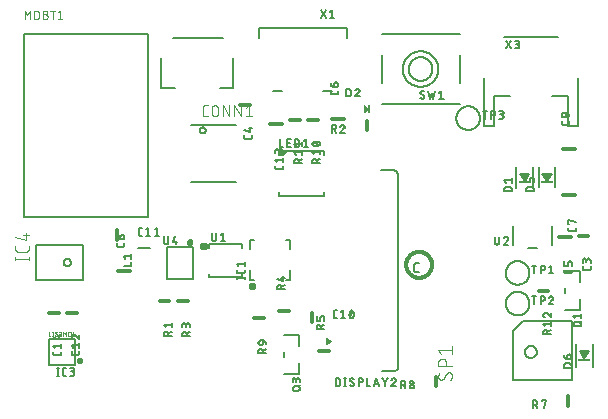
<source format=gbr>
G04 EAGLE Gerber RS-274X export*
G75*
%MOMM*%
%FSLAX34Y34*%
%LPD*%
%INSilkscreen Top*%
%IPPOS*%
%AMOC8*
5,1,8,0,0,1.08239X$1,22.5*%
G01*
%ADD10C,0.203200*%
%ADD11C,0.152400*%
%ADD12C,0.127000*%
%ADD13R,1.000000X0.200000*%
%ADD14R,0.127000X0.762000*%
%ADD15C,0.304800*%
%ADD16C,0.050800*%
%ADD17C,0.406400*%
%ADD18C,0.101600*%
%ADD19C,0.300000*%
%ADD20C,0.076200*%

G36*
X243824Y314141D02*
X243824Y314141D01*
X243866Y314139D01*
X243933Y314161D01*
X244003Y314173D01*
X244039Y314195D01*
X244080Y314208D01*
X244153Y314262D01*
X244196Y314288D01*
X244209Y314304D01*
X244230Y314320D01*
X248040Y318130D01*
X248091Y318203D01*
X248147Y318272D01*
X248155Y318294D01*
X248169Y318314D01*
X248191Y318400D01*
X248219Y318484D01*
X248219Y318508D01*
X248225Y318531D01*
X248215Y318620D01*
X248213Y318709D01*
X248204Y318731D01*
X248201Y318754D01*
X248162Y318834D01*
X248128Y318916D01*
X248112Y318934D01*
X248102Y318955D01*
X248037Y319016D01*
X247977Y319082D01*
X247956Y319093D01*
X247939Y319109D01*
X247857Y319144D01*
X247777Y319185D01*
X247751Y319188D01*
X247732Y319197D01*
X247682Y319199D01*
X247592Y319212D01*
X239972Y319212D01*
X239907Y319201D01*
X239841Y319199D01*
X239798Y319181D01*
X239751Y319173D01*
X239694Y319139D01*
X239634Y319114D01*
X239599Y319083D01*
X239558Y319058D01*
X239517Y319007D01*
X239468Y318963D01*
X239446Y318921D01*
X239417Y318884D01*
X239396Y318822D01*
X239365Y318763D01*
X239357Y318709D01*
X239345Y318672D01*
X239345Y318668D01*
X239345Y318667D01*
X239346Y318632D01*
X239338Y318578D01*
X239338Y314768D01*
X239349Y314703D01*
X239351Y314637D01*
X239369Y314594D01*
X239377Y314547D01*
X239411Y314490D01*
X239436Y314430D01*
X239467Y314395D01*
X239492Y314354D01*
X239543Y314313D01*
X239587Y314264D01*
X239629Y314242D01*
X239666Y314213D01*
X239728Y314192D01*
X239787Y314161D01*
X239841Y314153D01*
X239878Y314141D01*
X239918Y314142D01*
X239972Y314134D01*
X243782Y314134D01*
X243824Y314141D01*
G37*
G36*
X467116Y294345D02*
X467116Y294345D01*
X467143Y294345D01*
X467254Y294377D01*
X467367Y294403D01*
X467390Y294416D01*
X467416Y294424D01*
X467514Y294486D01*
X467615Y294542D01*
X467631Y294560D01*
X467656Y294575D01*
X467841Y294783D01*
X467845Y294787D01*
X469845Y297787D01*
X469876Y297851D01*
X469916Y297911D01*
X469937Y297979D01*
X469968Y298043D01*
X469980Y298114D01*
X470001Y298182D01*
X470003Y298253D01*
X470015Y298324D01*
X470007Y298395D01*
X470009Y298466D01*
X469991Y298535D01*
X469982Y298606D01*
X469955Y298672D01*
X469937Y298741D01*
X469900Y298802D01*
X469873Y298868D01*
X469828Y298924D01*
X469792Y298986D01*
X469740Y299035D01*
X469695Y299090D01*
X469637Y299131D01*
X469584Y299180D01*
X469521Y299213D01*
X469463Y299254D01*
X469395Y299277D01*
X469331Y299310D01*
X469272Y299320D01*
X469194Y299347D01*
X469075Y299353D01*
X469000Y299365D01*
X465000Y299365D01*
X464929Y299355D01*
X464857Y299355D01*
X464789Y299335D01*
X464719Y299325D01*
X464653Y299296D01*
X464584Y299276D01*
X464524Y299238D01*
X464459Y299209D01*
X464404Y299163D01*
X464344Y299125D01*
X464296Y299072D01*
X464242Y299026D01*
X464202Y298966D01*
X464155Y298912D01*
X464124Y298848D01*
X464085Y298789D01*
X464063Y298721D01*
X464032Y298656D01*
X464020Y298586D01*
X463999Y298518D01*
X463997Y298446D01*
X463985Y298376D01*
X463993Y298305D01*
X463991Y298234D01*
X464010Y298164D01*
X464018Y298093D01*
X464043Y298038D01*
X464063Y297959D01*
X464124Y297856D01*
X464155Y297787D01*
X466155Y294787D01*
X466232Y294700D01*
X466305Y294610D01*
X466327Y294595D01*
X466345Y294575D01*
X466442Y294513D01*
X466537Y294446D01*
X466563Y294438D01*
X466585Y294423D01*
X466696Y294391D01*
X466806Y294353D01*
X466833Y294352D01*
X466858Y294345D01*
X466974Y294345D01*
X467090Y294339D01*
X467116Y294345D01*
G37*
G36*
X448338Y294221D02*
X448338Y294221D01*
X448365Y294221D01*
X448476Y294253D01*
X448589Y294279D01*
X448612Y294292D01*
X448638Y294300D01*
X448736Y294362D01*
X448837Y294418D01*
X448853Y294436D01*
X448878Y294451D01*
X449063Y294659D01*
X449067Y294663D01*
X451067Y297663D01*
X451098Y297727D01*
X451138Y297787D01*
X451159Y297855D01*
X451190Y297919D01*
X451202Y297990D01*
X451223Y298058D01*
X451225Y298129D01*
X451237Y298200D01*
X451229Y298271D01*
X451231Y298342D01*
X451213Y298411D01*
X451204Y298482D01*
X451177Y298548D01*
X451159Y298617D01*
X451122Y298678D01*
X451095Y298744D01*
X451050Y298800D01*
X451014Y298862D01*
X450962Y298911D01*
X450917Y298966D01*
X450859Y299007D01*
X450806Y299056D01*
X450743Y299089D01*
X450685Y299130D01*
X450617Y299153D01*
X450553Y299186D01*
X450494Y299196D01*
X450416Y299223D01*
X450297Y299229D01*
X450222Y299241D01*
X446222Y299241D01*
X446151Y299231D01*
X446079Y299231D01*
X446011Y299211D01*
X445941Y299201D01*
X445875Y299172D01*
X445806Y299152D01*
X445746Y299114D01*
X445681Y299085D01*
X445626Y299039D01*
X445566Y299001D01*
X445518Y298948D01*
X445464Y298902D01*
X445424Y298842D01*
X445377Y298788D01*
X445346Y298724D01*
X445307Y298665D01*
X445285Y298597D01*
X445254Y298532D01*
X445242Y298462D01*
X445221Y298394D01*
X445219Y298322D01*
X445207Y298252D01*
X445215Y298181D01*
X445213Y298110D01*
X445232Y298040D01*
X445240Y297969D01*
X445265Y297914D01*
X445285Y297835D01*
X445346Y297732D01*
X445377Y297663D01*
X447377Y294663D01*
X447454Y294576D01*
X447527Y294486D01*
X447549Y294471D01*
X447567Y294451D01*
X447664Y294389D01*
X447759Y294322D01*
X447785Y294314D01*
X447807Y294299D01*
X447918Y294267D01*
X448028Y294229D01*
X448055Y294228D01*
X448080Y294221D01*
X448196Y294221D01*
X448312Y294215D01*
X448338Y294221D01*
G37*
G36*
X498718Y143283D02*
X498718Y143283D01*
X498745Y143283D01*
X498856Y143315D01*
X498969Y143341D01*
X498992Y143354D01*
X499018Y143362D01*
X499116Y143424D01*
X499217Y143480D01*
X499233Y143498D01*
X499258Y143513D01*
X499443Y143721D01*
X499447Y143725D01*
X501447Y146725D01*
X501478Y146789D01*
X501518Y146849D01*
X501539Y146917D01*
X501570Y146981D01*
X501582Y147052D01*
X501603Y147120D01*
X501605Y147191D01*
X501617Y147262D01*
X501609Y147333D01*
X501611Y147404D01*
X501593Y147473D01*
X501584Y147544D01*
X501557Y147610D01*
X501539Y147679D01*
X501502Y147740D01*
X501475Y147806D01*
X501430Y147862D01*
X501394Y147924D01*
X501342Y147973D01*
X501297Y148028D01*
X501239Y148069D01*
X501186Y148118D01*
X501123Y148151D01*
X501065Y148192D01*
X500997Y148215D01*
X500933Y148248D01*
X500874Y148258D01*
X500796Y148285D01*
X500677Y148291D01*
X500602Y148303D01*
X496602Y148303D01*
X496531Y148293D01*
X496459Y148293D01*
X496391Y148273D01*
X496321Y148263D01*
X496255Y148234D01*
X496186Y148214D01*
X496126Y148176D01*
X496061Y148147D01*
X496006Y148101D01*
X495946Y148063D01*
X495898Y148010D01*
X495844Y147964D01*
X495804Y147904D01*
X495757Y147850D01*
X495726Y147786D01*
X495687Y147727D01*
X495665Y147659D01*
X495634Y147594D01*
X495622Y147524D01*
X495601Y147456D01*
X495599Y147384D01*
X495587Y147314D01*
X495595Y147243D01*
X495593Y147172D01*
X495612Y147102D01*
X495620Y147031D01*
X495645Y146976D01*
X495665Y146897D01*
X495726Y146794D01*
X495757Y146725D01*
X497757Y143725D01*
X497834Y143638D01*
X497907Y143548D01*
X497929Y143533D01*
X497947Y143513D01*
X498044Y143451D01*
X498139Y143384D01*
X498165Y143376D01*
X498187Y143361D01*
X498298Y143329D01*
X498408Y143291D01*
X498435Y143290D01*
X498460Y143283D01*
X498576Y143283D01*
X498692Y143277D01*
X498718Y143283D01*
G37*
G36*
X280515Y154197D02*
X280515Y154197D01*
X280601Y154199D01*
X280625Y154209D01*
X280652Y154212D01*
X280772Y154269D01*
X280808Y154284D01*
X280814Y154289D01*
X280822Y154292D01*
X284632Y156832D01*
X284659Y156859D01*
X284690Y156877D01*
X284713Y156906D01*
X284750Y156934D01*
X284768Y156964D01*
X284794Y156988D01*
X284814Y157029D01*
X284831Y157051D01*
X284840Y157079D01*
X284869Y157124D01*
X284876Y157159D01*
X284891Y157190D01*
X284896Y157243D01*
X284903Y157263D01*
X284902Y157286D01*
X284914Y157344D01*
X284909Y157379D01*
X284912Y157413D01*
X284897Y157471D01*
X284896Y157488D01*
X284889Y157504D01*
X284880Y157566D01*
X284863Y157596D01*
X284854Y157630D01*
X284818Y157681D01*
X284812Y157695D01*
X284801Y157707D01*
X284771Y157762D01*
X284741Y157788D01*
X284724Y157813D01*
X284685Y157839D01*
X284632Y157888D01*
X280822Y160428D01*
X280797Y160438D01*
X280776Y160455D01*
X280706Y160479D01*
X280664Y160501D01*
X280649Y160503D01*
X280616Y160517D01*
X280589Y160519D01*
X280564Y160527D01*
X280498Y160525D01*
X280479Y160528D01*
X280470Y160528D01*
X280457Y160526D01*
X280392Y160529D01*
X280366Y160521D01*
X280339Y160521D01*
X280269Y160492D01*
X280249Y160489D01*
X280237Y160481D01*
X280178Y160463D01*
X280156Y160446D01*
X280132Y160436D01*
X280078Y160388D01*
X280056Y160374D01*
X280044Y160360D01*
X280000Y160326D01*
X279986Y160303D01*
X279966Y160285D01*
X279936Y160227D01*
X279915Y160200D01*
X279906Y160176D01*
X279881Y160136D01*
X279876Y160109D01*
X279863Y160085D01*
X279854Y160020D01*
X279843Y159988D01*
X279844Y159954D01*
X279836Y159916D01*
X279837Y159909D01*
X279836Y159900D01*
X279836Y154820D01*
X279841Y154794D01*
X279838Y154767D01*
X279860Y154684D01*
X279875Y154599D01*
X279889Y154576D01*
X279896Y154550D01*
X279946Y154480D01*
X279990Y154406D01*
X280010Y154389D01*
X280026Y154367D01*
X280097Y154319D01*
X280164Y154265D01*
X280189Y154256D01*
X280211Y154241D01*
X280295Y154220D01*
X280376Y154193D01*
X280403Y154194D01*
X280429Y154187D01*
X280515Y154197D01*
G37*
G36*
X312566Y350561D02*
X312566Y350561D01*
X312595Y350560D01*
X312685Y350587D01*
X312777Y350607D01*
X312802Y350622D01*
X312831Y350631D01*
X312973Y350721D01*
X316148Y353261D01*
X316217Y353338D01*
X316290Y353411D01*
X316299Y353429D01*
X316312Y353443D01*
X316354Y353539D01*
X316400Y353631D01*
X316402Y353651D01*
X316410Y353669D01*
X316419Y353772D01*
X316433Y353875D01*
X316429Y353894D01*
X316431Y353914D01*
X316406Y354015D01*
X316387Y354117D01*
X316377Y354134D01*
X316373Y354153D01*
X316317Y354241D01*
X316266Y354331D01*
X316249Y354348D01*
X316241Y354361D01*
X316216Y354381D01*
X316148Y354449D01*
X312973Y356989D01*
X312947Y357004D01*
X312925Y357025D01*
X312840Y357064D01*
X312758Y357110D01*
X312729Y357116D01*
X312702Y357128D01*
X312609Y357138D01*
X312517Y357156D01*
X312487Y357152D01*
X312458Y357155D01*
X312366Y357135D01*
X312273Y357123D01*
X312246Y357109D01*
X312217Y357103D01*
X312137Y357055D01*
X312053Y357013D01*
X312032Y356992D01*
X312006Y356977D01*
X311945Y356905D01*
X311879Y356839D01*
X311866Y356813D01*
X311846Y356790D01*
X311811Y356703D01*
X311769Y356619D01*
X311765Y356589D01*
X311754Y356562D01*
X311736Y356395D01*
X311736Y351315D01*
X311741Y351286D01*
X311738Y351256D01*
X311760Y351165D01*
X311776Y351072D01*
X311789Y351046D01*
X311796Y351017D01*
X311847Y350938D01*
X311891Y350855D01*
X311912Y350834D01*
X311928Y350809D01*
X312001Y350750D01*
X312069Y350686D01*
X312096Y350673D01*
X312119Y350654D01*
X312207Y350621D01*
X312292Y350582D01*
X312322Y350579D01*
X312349Y350568D01*
X312443Y350565D01*
X312536Y350555D01*
X312566Y350561D01*
G37*
D10*
X393000Y358000D02*
X327000Y358000D01*
X327000Y418000D02*
X393000Y418000D01*
X393000Y400000D02*
X393000Y376000D01*
X327000Y376000D02*
X327000Y400000D01*
X344967Y388000D02*
X344972Y388369D01*
X344985Y388738D01*
X345008Y389106D01*
X345039Y389473D01*
X345080Y389840D01*
X345130Y390206D01*
X345188Y390570D01*
X345256Y390933D01*
X345332Y391294D01*
X345418Y391653D01*
X345512Y392009D01*
X345614Y392364D01*
X345726Y392716D01*
X345846Y393064D01*
X345974Y393410D01*
X346111Y393753D01*
X346257Y394092D01*
X346410Y394427D01*
X346572Y394759D01*
X346742Y395087D01*
X346920Y395410D01*
X347106Y395729D01*
X347299Y396043D01*
X347501Y396352D01*
X347709Y396656D01*
X347925Y396955D01*
X348149Y397249D01*
X348379Y397537D01*
X348617Y397819D01*
X348861Y398096D01*
X349112Y398366D01*
X349370Y398630D01*
X349634Y398888D01*
X349904Y399139D01*
X350181Y399383D01*
X350463Y399621D01*
X350751Y399851D01*
X351045Y400075D01*
X351344Y400291D01*
X351648Y400499D01*
X351957Y400701D01*
X352271Y400894D01*
X352590Y401080D01*
X352913Y401258D01*
X353241Y401428D01*
X353573Y401590D01*
X353908Y401743D01*
X354247Y401889D01*
X354590Y402026D01*
X354936Y402154D01*
X355284Y402274D01*
X355636Y402386D01*
X355991Y402488D01*
X356347Y402582D01*
X356706Y402668D01*
X357067Y402744D01*
X357430Y402812D01*
X357794Y402870D01*
X358160Y402920D01*
X358527Y402961D01*
X358894Y402992D01*
X359262Y403015D01*
X359631Y403028D01*
X360000Y403033D01*
X360369Y403028D01*
X360738Y403015D01*
X361106Y402992D01*
X361473Y402961D01*
X361840Y402920D01*
X362206Y402870D01*
X362570Y402812D01*
X362933Y402744D01*
X363294Y402668D01*
X363653Y402582D01*
X364009Y402488D01*
X364364Y402386D01*
X364716Y402274D01*
X365064Y402154D01*
X365410Y402026D01*
X365753Y401889D01*
X366092Y401743D01*
X366427Y401590D01*
X366759Y401428D01*
X367087Y401258D01*
X367410Y401080D01*
X367729Y400894D01*
X368043Y400701D01*
X368352Y400499D01*
X368656Y400291D01*
X368955Y400075D01*
X369249Y399851D01*
X369537Y399621D01*
X369819Y399383D01*
X370096Y399139D01*
X370366Y398888D01*
X370630Y398630D01*
X370888Y398366D01*
X371139Y398096D01*
X371383Y397819D01*
X371621Y397537D01*
X371851Y397249D01*
X372075Y396955D01*
X372291Y396656D01*
X372499Y396352D01*
X372701Y396043D01*
X372894Y395729D01*
X373080Y395410D01*
X373258Y395087D01*
X373428Y394759D01*
X373590Y394427D01*
X373743Y394092D01*
X373889Y393753D01*
X374026Y393410D01*
X374154Y393064D01*
X374274Y392716D01*
X374386Y392364D01*
X374488Y392009D01*
X374582Y391653D01*
X374668Y391294D01*
X374744Y390933D01*
X374812Y390570D01*
X374870Y390206D01*
X374920Y389840D01*
X374961Y389473D01*
X374992Y389106D01*
X375015Y388738D01*
X375028Y388369D01*
X375033Y388000D01*
X375028Y387631D01*
X375015Y387262D01*
X374992Y386894D01*
X374961Y386527D01*
X374920Y386160D01*
X374870Y385794D01*
X374812Y385430D01*
X374744Y385067D01*
X374668Y384706D01*
X374582Y384347D01*
X374488Y383991D01*
X374386Y383636D01*
X374274Y383284D01*
X374154Y382936D01*
X374026Y382590D01*
X373889Y382247D01*
X373743Y381908D01*
X373590Y381573D01*
X373428Y381241D01*
X373258Y380913D01*
X373080Y380590D01*
X372894Y380271D01*
X372701Y379957D01*
X372499Y379648D01*
X372291Y379344D01*
X372075Y379045D01*
X371851Y378751D01*
X371621Y378463D01*
X371383Y378181D01*
X371139Y377904D01*
X370888Y377634D01*
X370630Y377370D01*
X370366Y377112D01*
X370096Y376861D01*
X369819Y376617D01*
X369537Y376379D01*
X369249Y376149D01*
X368955Y375925D01*
X368656Y375709D01*
X368352Y375501D01*
X368043Y375299D01*
X367729Y375106D01*
X367410Y374920D01*
X367087Y374742D01*
X366759Y374572D01*
X366427Y374410D01*
X366092Y374257D01*
X365753Y374111D01*
X365410Y373974D01*
X365064Y373846D01*
X364716Y373726D01*
X364364Y373614D01*
X364009Y373512D01*
X363653Y373418D01*
X363294Y373332D01*
X362933Y373256D01*
X362570Y373188D01*
X362206Y373130D01*
X361840Y373080D01*
X361473Y373039D01*
X361106Y373008D01*
X360738Y372985D01*
X360369Y372972D01*
X360000Y372967D01*
X359631Y372972D01*
X359262Y372985D01*
X358894Y373008D01*
X358527Y373039D01*
X358160Y373080D01*
X357794Y373130D01*
X357430Y373188D01*
X357067Y373256D01*
X356706Y373332D01*
X356347Y373418D01*
X355991Y373512D01*
X355636Y373614D01*
X355284Y373726D01*
X354936Y373846D01*
X354590Y373974D01*
X354247Y374111D01*
X353908Y374257D01*
X353573Y374410D01*
X353241Y374572D01*
X352913Y374742D01*
X352590Y374920D01*
X352271Y375106D01*
X351957Y375299D01*
X351648Y375501D01*
X351344Y375709D01*
X351045Y375925D01*
X350751Y376149D01*
X350463Y376379D01*
X350181Y376617D01*
X349904Y376861D01*
X349634Y377112D01*
X349370Y377370D01*
X349112Y377634D01*
X348861Y377904D01*
X348617Y378181D01*
X348379Y378463D01*
X348149Y378751D01*
X347925Y379045D01*
X347709Y379344D01*
X347501Y379648D01*
X347299Y379957D01*
X347106Y380271D01*
X346920Y380590D01*
X346742Y380913D01*
X346572Y381241D01*
X346410Y381573D01*
X346257Y381908D01*
X346111Y382247D01*
X345974Y382590D01*
X345846Y382936D01*
X345726Y383284D01*
X345614Y383636D01*
X345512Y383991D01*
X345418Y384347D01*
X345332Y384706D01*
X345256Y385067D01*
X345188Y385430D01*
X345130Y385794D01*
X345080Y386160D01*
X345039Y386527D01*
X345008Y386894D01*
X344985Y387262D01*
X344972Y387631D01*
X344967Y388000D01*
X350000Y388000D02*
X350003Y388245D01*
X350012Y388491D01*
X350027Y388736D01*
X350048Y388980D01*
X350075Y389224D01*
X350108Y389467D01*
X350147Y389710D01*
X350192Y389951D01*
X350243Y390191D01*
X350300Y390430D01*
X350362Y390667D01*
X350431Y390903D01*
X350505Y391137D01*
X350585Y391369D01*
X350670Y391599D01*
X350761Y391827D01*
X350858Y392052D01*
X350960Y392276D01*
X351068Y392496D01*
X351181Y392714D01*
X351299Y392929D01*
X351423Y393141D01*
X351551Y393350D01*
X351685Y393556D01*
X351824Y393758D01*
X351968Y393957D01*
X352117Y394152D01*
X352270Y394344D01*
X352428Y394532D01*
X352590Y394716D01*
X352758Y394895D01*
X352929Y395071D01*
X353105Y395242D01*
X353284Y395410D01*
X353468Y395572D01*
X353656Y395730D01*
X353848Y395883D01*
X354043Y396032D01*
X354242Y396176D01*
X354444Y396315D01*
X354650Y396449D01*
X354859Y396577D01*
X355071Y396701D01*
X355286Y396819D01*
X355504Y396932D01*
X355724Y397040D01*
X355948Y397142D01*
X356173Y397239D01*
X356401Y397330D01*
X356631Y397415D01*
X356863Y397495D01*
X357097Y397569D01*
X357333Y397638D01*
X357570Y397700D01*
X357809Y397757D01*
X358049Y397808D01*
X358290Y397853D01*
X358533Y397892D01*
X358776Y397925D01*
X359020Y397952D01*
X359264Y397973D01*
X359509Y397988D01*
X359755Y397997D01*
X360000Y398000D01*
X360245Y397997D01*
X360491Y397988D01*
X360736Y397973D01*
X360980Y397952D01*
X361224Y397925D01*
X361467Y397892D01*
X361710Y397853D01*
X361951Y397808D01*
X362191Y397757D01*
X362430Y397700D01*
X362667Y397638D01*
X362903Y397569D01*
X363137Y397495D01*
X363369Y397415D01*
X363599Y397330D01*
X363827Y397239D01*
X364052Y397142D01*
X364276Y397040D01*
X364496Y396932D01*
X364714Y396819D01*
X364929Y396701D01*
X365141Y396577D01*
X365350Y396449D01*
X365556Y396315D01*
X365758Y396176D01*
X365957Y396032D01*
X366152Y395883D01*
X366344Y395730D01*
X366532Y395572D01*
X366716Y395410D01*
X366895Y395242D01*
X367071Y395071D01*
X367242Y394895D01*
X367410Y394716D01*
X367572Y394532D01*
X367730Y394344D01*
X367883Y394152D01*
X368032Y393957D01*
X368176Y393758D01*
X368315Y393556D01*
X368449Y393350D01*
X368577Y393141D01*
X368701Y392929D01*
X368819Y392714D01*
X368932Y392496D01*
X369040Y392276D01*
X369142Y392052D01*
X369239Y391827D01*
X369330Y391599D01*
X369415Y391369D01*
X369495Y391137D01*
X369569Y390903D01*
X369638Y390667D01*
X369700Y390430D01*
X369757Y390191D01*
X369808Y389951D01*
X369853Y389710D01*
X369892Y389467D01*
X369925Y389224D01*
X369952Y388980D01*
X369973Y388736D01*
X369988Y388491D01*
X369997Y388245D01*
X370000Y388000D01*
X369997Y387755D01*
X369988Y387509D01*
X369973Y387264D01*
X369952Y387020D01*
X369925Y386776D01*
X369892Y386533D01*
X369853Y386290D01*
X369808Y386049D01*
X369757Y385809D01*
X369700Y385570D01*
X369638Y385333D01*
X369569Y385097D01*
X369495Y384863D01*
X369415Y384631D01*
X369330Y384401D01*
X369239Y384173D01*
X369142Y383948D01*
X369040Y383724D01*
X368932Y383504D01*
X368819Y383286D01*
X368701Y383071D01*
X368577Y382859D01*
X368449Y382650D01*
X368315Y382444D01*
X368176Y382242D01*
X368032Y382043D01*
X367883Y381848D01*
X367730Y381656D01*
X367572Y381468D01*
X367410Y381284D01*
X367242Y381105D01*
X367071Y380929D01*
X366895Y380758D01*
X366716Y380590D01*
X366532Y380428D01*
X366344Y380270D01*
X366152Y380117D01*
X365957Y379968D01*
X365758Y379824D01*
X365556Y379685D01*
X365350Y379551D01*
X365141Y379423D01*
X364929Y379299D01*
X364714Y379181D01*
X364496Y379068D01*
X364276Y378960D01*
X364052Y378858D01*
X363827Y378761D01*
X363599Y378670D01*
X363369Y378585D01*
X363137Y378505D01*
X362903Y378431D01*
X362667Y378362D01*
X362430Y378300D01*
X362191Y378243D01*
X361951Y378192D01*
X361710Y378147D01*
X361467Y378108D01*
X361224Y378075D01*
X360980Y378048D01*
X360736Y378027D01*
X360491Y378012D01*
X360245Y378003D01*
X360000Y378000D01*
X359755Y378003D01*
X359509Y378012D01*
X359264Y378027D01*
X359020Y378048D01*
X358776Y378075D01*
X358533Y378108D01*
X358290Y378147D01*
X358049Y378192D01*
X357809Y378243D01*
X357570Y378300D01*
X357333Y378362D01*
X357097Y378431D01*
X356863Y378505D01*
X356631Y378585D01*
X356401Y378670D01*
X356173Y378761D01*
X355948Y378858D01*
X355724Y378960D01*
X355504Y379068D01*
X355286Y379181D01*
X355071Y379299D01*
X354859Y379423D01*
X354650Y379551D01*
X354444Y379685D01*
X354242Y379824D01*
X354043Y379968D01*
X353848Y380117D01*
X353656Y380270D01*
X353468Y380428D01*
X353284Y380590D01*
X353105Y380758D01*
X352929Y380929D01*
X352758Y381105D01*
X352590Y381284D01*
X352428Y381468D01*
X352270Y381656D01*
X352117Y381848D01*
X351968Y382043D01*
X351824Y382242D01*
X351685Y382444D01*
X351551Y382650D01*
X351423Y382859D01*
X351299Y383071D01*
X351181Y383286D01*
X351068Y383504D01*
X350960Y383724D01*
X350858Y383948D01*
X350761Y384173D01*
X350670Y384401D01*
X350585Y384631D01*
X350505Y384863D01*
X350431Y385097D01*
X350362Y385333D01*
X350300Y385570D01*
X350243Y385809D01*
X350192Y386049D01*
X350147Y386290D01*
X350108Y386533D01*
X350075Y386776D01*
X350048Y387020D01*
X350027Y387264D01*
X350012Y387509D01*
X350003Y387755D01*
X350000Y388000D01*
D11*
X363221Y364322D02*
X363219Y364248D01*
X363213Y364173D01*
X363204Y364100D01*
X363191Y364026D01*
X363174Y363954D01*
X363154Y363883D01*
X363130Y363812D01*
X363102Y363743D01*
X363071Y363675D01*
X363037Y363610D01*
X362999Y363545D01*
X362958Y363483D01*
X362914Y363423D01*
X362867Y363366D01*
X362817Y363311D01*
X362764Y363258D01*
X362709Y363208D01*
X362652Y363161D01*
X362592Y363117D01*
X362530Y363076D01*
X362465Y363038D01*
X362399Y363004D01*
X362332Y362973D01*
X362263Y362945D01*
X362192Y362921D01*
X362121Y362901D01*
X362048Y362884D01*
X361975Y362871D01*
X361901Y362862D01*
X361827Y362856D01*
X361753Y362854D01*
X361642Y362856D01*
X361531Y362862D01*
X361420Y362872D01*
X361309Y362886D01*
X361200Y362904D01*
X361091Y362926D01*
X360982Y362951D01*
X360875Y362981D01*
X360769Y363014D01*
X360664Y363052D01*
X360561Y363092D01*
X360459Y363137D01*
X360359Y363185D01*
X360260Y363237D01*
X360164Y363292D01*
X360069Y363351D01*
X359977Y363413D01*
X359887Y363479D01*
X359799Y363547D01*
X359714Y363619D01*
X359632Y363694D01*
X359552Y363771D01*
X359735Y367990D02*
X359737Y368064D01*
X359743Y368139D01*
X359752Y368212D01*
X359765Y368286D01*
X359782Y368358D01*
X359802Y368429D01*
X359826Y368500D01*
X359854Y368569D01*
X359885Y368636D01*
X359919Y368702D01*
X359957Y368767D01*
X359998Y368829D01*
X360042Y368889D01*
X360089Y368946D01*
X360139Y369001D01*
X360192Y369054D01*
X360247Y369104D01*
X360304Y369151D01*
X360364Y369195D01*
X360426Y369236D01*
X360491Y369274D01*
X360557Y369308D01*
X360624Y369339D01*
X360693Y369367D01*
X360764Y369391D01*
X360835Y369411D01*
X360907Y369428D01*
X360981Y369441D01*
X361054Y369450D01*
X361129Y369456D01*
X361203Y369458D01*
X361307Y369456D01*
X361411Y369450D01*
X361515Y369440D01*
X361618Y369427D01*
X361721Y369409D01*
X361823Y369387D01*
X361924Y369362D01*
X362024Y369333D01*
X362123Y369300D01*
X362220Y369263D01*
X362316Y369223D01*
X362411Y369179D01*
X362503Y369131D01*
X362594Y369081D01*
X362683Y369026D01*
X362770Y368969D01*
X362854Y368908D01*
X360469Y366705D02*
X360406Y366744D01*
X360346Y366786D01*
X360288Y366831D01*
X360231Y366879D01*
X360178Y366930D01*
X360127Y366983D01*
X360078Y367038D01*
X360033Y367096D01*
X359990Y367156D01*
X359950Y367218D01*
X359914Y367282D01*
X359880Y367348D01*
X359850Y367416D01*
X359823Y367484D01*
X359800Y367554D01*
X359780Y367625D01*
X359764Y367697D01*
X359751Y367770D01*
X359742Y367843D01*
X359737Y367916D01*
X359735Y367990D01*
X362487Y365607D02*
X362550Y365568D01*
X362610Y365526D01*
X362669Y365481D01*
X362725Y365433D01*
X362778Y365382D01*
X362829Y365329D01*
X362878Y365274D01*
X362923Y365216D01*
X362966Y365156D01*
X363006Y365094D01*
X363042Y365030D01*
X363076Y364964D01*
X363106Y364896D01*
X363133Y364828D01*
X363156Y364758D01*
X363176Y364687D01*
X363192Y364615D01*
X363205Y364542D01*
X363214Y364469D01*
X363219Y364396D01*
X363221Y364322D01*
X362487Y365606D02*
X360469Y366706D01*
X366498Y369458D02*
X367965Y362854D01*
X369433Y367257D01*
X370901Y362854D01*
X372368Y369458D01*
X375889Y367990D02*
X377724Y369458D01*
X377724Y362854D01*
X379558Y362854D02*
X375889Y362854D01*
D10*
X471238Y254700D02*
X471238Y238700D01*
X438238Y238700D02*
X438238Y254700D01*
X450738Y236200D02*
X458738Y236200D01*
D11*
X422968Y241168D02*
X422968Y245938D01*
X422969Y241168D02*
X422971Y241083D01*
X422977Y240999D01*
X422987Y240915D01*
X423000Y240831D01*
X423018Y240748D01*
X423039Y240666D01*
X423064Y240585D01*
X423093Y240505D01*
X423125Y240427D01*
X423161Y240351D01*
X423201Y240276D01*
X423244Y240203D01*
X423290Y240132D01*
X423339Y240063D01*
X423392Y239996D01*
X423448Y239932D01*
X423506Y239871D01*
X423567Y239813D01*
X423631Y239757D01*
X423698Y239704D01*
X423767Y239655D01*
X423838Y239609D01*
X423911Y239566D01*
X423986Y239526D01*
X424062Y239490D01*
X424140Y239458D01*
X424220Y239429D01*
X424301Y239404D01*
X424383Y239383D01*
X424466Y239365D01*
X424550Y239352D01*
X424634Y239342D01*
X424718Y239336D01*
X424803Y239334D01*
X424888Y239336D01*
X424972Y239342D01*
X425056Y239352D01*
X425140Y239365D01*
X425223Y239383D01*
X425305Y239404D01*
X425386Y239429D01*
X425466Y239458D01*
X425544Y239490D01*
X425620Y239526D01*
X425695Y239566D01*
X425768Y239609D01*
X425839Y239655D01*
X425908Y239704D01*
X425975Y239757D01*
X426039Y239813D01*
X426100Y239871D01*
X426158Y239932D01*
X426214Y239996D01*
X426267Y240063D01*
X426316Y240132D01*
X426362Y240203D01*
X426405Y240276D01*
X426445Y240351D01*
X426481Y240427D01*
X426513Y240505D01*
X426542Y240585D01*
X426567Y240666D01*
X426588Y240748D01*
X426606Y240831D01*
X426619Y240915D01*
X426629Y240999D01*
X426635Y241083D01*
X426637Y241168D01*
X426637Y245938D01*
X432545Y245938D02*
X432624Y245936D01*
X432702Y245931D01*
X432780Y245921D01*
X432857Y245908D01*
X432934Y245891D01*
X433010Y245871D01*
X433085Y245847D01*
X433159Y245820D01*
X433231Y245789D01*
X433302Y245754D01*
X433371Y245717D01*
X433438Y245676D01*
X433503Y245632D01*
X433566Y245585D01*
X433626Y245535D01*
X433684Y245482D01*
X433740Y245426D01*
X433793Y245368D01*
X433843Y245308D01*
X433890Y245245D01*
X433934Y245180D01*
X433975Y245113D01*
X434012Y245044D01*
X434047Y244973D01*
X434078Y244901D01*
X434105Y244827D01*
X434129Y244752D01*
X434149Y244676D01*
X434166Y244599D01*
X434179Y244522D01*
X434189Y244444D01*
X434194Y244366D01*
X434196Y244287D01*
X432545Y245938D02*
X432456Y245936D01*
X432367Y245931D01*
X432279Y245921D01*
X432191Y245908D01*
X432104Y245892D01*
X432017Y245871D01*
X431932Y245847D01*
X431847Y245820D01*
X431764Y245789D01*
X431682Y245754D01*
X431601Y245716D01*
X431522Y245675D01*
X431446Y245631D01*
X431370Y245583D01*
X431297Y245532D01*
X431227Y245479D01*
X431158Y245422D01*
X431092Y245362D01*
X431029Y245300D01*
X430968Y245235D01*
X430910Y245168D01*
X430855Y245098D01*
X430802Y245026D01*
X430753Y244952D01*
X430707Y244876D01*
X430665Y244798D01*
X430625Y244718D01*
X430589Y244637D01*
X430556Y244554D01*
X430527Y244470D01*
X433646Y243003D02*
X433702Y243059D01*
X433756Y243118D01*
X433807Y243179D01*
X433856Y243243D01*
X433901Y243308D01*
X433944Y243376D01*
X433983Y243445D01*
X434020Y243516D01*
X434053Y243589D01*
X434082Y243663D01*
X434109Y243738D01*
X434132Y243814D01*
X434151Y243892D01*
X434167Y243970D01*
X434180Y244048D01*
X434189Y244128D01*
X434194Y244207D01*
X434196Y244287D01*
X433646Y243003D02*
X430527Y239334D01*
X434196Y239334D01*
D10*
X431000Y415000D02*
X476000Y415000D01*
X493500Y380000D02*
X493500Y340000D01*
X485000Y340000D01*
X485000Y365000D01*
X471000Y365000D01*
X436000Y365000D02*
X422000Y365000D01*
X422000Y340000D01*
X413500Y340000D01*
X413500Y380000D01*
D11*
X432037Y405447D02*
X436440Y412051D01*
X432037Y412051D02*
X436440Y405447D01*
X439719Y405447D02*
X441554Y405447D01*
X441639Y405449D01*
X441723Y405455D01*
X441807Y405465D01*
X441891Y405478D01*
X441974Y405496D01*
X442056Y405517D01*
X442137Y405542D01*
X442217Y405571D01*
X442295Y405603D01*
X442371Y405639D01*
X442446Y405679D01*
X442519Y405722D01*
X442590Y405768D01*
X442659Y405817D01*
X442726Y405870D01*
X442790Y405926D01*
X442851Y405984D01*
X442909Y406045D01*
X442965Y406109D01*
X443018Y406176D01*
X443067Y406245D01*
X443113Y406316D01*
X443156Y406389D01*
X443196Y406464D01*
X443232Y406540D01*
X443264Y406618D01*
X443293Y406698D01*
X443318Y406779D01*
X443339Y406861D01*
X443357Y406944D01*
X443370Y407028D01*
X443380Y407112D01*
X443386Y407196D01*
X443388Y407281D01*
X443386Y407366D01*
X443380Y407450D01*
X443370Y407534D01*
X443357Y407618D01*
X443339Y407701D01*
X443318Y407783D01*
X443293Y407864D01*
X443264Y407944D01*
X443232Y408022D01*
X443196Y408098D01*
X443156Y408173D01*
X443113Y408246D01*
X443067Y408317D01*
X443018Y408386D01*
X442965Y408453D01*
X442909Y408517D01*
X442851Y408578D01*
X442790Y408636D01*
X442726Y408692D01*
X442659Y408745D01*
X442590Y408794D01*
X442519Y408840D01*
X442446Y408883D01*
X442371Y408923D01*
X442295Y408959D01*
X442217Y408991D01*
X442137Y409020D01*
X442056Y409045D01*
X441974Y409066D01*
X441891Y409084D01*
X441807Y409097D01*
X441723Y409107D01*
X441639Y409113D01*
X441554Y409115D01*
X441920Y412051D02*
X439719Y412051D01*
X441920Y412051D02*
X441996Y412049D01*
X442071Y412043D01*
X442146Y412034D01*
X442220Y412020D01*
X442294Y412003D01*
X442366Y411981D01*
X442438Y411957D01*
X442508Y411928D01*
X442576Y411896D01*
X442643Y411861D01*
X442708Y411822D01*
X442771Y411779D01*
X442831Y411734D01*
X442889Y411686D01*
X442945Y411634D01*
X442997Y411580D01*
X443047Y411523D01*
X443094Y411464D01*
X443138Y411403D01*
X443179Y411339D01*
X443216Y411273D01*
X443250Y411205D01*
X443280Y411136D01*
X443307Y411065D01*
X443330Y410993D01*
X443349Y410920D01*
X443364Y410846D01*
X443376Y410771D01*
X443384Y410696D01*
X443388Y410621D01*
X443388Y410545D01*
X443384Y410470D01*
X443376Y410395D01*
X443364Y410320D01*
X443349Y410246D01*
X443330Y410173D01*
X443307Y410101D01*
X443280Y410030D01*
X443250Y409961D01*
X443216Y409893D01*
X443179Y409827D01*
X443138Y409763D01*
X443094Y409702D01*
X443047Y409643D01*
X442997Y409586D01*
X442945Y409532D01*
X442889Y409480D01*
X442831Y409432D01*
X442771Y409387D01*
X442708Y409344D01*
X442643Y409305D01*
X442576Y409270D01*
X442508Y409238D01*
X442438Y409209D01*
X442366Y409185D01*
X442294Y409163D01*
X442220Y409146D01*
X442146Y409132D01*
X442071Y409123D01*
X441996Y409117D01*
X441920Y409115D01*
X441920Y409116D02*
X440453Y409116D01*
D12*
X285000Y368920D02*
X277000Y368920D01*
X243000Y368920D02*
X235000Y368920D01*
X298000Y413920D02*
X298000Y422920D01*
X223000Y422920D01*
X223000Y413920D01*
D11*
X275667Y431074D02*
X280070Y437678D01*
X275667Y437678D02*
X280070Y431074D01*
X283349Y436210D02*
X285184Y437678D01*
X285184Y431074D01*
X287018Y431074D02*
X283349Y431074D01*
D10*
X441222Y304956D02*
X441222Y287496D01*
X455222Y287496D02*
X455222Y304956D01*
X444222Y299226D02*
X448222Y293226D01*
X444222Y299226D02*
X452222Y299226D01*
X448222Y293226D01*
D13*
X448222Y292226D03*
D11*
X437300Y284288D02*
X430696Y284288D01*
X430696Y286122D01*
X430698Y286207D01*
X430704Y286291D01*
X430714Y286375D01*
X430727Y286459D01*
X430745Y286542D01*
X430766Y286624D01*
X430791Y286705D01*
X430820Y286785D01*
X430852Y286863D01*
X430888Y286939D01*
X430928Y287014D01*
X430971Y287087D01*
X431017Y287158D01*
X431066Y287227D01*
X431119Y287294D01*
X431175Y287358D01*
X431233Y287419D01*
X431294Y287477D01*
X431358Y287533D01*
X431425Y287586D01*
X431494Y287635D01*
X431565Y287681D01*
X431638Y287724D01*
X431713Y287764D01*
X431789Y287800D01*
X431868Y287832D01*
X431947Y287861D01*
X432028Y287886D01*
X432110Y287907D01*
X432193Y287925D01*
X432277Y287938D01*
X432361Y287948D01*
X432445Y287954D01*
X432530Y287956D01*
X432530Y287957D02*
X435466Y287957D01*
X435466Y287956D02*
X435551Y287954D01*
X435635Y287948D01*
X435719Y287938D01*
X435803Y287925D01*
X435886Y287907D01*
X435968Y287886D01*
X436049Y287861D01*
X436129Y287832D01*
X436207Y287800D01*
X436283Y287764D01*
X436358Y287724D01*
X436431Y287681D01*
X436502Y287635D01*
X436571Y287586D01*
X436638Y287533D01*
X436702Y287477D01*
X436763Y287419D01*
X436821Y287358D01*
X436877Y287294D01*
X436930Y287227D01*
X436979Y287158D01*
X437025Y287087D01*
X437068Y287014D01*
X437108Y286939D01*
X437144Y286863D01*
X437176Y286785D01*
X437205Y286705D01*
X437230Y286624D01*
X437251Y286542D01*
X437269Y286459D01*
X437282Y286375D01*
X437292Y286291D01*
X437298Y286207D01*
X437300Y286122D01*
X437300Y284288D01*
X432164Y291847D02*
X430696Y293681D01*
X437300Y293681D01*
X437300Y291847D02*
X437300Y295516D01*
D14*
X316307Y353855D03*
D11*
X297257Y364777D02*
X297257Y371381D01*
X299091Y371381D01*
X299176Y371379D01*
X299260Y371373D01*
X299344Y371363D01*
X299428Y371350D01*
X299511Y371332D01*
X299593Y371311D01*
X299674Y371286D01*
X299754Y371257D01*
X299832Y371225D01*
X299908Y371189D01*
X299983Y371149D01*
X300056Y371106D01*
X300127Y371060D01*
X300196Y371011D01*
X300263Y370958D01*
X300327Y370902D01*
X300388Y370844D01*
X300446Y370783D01*
X300502Y370719D01*
X300555Y370652D01*
X300604Y370583D01*
X300650Y370512D01*
X300693Y370439D01*
X300733Y370364D01*
X300769Y370288D01*
X300801Y370210D01*
X300830Y370130D01*
X300855Y370049D01*
X300876Y369967D01*
X300894Y369884D01*
X300907Y369800D01*
X300917Y369716D01*
X300923Y369632D01*
X300925Y369547D01*
X300926Y369547D02*
X300926Y366611D01*
X300925Y366611D02*
X300923Y366526D01*
X300917Y366442D01*
X300907Y366358D01*
X300894Y366274D01*
X300876Y366191D01*
X300855Y366109D01*
X300830Y366028D01*
X300801Y365948D01*
X300769Y365870D01*
X300733Y365794D01*
X300693Y365719D01*
X300650Y365646D01*
X300604Y365575D01*
X300555Y365506D01*
X300502Y365439D01*
X300446Y365375D01*
X300388Y365314D01*
X300327Y365256D01*
X300263Y365200D01*
X300196Y365147D01*
X300127Y365098D01*
X300056Y365052D01*
X299983Y365009D01*
X299908Y364969D01*
X299832Y364933D01*
X299754Y364901D01*
X299674Y364872D01*
X299593Y364847D01*
X299511Y364826D01*
X299428Y364808D01*
X299344Y364795D01*
X299260Y364785D01*
X299176Y364779D01*
X299091Y364777D01*
X297257Y364777D01*
X306834Y371381D02*
X306913Y371379D01*
X306991Y371374D01*
X307069Y371364D01*
X307146Y371351D01*
X307223Y371334D01*
X307299Y371314D01*
X307374Y371290D01*
X307448Y371263D01*
X307520Y371232D01*
X307591Y371197D01*
X307660Y371160D01*
X307727Y371119D01*
X307792Y371075D01*
X307855Y371028D01*
X307915Y370978D01*
X307973Y370925D01*
X308029Y370869D01*
X308082Y370811D01*
X308132Y370751D01*
X308179Y370688D01*
X308223Y370623D01*
X308264Y370556D01*
X308301Y370487D01*
X308336Y370416D01*
X308367Y370344D01*
X308394Y370270D01*
X308418Y370195D01*
X308438Y370119D01*
X308455Y370042D01*
X308468Y369965D01*
X308478Y369887D01*
X308483Y369809D01*
X308485Y369730D01*
X306834Y371381D02*
X306745Y371379D01*
X306656Y371374D01*
X306568Y371364D01*
X306480Y371351D01*
X306393Y371335D01*
X306306Y371314D01*
X306221Y371290D01*
X306136Y371263D01*
X306053Y371232D01*
X305971Y371197D01*
X305890Y371159D01*
X305811Y371118D01*
X305735Y371074D01*
X305659Y371026D01*
X305586Y370975D01*
X305516Y370922D01*
X305447Y370865D01*
X305381Y370805D01*
X305318Y370743D01*
X305257Y370678D01*
X305199Y370611D01*
X305144Y370541D01*
X305091Y370469D01*
X305042Y370395D01*
X304996Y370319D01*
X304954Y370241D01*
X304914Y370161D01*
X304878Y370080D01*
X304845Y369997D01*
X304816Y369913D01*
X307935Y368446D02*
X307991Y368502D01*
X308045Y368561D01*
X308096Y368622D01*
X308145Y368686D01*
X308190Y368751D01*
X308233Y368819D01*
X308272Y368888D01*
X308309Y368959D01*
X308342Y369032D01*
X308371Y369106D01*
X308398Y369181D01*
X308421Y369257D01*
X308440Y369335D01*
X308456Y369413D01*
X308469Y369491D01*
X308478Y369571D01*
X308483Y369650D01*
X308485Y369730D01*
X307935Y368446D02*
X304816Y364777D01*
X308485Y364777D01*
D15*
X347853Y222053D02*
X347856Y222321D01*
X347866Y222589D01*
X347883Y222857D01*
X347906Y223124D01*
X347935Y223390D01*
X347971Y223656D01*
X348014Y223921D01*
X348063Y224184D01*
X348118Y224446D01*
X348180Y224707D01*
X348249Y224967D01*
X348323Y225224D01*
X348404Y225480D01*
X348492Y225733D01*
X348585Y225984D01*
X348685Y226233D01*
X348790Y226480D01*
X348902Y226724D01*
X349019Y226965D01*
X349143Y227203D01*
X349272Y227437D01*
X349407Y227669D01*
X349548Y227897D01*
X349694Y228122D01*
X349846Y228343D01*
X350003Y228560D01*
X350165Y228774D01*
X350333Y228983D01*
X350505Y229188D01*
X350683Y229389D01*
X350865Y229586D01*
X351053Y229777D01*
X351244Y229965D01*
X351441Y230147D01*
X351642Y230325D01*
X351847Y230497D01*
X352056Y230665D01*
X352270Y230827D01*
X352487Y230984D01*
X352708Y231136D01*
X352933Y231282D01*
X353161Y231423D01*
X353393Y231558D01*
X353627Y231687D01*
X353865Y231811D01*
X354106Y231928D01*
X354350Y232040D01*
X354597Y232145D01*
X354846Y232245D01*
X355097Y232338D01*
X355350Y232426D01*
X355606Y232507D01*
X355863Y232581D01*
X356123Y232650D01*
X356384Y232712D01*
X356646Y232767D01*
X356909Y232816D01*
X357174Y232859D01*
X357440Y232895D01*
X357706Y232924D01*
X357973Y232947D01*
X358241Y232964D01*
X358509Y232974D01*
X358777Y232977D01*
X359045Y232974D01*
X359313Y232964D01*
X359581Y232947D01*
X359848Y232924D01*
X360114Y232895D01*
X360380Y232859D01*
X360645Y232816D01*
X360908Y232767D01*
X361170Y232712D01*
X361431Y232650D01*
X361691Y232581D01*
X361948Y232507D01*
X362204Y232426D01*
X362457Y232338D01*
X362708Y232245D01*
X362957Y232145D01*
X363204Y232040D01*
X363448Y231928D01*
X363689Y231811D01*
X363927Y231687D01*
X364161Y231558D01*
X364393Y231423D01*
X364621Y231282D01*
X364846Y231136D01*
X365067Y230984D01*
X365284Y230827D01*
X365498Y230665D01*
X365707Y230497D01*
X365912Y230325D01*
X366113Y230147D01*
X366310Y229965D01*
X366501Y229777D01*
X366689Y229586D01*
X366871Y229389D01*
X367049Y229188D01*
X367221Y228983D01*
X367389Y228774D01*
X367551Y228560D01*
X367708Y228343D01*
X367860Y228122D01*
X368006Y227897D01*
X368147Y227669D01*
X368282Y227437D01*
X368411Y227203D01*
X368535Y226965D01*
X368652Y226724D01*
X368764Y226480D01*
X368869Y226233D01*
X368969Y225984D01*
X369062Y225733D01*
X369150Y225480D01*
X369231Y225224D01*
X369305Y224967D01*
X369374Y224707D01*
X369436Y224446D01*
X369491Y224184D01*
X369540Y223921D01*
X369583Y223656D01*
X369619Y223390D01*
X369648Y223124D01*
X369671Y222857D01*
X369688Y222589D01*
X369698Y222321D01*
X369701Y222053D01*
X369698Y221785D01*
X369688Y221517D01*
X369671Y221249D01*
X369648Y220982D01*
X369619Y220716D01*
X369583Y220450D01*
X369540Y220185D01*
X369491Y219922D01*
X369436Y219660D01*
X369374Y219399D01*
X369305Y219139D01*
X369231Y218882D01*
X369150Y218626D01*
X369062Y218373D01*
X368969Y218122D01*
X368869Y217873D01*
X368764Y217626D01*
X368652Y217382D01*
X368535Y217141D01*
X368411Y216903D01*
X368282Y216669D01*
X368147Y216437D01*
X368006Y216209D01*
X367860Y215984D01*
X367708Y215763D01*
X367551Y215546D01*
X367389Y215332D01*
X367221Y215123D01*
X367049Y214918D01*
X366871Y214717D01*
X366689Y214520D01*
X366501Y214329D01*
X366310Y214141D01*
X366113Y213959D01*
X365912Y213781D01*
X365707Y213609D01*
X365498Y213441D01*
X365284Y213279D01*
X365067Y213122D01*
X364846Y212970D01*
X364621Y212824D01*
X364393Y212683D01*
X364161Y212548D01*
X363927Y212419D01*
X363689Y212295D01*
X363448Y212178D01*
X363204Y212066D01*
X362957Y211961D01*
X362708Y211861D01*
X362457Y211768D01*
X362204Y211680D01*
X361948Y211599D01*
X361691Y211525D01*
X361431Y211456D01*
X361170Y211394D01*
X360908Y211339D01*
X360645Y211290D01*
X360380Y211247D01*
X360114Y211211D01*
X359848Y211182D01*
X359581Y211159D01*
X359313Y211142D01*
X359045Y211132D01*
X358777Y211129D01*
X358509Y211132D01*
X358241Y211142D01*
X357973Y211159D01*
X357706Y211182D01*
X357440Y211211D01*
X357174Y211247D01*
X356909Y211290D01*
X356646Y211339D01*
X356384Y211394D01*
X356123Y211456D01*
X355863Y211525D01*
X355606Y211599D01*
X355350Y211680D01*
X355097Y211768D01*
X354846Y211861D01*
X354597Y211961D01*
X354350Y212066D01*
X354106Y212178D01*
X353865Y212295D01*
X353627Y212419D01*
X353393Y212548D01*
X353161Y212683D01*
X352933Y212824D01*
X352708Y212970D01*
X352487Y213122D01*
X352270Y213279D01*
X352056Y213441D01*
X351847Y213609D01*
X351642Y213781D01*
X351441Y213959D01*
X351244Y214141D01*
X351053Y214329D01*
X350865Y214520D01*
X350683Y214717D01*
X350505Y214918D01*
X350333Y215123D01*
X350165Y215332D01*
X350003Y215546D01*
X349846Y215763D01*
X349694Y215984D01*
X349548Y216209D01*
X349407Y216437D01*
X349272Y216669D01*
X349143Y216903D01*
X349019Y217141D01*
X348902Y217382D01*
X348790Y217626D01*
X348685Y217873D01*
X348585Y218122D01*
X348492Y218373D01*
X348404Y218626D01*
X348323Y218882D01*
X348249Y219139D01*
X348180Y219399D01*
X348118Y219660D01*
X348063Y219922D01*
X348014Y220185D01*
X347971Y220450D01*
X347935Y220716D01*
X347906Y220982D01*
X347883Y221249D01*
X347866Y221517D01*
X347856Y221785D01*
X347853Y222053D01*
D10*
X356544Y215924D02*
X358350Y215924D01*
X356544Y215924D02*
X356461Y215926D01*
X356377Y215932D01*
X356294Y215941D01*
X356212Y215955D01*
X356131Y215972D01*
X356050Y215993D01*
X355970Y216018D01*
X355892Y216046D01*
X355815Y216078D01*
X355739Y216113D01*
X355665Y216152D01*
X355593Y216195D01*
X355523Y216240D01*
X355456Y216289D01*
X355390Y216341D01*
X355327Y216395D01*
X355267Y216453D01*
X355209Y216513D01*
X355155Y216576D01*
X355103Y216642D01*
X355054Y216709D01*
X355009Y216779D01*
X354966Y216851D01*
X354927Y216925D01*
X354892Y217001D01*
X354860Y217078D01*
X354832Y217156D01*
X354807Y217236D01*
X354786Y217317D01*
X354769Y217398D01*
X354755Y217480D01*
X354746Y217563D01*
X354740Y217647D01*
X354738Y217730D01*
X354738Y222246D01*
X354740Y222329D01*
X354746Y222413D01*
X354755Y222496D01*
X354769Y222578D01*
X354786Y222659D01*
X354807Y222740D01*
X354832Y222820D01*
X354860Y222898D01*
X354892Y222975D01*
X354927Y223051D01*
X354966Y223125D01*
X355009Y223197D01*
X355054Y223267D01*
X355103Y223334D01*
X355155Y223400D01*
X355209Y223463D01*
X355267Y223523D01*
X355327Y223581D01*
X355390Y223635D01*
X355456Y223687D01*
X355523Y223736D01*
X355593Y223781D01*
X355665Y223824D01*
X355739Y223863D01*
X355814Y223898D01*
X355892Y223930D01*
X355970Y223958D01*
X356050Y223983D01*
X356130Y224004D01*
X356212Y224021D01*
X356294Y224035D01*
X356377Y224044D01*
X356461Y224050D01*
X356544Y224052D01*
X358350Y224052D01*
D12*
X129500Y417500D02*
X24500Y417500D01*
X129500Y417500D02*
X129500Y262500D01*
X24500Y262500D01*
X24500Y417500D01*
D16*
X24754Y430254D02*
X24754Y437366D01*
X27125Y433415D01*
X29495Y437366D01*
X29495Y430254D01*
X32921Y430254D02*
X32921Y437366D01*
X34897Y437366D01*
X34983Y437364D01*
X35069Y437358D01*
X35155Y437349D01*
X35240Y437336D01*
X35325Y437319D01*
X35408Y437299D01*
X35491Y437275D01*
X35573Y437247D01*
X35653Y437216D01*
X35732Y437181D01*
X35809Y437143D01*
X35885Y437101D01*
X35959Y437057D01*
X36030Y437009D01*
X36100Y436958D01*
X36167Y436904D01*
X36232Y436847D01*
X36294Y436787D01*
X36354Y436725D01*
X36411Y436660D01*
X36465Y436593D01*
X36516Y436523D01*
X36564Y436452D01*
X36608Y436378D01*
X36650Y436302D01*
X36688Y436225D01*
X36723Y436146D01*
X36754Y436066D01*
X36782Y435984D01*
X36806Y435901D01*
X36826Y435818D01*
X36843Y435733D01*
X36856Y435648D01*
X36865Y435562D01*
X36871Y435476D01*
X36873Y435390D01*
X36873Y432230D01*
X36871Y432144D01*
X36865Y432058D01*
X36856Y431972D01*
X36843Y431887D01*
X36826Y431802D01*
X36806Y431719D01*
X36782Y431636D01*
X36754Y431554D01*
X36723Y431474D01*
X36688Y431395D01*
X36650Y431318D01*
X36608Y431242D01*
X36564Y431168D01*
X36516Y431097D01*
X36465Y431027D01*
X36411Y430960D01*
X36354Y430895D01*
X36294Y430833D01*
X36232Y430773D01*
X36167Y430716D01*
X36100Y430662D01*
X36030Y430611D01*
X35959Y430563D01*
X35885Y430519D01*
X35809Y430477D01*
X35732Y430439D01*
X35653Y430404D01*
X35573Y430373D01*
X35491Y430345D01*
X35408Y430321D01*
X35325Y430301D01*
X35240Y430284D01*
X35155Y430271D01*
X35069Y430262D01*
X34983Y430256D01*
X34897Y430254D01*
X32921Y430254D01*
X40330Y434205D02*
X42305Y434205D01*
X42305Y434206D02*
X42392Y434204D01*
X42480Y434198D01*
X42567Y434189D01*
X42653Y434175D01*
X42739Y434158D01*
X42823Y434137D01*
X42907Y434112D01*
X42990Y434083D01*
X43071Y434051D01*
X43151Y434016D01*
X43229Y433977D01*
X43306Y433934D01*
X43380Y433888D01*
X43452Y433839D01*
X43522Y433787D01*
X43590Y433731D01*
X43655Y433673D01*
X43718Y433612D01*
X43777Y433548D01*
X43834Y433481D01*
X43888Y433413D01*
X43939Y433341D01*
X43986Y433268D01*
X44031Y433193D01*
X44072Y433115D01*
X44109Y433036D01*
X44143Y432956D01*
X44173Y432874D01*
X44200Y432791D01*
X44223Y432706D01*
X44242Y432621D01*
X44257Y432535D01*
X44269Y432448D01*
X44277Y432361D01*
X44281Y432274D01*
X44281Y432186D01*
X44277Y432099D01*
X44269Y432012D01*
X44257Y431925D01*
X44242Y431839D01*
X44223Y431754D01*
X44200Y431669D01*
X44173Y431586D01*
X44143Y431504D01*
X44109Y431424D01*
X44072Y431345D01*
X44031Y431267D01*
X43986Y431192D01*
X43939Y431119D01*
X43888Y431047D01*
X43834Y430979D01*
X43777Y430912D01*
X43718Y430848D01*
X43655Y430787D01*
X43590Y430729D01*
X43522Y430673D01*
X43452Y430621D01*
X43380Y430572D01*
X43306Y430526D01*
X43229Y430483D01*
X43151Y430444D01*
X43071Y430409D01*
X42990Y430377D01*
X42907Y430348D01*
X42823Y430323D01*
X42739Y430302D01*
X42653Y430285D01*
X42567Y430271D01*
X42480Y430262D01*
X42392Y430256D01*
X42305Y430254D01*
X40330Y430254D01*
X40330Y437366D01*
X42305Y437366D01*
X42384Y437364D01*
X42462Y437358D01*
X42540Y437348D01*
X42618Y437335D01*
X42695Y437317D01*
X42771Y437296D01*
X42845Y437271D01*
X42919Y437242D01*
X42991Y437210D01*
X43061Y437174D01*
X43129Y437134D01*
X43195Y437091D01*
X43259Y437045D01*
X43321Y436996D01*
X43380Y436944D01*
X43436Y436889D01*
X43490Y436831D01*
X43540Y436771D01*
X43588Y436708D01*
X43632Y436643D01*
X43673Y436576D01*
X43711Y436507D01*
X43745Y436436D01*
X43776Y436363D01*
X43803Y436289D01*
X43826Y436214D01*
X43845Y436138D01*
X43861Y436060D01*
X43873Y435982D01*
X43881Y435904D01*
X43885Y435825D01*
X43885Y435747D01*
X43881Y435668D01*
X43873Y435590D01*
X43861Y435512D01*
X43845Y435434D01*
X43826Y435358D01*
X43803Y435283D01*
X43776Y435209D01*
X43745Y435136D01*
X43711Y435065D01*
X43673Y434996D01*
X43632Y434929D01*
X43588Y434864D01*
X43540Y434801D01*
X43490Y434741D01*
X43436Y434683D01*
X43380Y434628D01*
X43321Y434576D01*
X43259Y434527D01*
X43195Y434481D01*
X43129Y434438D01*
X43061Y434398D01*
X42991Y434362D01*
X42919Y434330D01*
X42845Y434301D01*
X42771Y434276D01*
X42695Y434255D01*
X42618Y434237D01*
X42540Y434224D01*
X42462Y434214D01*
X42384Y434208D01*
X42305Y434206D01*
X48384Y437366D02*
X48384Y430254D01*
X46409Y437366D02*
X50360Y437366D01*
X52810Y435786D02*
X54785Y437366D01*
X54785Y430254D01*
X52810Y430254D02*
X56761Y430254D01*
D10*
X165470Y340670D02*
X203470Y340670D01*
X203470Y292670D02*
X165470Y292670D01*
X173040Y335974D02*
X173042Y336074D01*
X173048Y336175D01*
X173058Y336274D01*
X173072Y336374D01*
X173089Y336473D01*
X173111Y336571D01*
X173137Y336668D01*
X173166Y336764D01*
X173199Y336858D01*
X173236Y336952D01*
X173276Y337044D01*
X173320Y337134D01*
X173368Y337222D01*
X173419Y337309D01*
X173473Y337393D01*
X173531Y337475D01*
X173592Y337555D01*
X173656Y337632D01*
X173723Y337707D01*
X173793Y337779D01*
X173866Y337848D01*
X173941Y337914D01*
X174019Y337978D01*
X174099Y338038D01*
X174182Y338095D01*
X174267Y338148D01*
X174354Y338198D01*
X174443Y338245D01*
X174533Y338288D01*
X174625Y338328D01*
X174719Y338364D01*
X174814Y338396D01*
X174910Y338424D01*
X175008Y338449D01*
X175106Y338469D01*
X175205Y338486D01*
X175305Y338499D01*
X175404Y338508D01*
X175505Y338513D01*
X175605Y338514D01*
X175705Y338511D01*
X175806Y338504D01*
X175905Y338493D01*
X176005Y338478D01*
X176103Y338460D01*
X176201Y338437D01*
X176298Y338410D01*
X176393Y338380D01*
X176488Y338346D01*
X176581Y338308D01*
X176672Y338267D01*
X176762Y338222D01*
X176850Y338174D01*
X176936Y338122D01*
X177020Y338067D01*
X177101Y338008D01*
X177180Y337946D01*
X177257Y337882D01*
X177331Y337814D01*
X177402Y337743D01*
X177471Y337670D01*
X177536Y337594D01*
X177599Y337515D01*
X177658Y337434D01*
X177714Y337351D01*
X177767Y337266D01*
X177816Y337178D01*
X177862Y337089D01*
X177904Y336998D01*
X177943Y336905D01*
X177978Y336811D01*
X178009Y336716D01*
X178037Y336619D01*
X178060Y336522D01*
X178080Y336423D01*
X178096Y336324D01*
X178108Y336225D01*
X178116Y336124D01*
X178120Y336024D01*
X178120Y335924D01*
X178116Y335824D01*
X178108Y335723D01*
X178096Y335624D01*
X178080Y335525D01*
X178060Y335426D01*
X178037Y335329D01*
X178009Y335232D01*
X177978Y335137D01*
X177943Y335043D01*
X177904Y334950D01*
X177862Y334859D01*
X177816Y334770D01*
X177767Y334682D01*
X177714Y334597D01*
X177658Y334514D01*
X177599Y334433D01*
X177536Y334354D01*
X177471Y334278D01*
X177402Y334205D01*
X177331Y334134D01*
X177257Y334066D01*
X177180Y334002D01*
X177101Y333940D01*
X177020Y333881D01*
X176936Y333826D01*
X176850Y333774D01*
X176762Y333726D01*
X176672Y333681D01*
X176581Y333640D01*
X176488Y333602D01*
X176393Y333568D01*
X176298Y333538D01*
X176201Y333511D01*
X176103Y333488D01*
X176005Y333470D01*
X175905Y333455D01*
X175806Y333444D01*
X175705Y333437D01*
X175605Y333434D01*
X175505Y333435D01*
X175404Y333440D01*
X175305Y333449D01*
X175205Y333462D01*
X175106Y333479D01*
X175008Y333499D01*
X174910Y333524D01*
X174814Y333552D01*
X174719Y333584D01*
X174625Y333620D01*
X174533Y333660D01*
X174443Y333703D01*
X174354Y333750D01*
X174267Y333800D01*
X174182Y333853D01*
X174099Y333910D01*
X174019Y333970D01*
X173941Y334034D01*
X173866Y334100D01*
X173793Y334169D01*
X173723Y334241D01*
X173656Y334316D01*
X173592Y334393D01*
X173531Y334473D01*
X173473Y334555D01*
X173419Y334639D01*
X173368Y334726D01*
X173320Y334814D01*
X173276Y334904D01*
X173236Y334996D01*
X173199Y335090D01*
X173166Y335184D01*
X173137Y335280D01*
X173111Y335377D01*
X173089Y335475D01*
X173072Y335574D01*
X173058Y335674D01*
X173048Y335773D01*
X173042Y335874D01*
X173040Y335974D01*
D12*
X240022Y318528D02*
X240022Y315528D01*
X240022Y318528D02*
X278022Y318528D01*
X278022Y315528D01*
X240022Y283528D02*
X240022Y280528D01*
X278022Y280528D01*
X278022Y283528D01*
D11*
X240734Y321880D02*
X240734Y328484D01*
X240734Y321880D02*
X243669Y321880D01*
X247074Y321880D02*
X250009Y321880D01*
X247074Y321880D02*
X247074Y328484D01*
X250009Y328484D01*
X249275Y325549D02*
X247074Y325549D01*
X253389Y328484D02*
X253389Y321880D01*
X253389Y328484D02*
X255224Y328484D01*
X255309Y328482D01*
X255393Y328476D01*
X255477Y328466D01*
X255561Y328453D01*
X255644Y328435D01*
X255726Y328414D01*
X255807Y328389D01*
X255887Y328360D01*
X255965Y328328D01*
X256041Y328292D01*
X256116Y328252D01*
X256189Y328209D01*
X256260Y328163D01*
X256329Y328114D01*
X256396Y328061D01*
X256460Y328005D01*
X256521Y327947D01*
X256579Y327886D01*
X256635Y327822D01*
X256688Y327755D01*
X256737Y327686D01*
X256783Y327615D01*
X256826Y327542D01*
X256866Y327467D01*
X256902Y327391D01*
X256934Y327313D01*
X256963Y327233D01*
X256988Y327152D01*
X257009Y327070D01*
X257027Y326987D01*
X257040Y326903D01*
X257050Y326819D01*
X257056Y326735D01*
X257058Y326650D01*
X257058Y323714D01*
X257056Y323629D01*
X257050Y323545D01*
X257040Y323461D01*
X257027Y323377D01*
X257009Y323294D01*
X256988Y323212D01*
X256963Y323131D01*
X256934Y323051D01*
X256902Y322973D01*
X256866Y322897D01*
X256826Y322822D01*
X256783Y322749D01*
X256737Y322678D01*
X256688Y322609D01*
X256635Y322542D01*
X256579Y322478D01*
X256521Y322417D01*
X256460Y322359D01*
X256396Y322303D01*
X256329Y322250D01*
X256260Y322201D01*
X256189Y322155D01*
X256116Y322112D01*
X256041Y322072D01*
X255965Y322036D01*
X255887Y322004D01*
X255807Y321975D01*
X255726Y321950D01*
X255644Y321929D01*
X255561Y321911D01*
X255477Y321898D01*
X255393Y321888D01*
X255309Y321882D01*
X255224Y321880D01*
X253389Y321880D01*
X260949Y327016D02*
X262783Y328484D01*
X262783Y321880D01*
X260949Y321880D02*
X264617Y321880D01*
D15*
X493884Y246136D02*
X501884Y246136D01*
D11*
X503980Y220729D02*
X503980Y219261D01*
X503978Y219187D01*
X503972Y219112D01*
X503963Y219039D01*
X503950Y218965D01*
X503933Y218893D01*
X503913Y218822D01*
X503889Y218751D01*
X503861Y218682D01*
X503830Y218615D01*
X503796Y218549D01*
X503758Y218484D01*
X503717Y218422D01*
X503673Y218362D01*
X503626Y218305D01*
X503576Y218250D01*
X503523Y218197D01*
X503468Y218147D01*
X503411Y218100D01*
X503351Y218056D01*
X503289Y218015D01*
X503224Y217977D01*
X503159Y217943D01*
X503091Y217912D01*
X503022Y217884D01*
X502951Y217860D01*
X502880Y217840D01*
X502808Y217823D01*
X502734Y217810D01*
X502661Y217801D01*
X502586Y217795D01*
X502512Y217793D01*
X502512Y217794D02*
X498844Y217794D01*
X498844Y217793D02*
X498770Y217795D01*
X498695Y217801D01*
X498622Y217810D01*
X498548Y217823D01*
X498476Y217840D01*
X498405Y217860D01*
X498334Y217884D01*
X498265Y217912D01*
X498198Y217943D01*
X498132Y217977D01*
X498067Y218015D01*
X498005Y218056D01*
X497945Y218100D01*
X497888Y218147D01*
X497833Y218197D01*
X497780Y218250D01*
X497730Y218305D01*
X497683Y218362D01*
X497639Y218422D01*
X497598Y218484D01*
X497560Y218549D01*
X497526Y218614D01*
X497495Y218682D01*
X497467Y218751D01*
X497443Y218822D01*
X497423Y218893D01*
X497406Y218965D01*
X497393Y219039D01*
X497384Y219112D01*
X497378Y219187D01*
X497376Y219261D01*
X497376Y220729D01*
X503980Y223925D02*
X503980Y225760D01*
X503978Y225845D01*
X503972Y225929D01*
X503962Y226013D01*
X503949Y226097D01*
X503931Y226180D01*
X503910Y226262D01*
X503885Y226343D01*
X503856Y226423D01*
X503824Y226501D01*
X503788Y226577D01*
X503748Y226652D01*
X503705Y226725D01*
X503659Y226796D01*
X503610Y226865D01*
X503557Y226932D01*
X503501Y226996D01*
X503443Y227057D01*
X503382Y227115D01*
X503318Y227171D01*
X503251Y227224D01*
X503182Y227273D01*
X503111Y227319D01*
X503038Y227362D01*
X502963Y227402D01*
X502887Y227438D01*
X502809Y227470D01*
X502729Y227499D01*
X502648Y227524D01*
X502566Y227545D01*
X502483Y227563D01*
X502399Y227576D01*
X502315Y227586D01*
X502231Y227592D01*
X502146Y227594D01*
X502061Y227592D01*
X501977Y227586D01*
X501893Y227576D01*
X501809Y227563D01*
X501726Y227545D01*
X501644Y227524D01*
X501563Y227499D01*
X501483Y227470D01*
X501405Y227438D01*
X501329Y227402D01*
X501254Y227362D01*
X501181Y227319D01*
X501110Y227273D01*
X501041Y227224D01*
X500974Y227171D01*
X500910Y227115D01*
X500849Y227057D01*
X500791Y226996D01*
X500735Y226932D01*
X500682Y226865D01*
X500633Y226796D01*
X500587Y226725D01*
X500544Y226652D01*
X500504Y226577D01*
X500468Y226501D01*
X500436Y226423D01*
X500407Y226343D01*
X500382Y226262D01*
X500361Y226180D01*
X500343Y226097D01*
X500330Y226013D01*
X500320Y225929D01*
X500314Y225845D01*
X500312Y225760D01*
X497376Y226126D02*
X497376Y223925D01*
X497376Y226126D02*
X497378Y226202D01*
X497384Y226277D01*
X497393Y226352D01*
X497407Y226426D01*
X497424Y226500D01*
X497446Y226572D01*
X497470Y226644D01*
X497499Y226714D01*
X497531Y226782D01*
X497566Y226849D01*
X497605Y226914D01*
X497648Y226977D01*
X497693Y227037D01*
X497741Y227095D01*
X497793Y227151D01*
X497847Y227203D01*
X497904Y227253D01*
X497963Y227300D01*
X498024Y227344D01*
X498088Y227385D01*
X498154Y227422D01*
X498222Y227456D01*
X498291Y227486D01*
X498362Y227513D01*
X498434Y227536D01*
X498507Y227555D01*
X498581Y227570D01*
X498656Y227582D01*
X498731Y227590D01*
X498806Y227594D01*
X498882Y227594D01*
X498957Y227590D01*
X499032Y227582D01*
X499107Y227570D01*
X499181Y227555D01*
X499254Y227536D01*
X499326Y227513D01*
X499397Y227486D01*
X499466Y227456D01*
X499534Y227422D01*
X499600Y227385D01*
X499664Y227344D01*
X499725Y227300D01*
X499784Y227253D01*
X499841Y227203D01*
X499895Y227151D01*
X499947Y227095D01*
X499995Y227037D01*
X500040Y226977D01*
X500083Y226914D01*
X500122Y226849D01*
X500157Y226782D01*
X500189Y226714D01*
X500218Y226644D01*
X500242Y226572D01*
X500264Y226500D01*
X500281Y226426D01*
X500295Y226352D01*
X500304Y226277D01*
X500310Y226202D01*
X500312Y226126D01*
X500311Y226126D02*
X500311Y224659D01*
D15*
X215229Y357231D02*
X207229Y357231D01*
D11*
X217325Y331824D02*
X217325Y330356D01*
X217323Y330282D01*
X217317Y330207D01*
X217308Y330134D01*
X217295Y330060D01*
X217278Y329988D01*
X217258Y329917D01*
X217234Y329846D01*
X217206Y329777D01*
X217175Y329710D01*
X217141Y329644D01*
X217103Y329579D01*
X217062Y329517D01*
X217018Y329457D01*
X216971Y329400D01*
X216921Y329345D01*
X216868Y329292D01*
X216813Y329242D01*
X216756Y329195D01*
X216696Y329151D01*
X216634Y329110D01*
X216569Y329072D01*
X216504Y329038D01*
X216436Y329007D01*
X216367Y328979D01*
X216296Y328955D01*
X216225Y328935D01*
X216153Y328918D01*
X216079Y328905D01*
X216006Y328896D01*
X215931Y328890D01*
X215857Y328888D01*
X215857Y328889D02*
X212189Y328889D01*
X212189Y328888D02*
X212115Y328890D01*
X212040Y328896D01*
X211967Y328905D01*
X211893Y328918D01*
X211821Y328935D01*
X211750Y328955D01*
X211679Y328979D01*
X211610Y329007D01*
X211543Y329038D01*
X211477Y329072D01*
X211412Y329110D01*
X211350Y329151D01*
X211290Y329195D01*
X211233Y329242D01*
X211178Y329292D01*
X211125Y329345D01*
X211075Y329400D01*
X211028Y329457D01*
X210984Y329517D01*
X210943Y329579D01*
X210905Y329644D01*
X210871Y329709D01*
X210840Y329777D01*
X210812Y329846D01*
X210788Y329917D01*
X210768Y329988D01*
X210751Y330060D01*
X210738Y330134D01*
X210729Y330207D01*
X210723Y330282D01*
X210721Y330356D01*
X210721Y331824D01*
X210721Y336488D02*
X215857Y335020D01*
X215857Y338689D01*
X214390Y337588D02*
X217325Y337588D01*
D15*
X476909Y246120D02*
X487069Y246120D01*
D11*
X488085Y218173D02*
X488085Y216705D01*
X488083Y216631D01*
X488077Y216556D01*
X488068Y216483D01*
X488055Y216409D01*
X488038Y216337D01*
X488018Y216266D01*
X487994Y216195D01*
X487966Y216126D01*
X487935Y216059D01*
X487901Y215993D01*
X487863Y215928D01*
X487822Y215866D01*
X487778Y215806D01*
X487731Y215749D01*
X487681Y215694D01*
X487628Y215641D01*
X487573Y215591D01*
X487516Y215544D01*
X487456Y215500D01*
X487394Y215459D01*
X487329Y215421D01*
X487264Y215387D01*
X487196Y215356D01*
X487127Y215328D01*
X487056Y215304D01*
X486985Y215284D01*
X486913Y215267D01*
X486839Y215254D01*
X486766Y215245D01*
X486691Y215239D01*
X486617Y215237D01*
X486617Y215238D02*
X482949Y215238D01*
X482949Y215237D02*
X482875Y215239D01*
X482800Y215245D01*
X482727Y215254D01*
X482653Y215267D01*
X482581Y215284D01*
X482510Y215304D01*
X482439Y215328D01*
X482370Y215356D01*
X482303Y215387D01*
X482237Y215421D01*
X482172Y215459D01*
X482110Y215500D01*
X482050Y215544D01*
X481993Y215591D01*
X481938Y215641D01*
X481885Y215694D01*
X481835Y215749D01*
X481788Y215806D01*
X481744Y215866D01*
X481703Y215928D01*
X481665Y215993D01*
X481631Y216058D01*
X481600Y216126D01*
X481572Y216195D01*
X481548Y216266D01*
X481528Y216337D01*
X481511Y216409D01*
X481498Y216483D01*
X481489Y216556D01*
X481483Y216631D01*
X481481Y216705D01*
X481481Y218173D01*
X488085Y221369D02*
X488085Y223570D01*
X488083Y223644D01*
X488077Y223719D01*
X488068Y223792D01*
X488055Y223865D01*
X488038Y223938D01*
X488018Y224009D01*
X487994Y224080D01*
X487966Y224149D01*
X487935Y224216D01*
X487901Y224282D01*
X487863Y224347D01*
X487822Y224409D01*
X487778Y224469D01*
X487731Y224526D01*
X487681Y224581D01*
X487628Y224634D01*
X487573Y224684D01*
X487516Y224731D01*
X487456Y224775D01*
X487394Y224816D01*
X487329Y224854D01*
X487264Y224888D01*
X487196Y224919D01*
X487127Y224947D01*
X487057Y224971D01*
X486985Y224991D01*
X486913Y225008D01*
X486839Y225021D01*
X486766Y225030D01*
X486691Y225036D01*
X486617Y225038D01*
X485884Y225038D01*
X485810Y225036D01*
X485735Y225030D01*
X485662Y225021D01*
X485588Y225008D01*
X485516Y224991D01*
X485445Y224971D01*
X485374Y224947D01*
X485305Y224919D01*
X485238Y224888D01*
X485172Y224854D01*
X485107Y224816D01*
X485045Y224775D01*
X484985Y224731D01*
X484928Y224684D01*
X484873Y224634D01*
X484820Y224581D01*
X484770Y224526D01*
X484723Y224469D01*
X484679Y224409D01*
X484638Y224347D01*
X484600Y224282D01*
X484566Y224216D01*
X484535Y224149D01*
X484507Y224080D01*
X484483Y224009D01*
X484463Y223938D01*
X484446Y223866D01*
X484433Y223792D01*
X484424Y223719D01*
X484418Y223644D01*
X484416Y223570D01*
X484416Y221369D01*
X481481Y221369D01*
X481481Y225038D01*
D15*
X294995Y345720D02*
X284835Y345720D01*
D11*
X290423Y368270D02*
X290423Y369737D01*
X290423Y368270D02*
X290421Y368196D01*
X290415Y368121D01*
X290406Y368048D01*
X290393Y367974D01*
X290376Y367902D01*
X290356Y367831D01*
X290332Y367760D01*
X290304Y367691D01*
X290273Y367624D01*
X290239Y367558D01*
X290201Y367493D01*
X290160Y367431D01*
X290116Y367371D01*
X290069Y367314D01*
X290019Y367259D01*
X289966Y367206D01*
X289911Y367156D01*
X289854Y367109D01*
X289794Y367065D01*
X289732Y367024D01*
X289667Y366986D01*
X289602Y366952D01*
X289534Y366921D01*
X289465Y366893D01*
X289394Y366869D01*
X289323Y366849D01*
X289251Y366832D01*
X289177Y366819D01*
X289104Y366810D01*
X289029Y366804D01*
X288955Y366802D01*
X285287Y366802D01*
X285213Y366804D01*
X285138Y366810D01*
X285065Y366819D01*
X284991Y366832D01*
X284919Y366849D01*
X284848Y366869D01*
X284777Y366893D01*
X284708Y366921D01*
X284641Y366952D01*
X284575Y366986D01*
X284510Y367024D01*
X284448Y367065D01*
X284388Y367109D01*
X284331Y367156D01*
X284276Y367206D01*
X284223Y367259D01*
X284173Y367314D01*
X284126Y367371D01*
X284082Y367431D01*
X284041Y367493D01*
X284003Y367558D01*
X283969Y367623D01*
X283938Y367691D01*
X283910Y367760D01*
X283886Y367831D01*
X283866Y367902D01*
X283849Y367974D01*
X283836Y368048D01*
X283827Y368121D01*
X283821Y368196D01*
X283819Y368270D01*
X283819Y369737D01*
X286754Y372934D02*
X286754Y375135D01*
X286756Y375209D01*
X286762Y375284D01*
X286771Y375357D01*
X286784Y375431D01*
X286801Y375503D01*
X286821Y375574D01*
X286845Y375645D01*
X286873Y375714D01*
X286904Y375781D01*
X286938Y375847D01*
X286976Y375912D01*
X287017Y375974D01*
X287061Y376034D01*
X287108Y376091D01*
X287158Y376146D01*
X287211Y376199D01*
X287266Y376249D01*
X287323Y376296D01*
X287383Y376340D01*
X287445Y376381D01*
X287510Y376419D01*
X287576Y376453D01*
X287643Y376484D01*
X287712Y376512D01*
X287783Y376536D01*
X287854Y376556D01*
X287926Y376573D01*
X288000Y376586D01*
X288073Y376595D01*
X288148Y376601D01*
X288222Y376603D01*
X288222Y376602D02*
X288589Y376602D01*
X288674Y376600D01*
X288758Y376594D01*
X288842Y376584D01*
X288926Y376571D01*
X289009Y376553D01*
X289091Y376532D01*
X289172Y376507D01*
X289252Y376478D01*
X289330Y376446D01*
X289406Y376410D01*
X289481Y376370D01*
X289554Y376327D01*
X289625Y376281D01*
X289694Y376232D01*
X289761Y376179D01*
X289825Y376123D01*
X289886Y376065D01*
X289944Y376004D01*
X290000Y375940D01*
X290053Y375873D01*
X290102Y375804D01*
X290148Y375733D01*
X290191Y375660D01*
X290231Y375585D01*
X290267Y375509D01*
X290299Y375431D01*
X290328Y375351D01*
X290353Y375270D01*
X290374Y375188D01*
X290392Y375105D01*
X290405Y375021D01*
X290415Y374937D01*
X290421Y374853D01*
X290423Y374768D01*
X290421Y374683D01*
X290415Y374599D01*
X290405Y374515D01*
X290392Y374431D01*
X290374Y374348D01*
X290353Y374266D01*
X290328Y374185D01*
X290299Y374105D01*
X290267Y374027D01*
X290231Y373951D01*
X290191Y373876D01*
X290148Y373803D01*
X290102Y373732D01*
X290053Y373663D01*
X290000Y373596D01*
X289944Y373532D01*
X289886Y373471D01*
X289825Y373413D01*
X289761Y373357D01*
X289694Y373304D01*
X289625Y373255D01*
X289554Y373209D01*
X289481Y373166D01*
X289406Y373126D01*
X289330Y373090D01*
X289252Y373058D01*
X289172Y373029D01*
X289091Y373004D01*
X289009Y372983D01*
X288926Y372965D01*
X288842Y372952D01*
X288758Y372942D01*
X288674Y372936D01*
X288589Y372934D01*
X286754Y372934D01*
X286647Y372936D01*
X286540Y372942D01*
X286433Y372952D01*
X286327Y372965D01*
X286221Y372983D01*
X286116Y373004D01*
X286012Y373029D01*
X285908Y373058D01*
X285806Y373091D01*
X285706Y373128D01*
X285606Y373168D01*
X285508Y373212D01*
X285412Y373259D01*
X285318Y373310D01*
X285225Y373364D01*
X285135Y373421D01*
X285046Y373482D01*
X284960Y373546D01*
X284877Y373613D01*
X284795Y373683D01*
X284717Y373756D01*
X284641Y373832D01*
X284568Y373910D01*
X284498Y373992D01*
X284431Y374075D01*
X284367Y374161D01*
X284306Y374250D01*
X284249Y374340D01*
X284195Y374433D01*
X284144Y374527D01*
X284097Y374623D01*
X284053Y374721D01*
X284013Y374821D01*
X283976Y374921D01*
X283943Y375023D01*
X283914Y375127D01*
X283889Y375231D01*
X283868Y375336D01*
X283850Y375442D01*
X283837Y375548D01*
X283827Y375655D01*
X283821Y375762D01*
X283819Y375869D01*
D15*
X480484Y281448D02*
X490644Y281448D01*
D11*
X491660Y253501D02*
X491660Y252033D01*
X491658Y251959D01*
X491652Y251884D01*
X491643Y251811D01*
X491630Y251737D01*
X491613Y251665D01*
X491593Y251594D01*
X491569Y251523D01*
X491541Y251454D01*
X491510Y251387D01*
X491476Y251321D01*
X491438Y251256D01*
X491397Y251194D01*
X491353Y251134D01*
X491306Y251077D01*
X491256Y251022D01*
X491203Y250969D01*
X491148Y250919D01*
X491091Y250872D01*
X491031Y250828D01*
X490969Y250787D01*
X490904Y250749D01*
X490839Y250715D01*
X490771Y250684D01*
X490702Y250656D01*
X490631Y250632D01*
X490560Y250612D01*
X490488Y250595D01*
X490414Y250582D01*
X490341Y250573D01*
X490266Y250567D01*
X490192Y250565D01*
X490192Y250566D02*
X486524Y250566D01*
X486524Y250565D02*
X486450Y250567D01*
X486375Y250573D01*
X486302Y250582D01*
X486228Y250595D01*
X486156Y250612D01*
X486085Y250632D01*
X486014Y250656D01*
X485945Y250684D01*
X485878Y250715D01*
X485812Y250749D01*
X485747Y250787D01*
X485685Y250828D01*
X485625Y250872D01*
X485568Y250919D01*
X485513Y250969D01*
X485460Y251022D01*
X485410Y251077D01*
X485363Y251134D01*
X485319Y251194D01*
X485278Y251256D01*
X485240Y251321D01*
X485206Y251386D01*
X485175Y251454D01*
X485147Y251523D01*
X485123Y251594D01*
X485103Y251665D01*
X485086Y251737D01*
X485073Y251811D01*
X485064Y251884D01*
X485058Y251959D01*
X485056Y252033D01*
X485056Y253501D01*
X485056Y256697D02*
X485790Y256697D01*
X485056Y256697D02*
X485056Y260366D01*
X491660Y258532D01*
D15*
X113893Y216547D02*
X103733Y216547D01*
D11*
X109321Y239097D02*
X109321Y240564D01*
X109321Y239097D02*
X109319Y239023D01*
X109313Y238948D01*
X109304Y238875D01*
X109291Y238801D01*
X109274Y238729D01*
X109254Y238658D01*
X109230Y238587D01*
X109202Y238518D01*
X109171Y238451D01*
X109137Y238385D01*
X109099Y238320D01*
X109058Y238258D01*
X109014Y238198D01*
X108967Y238141D01*
X108917Y238086D01*
X108864Y238033D01*
X108809Y237983D01*
X108752Y237936D01*
X108692Y237892D01*
X108630Y237851D01*
X108565Y237813D01*
X108500Y237779D01*
X108432Y237748D01*
X108363Y237720D01*
X108292Y237696D01*
X108221Y237676D01*
X108149Y237659D01*
X108075Y237646D01*
X108002Y237637D01*
X107927Y237631D01*
X107853Y237629D01*
X104185Y237629D01*
X104111Y237631D01*
X104036Y237637D01*
X103963Y237646D01*
X103889Y237659D01*
X103817Y237676D01*
X103746Y237696D01*
X103675Y237720D01*
X103606Y237748D01*
X103539Y237779D01*
X103473Y237813D01*
X103408Y237851D01*
X103346Y237892D01*
X103286Y237936D01*
X103229Y237983D01*
X103174Y238033D01*
X103121Y238086D01*
X103071Y238141D01*
X103024Y238198D01*
X102980Y238258D01*
X102939Y238320D01*
X102901Y238385D01*
X102867Y238450D01*
X102836Y238518D01*
X102808Y238587D01*
X102784Y238658D01*
X102764Y238729D01*
X102747Y238801D01*
X102734Y238875D01*
X102725Y238948D01*
X102719Y239023D01*
X102717Y239097D01*
X102717Y240564D01*
X107487Y243761D02*
X107402Y243763D01*
X107318Y243769D01*
X107234Y243779D01*
X107150Y243792D01*
X107067Y243810D01*
X106985Y243831D01*
X106904Y243856D01*
X106824Y243885D01*
X106746Y243917D01*
X106670Y243953D01*
X106595Y243993D01*
X106522Y244036D01*
X106451Y244082D01*
X106382Y244131D01*
X106315Y244184D01*
X106251Y244240D01*
X106190Y244298D01*
X106132Y244359D01*
X106076Y244423D01*
X106023Y244490D01*
X105974Y244559D01*
X105928Y244630D01*
X105885Y244703D01*
X105845Y244778D01*
X105809Y244854D01*
X105777Y244932D01*
X105748Y245012D01*
X105723Y245093D01*
X105702Y245175D01*
X105684Y245258D01*
X105671Y245342D01*
X105661Y245426D01*
X105655Y245510D01*
X105653Y245595D01*
X105655Y245680D01*
X105661Y245764D01*
X105671Y245848D01*
X105684Y245932D01*
X105702Y246015D01*
X105723Y246097D01*
X105748Y246178D01*
X105777Y246258D01*
X105809Y246336D01*
X105845Y246412D01*
X105885Y246487D01*
X105928Y246560D01*
X105974Y246631D01*
X106023Y246700D01*
X106076Y246767D01*
X106132Y246831D01*
X106190Y246892D01*
X106251Y246950D01*
X106315Y247006D01*
X106382Y247059D01*
X106451Y247108D01*
X106522Y247154D01*
X106595Y247197D01*
X106670Y247237D01*
X106746Y247273D01*
X106824Y247305D01*
X106904Y247334D01*
X106985Y247359D01*
X107067Y247380D01*
X107150Y247398D01*
X107234Y247411D01*
X107318Y247421D01*
X107402Y247427D01*
X107487Y247429D01*
X107572Y247427D01*
X107656Y247421D01*
X107740Y247411D01*
X107824Y247398D01*
X107907Y247380D01*
X107989Y247359D01*
X108070Y247334D01*
X108150Y247305D01*
X108228Y247273D01*
X108304Y247237D01*
X108379Y247197D01*
X108452Y247154D01*
X108523Y247108D01*
X108592Y247059D01*
X108659Y247006D01*
X108723Y246950D01*
X108784Y246892D01*
X108842Y246831D01*
X108898Y246767D01*
X108951Y246700D01*
X109000Y246631D01*
X109046Y246560D01*
X109089Y246487D01*
X109129Y246412D01*
X109165Y246336D01*
X109197Y246258D01*
X109226Y246178D01*
X109251Y246097D01*
X109272Y246015D01*
X109290Y245932D01*
X109303Y245848D01*
X109313Y245764D01*
X109319Y245680D01*
X109321Y245595D01*
X109319Y245510D01*
X109313Y245426D01*
X109303Y245342D01*
X109290Y245258D01*
X109272Y245175D01*
X109251Y245093D01*
X109226Y245012D01*
X109197Y244932D01*
X109165Y244854D01*
X109129Y244778D01*
X109089Y244703D01*
X109046Y244630D01*
X109000Y244559D01*
X108951Y244490D01*
X108898Y244423D01*
X108842Y244359D01*
X108784Y244298D01*
X108723Y244240D01*
X108659Y244184D01*
X108592Y244131D01*
X108523Y244082D01*
X108452Y244036D01*
X108379Y243993D01*
X108304Y243953D01*
X108228Y243917D01*
X108150Y243885D01*
X108070Y243856D01*
X107989Y243831D01*
X107907Y243810D01*
X107824Y243792D01*
X107740Y243779D01*
X107656Y243769D01*
X107572Y243763D01*
X107487Y243761D01*
X104185Y244127D02*
X104109Y244129D01*
X104034Y244135D01*
X103959Y244144D01*
X103885Y244158D01*
X103811Y244175D01*
X103739Y244197D01*
X103667Y244221D01*
X103597Y244250D01*
X103529Y244282D01*
X103462Y244317D01*
X103397Y244356D01*
X103334Y244399D01*
X103274Y244444D01*
X103216Y244492D01*
X103160Y244544D01*
X103108Y244598D01*
X103058Y244655D01*
X103011Y244714D01*
X102967Y244775D01*
X102926Y244839D01*
X102889Y244905D01*
X102855Y244973D01*
X102825Y245042D01*
X102798Y245113D01*
X102775Y245185D01*
X102756Y245258D01*
X102741Y245332D01*
X102729Y245407D01*
X102721Y245482D01*
X102717Y245557D01*
X102717Y245633D01*
X102721Y245708D01*
X102729Y245783D01*
X102741Y245858D01*
X102756Y245932D01*
X102775Y246005D01*
X102798Y246077D01*
X102825Y246148D01*
X102855Y246217D01*
X102889Y246285D01*
X102926Y246351D01*
X102967Y246415D01*
X103011Y246476D01*
X103058Y246535D01*
X103108Y246592D01*
X103160Y246646D01*
X103216Y246698D01*
X103274Y246746D01*
X103334Y246791D01*
X103397Y246834D01*
X103462Y246873D01*
X103529Y246908D01*
X103597Y246940D01*
X103667Y246969D01*
X103739Y246993D01*
X103811Y247015D01*
X103885Y247032D01*
X103959Y247046D01*
X104034Y247055D01*
X104109Y247061D01*
X104185Y247063D01*
X104261Y247061D01*
X104336Y247055D01*
X104411Y247046D01*
X104485Y247032D01*
X104559Y247015D01*
X104631Y246993D01*
X104703Y246969D01*
X104773Y246940D01*
X104841Y246908D01*
X104908Y246873D01*
X104973Y246834D01*
X105036Y246791D01*
X105096Y246746D01*
X105154Y246698D01*
X105210Y246646D01*
X105262Y246592D01*
X105312Y246535D01*
X105359Y246476D01*
X105403Y246415D01*
X105444Y246351D01*
X105481Y246285D01*
X105515Y246217D01*
X105545Y246148D01*
X105572Y246077D01*
X105595Y246005D01*
X105614Y245932D01*
X105629Y245858D01*
X105641Y245783D01*
X105649Y245708D01*
X105653Y245633D01*
X105653Y245557D01*
X105649Y245482D01*
X105641Y245407D01*
X105629Y245332D01*
X105614Y245258D01*
X105595Y245185D01*
X105572Y245113D01*
X105545Y245042D01*
X105515Y244973D01*
X105481Y244905D01*
X105444Y244839D01*
X105403Y244775D01*
X105359Y244714D01*
X105312Y244655D01*
X105262Y244598D01*
X105210Y244544D01*
X105154Y244492D01*
X105096Y244444D01*
X105036Y244399D01*
X104973Y244356D01*
X104908Y244317D01*
X104841Y244282D01*
X104773Y244250D01*
X104703Y244221D01*
X104631Y244197D01*
X104559Y244175D01*
X104485Y244158D01*
X104411Y244144D01*
X104336Y244135D01*
X104261Y244129D01*
X104185Y244127D01*
D15*
X480475Y319838D02*
X490635Y319838D01*
D11*
X486063Y342388D02*
X486063Y343855D01*
X486063Y342388D02*
X486061Y342314D01*
X486055Y342239D01*
X486046Y342166D01*
X486033Y342092D01*
X486016Y342020D01*
X485996Y341949D01*
X485972Y341878D01*
X485944Y341809D01*
X485913Y341742D01*
X485879Y341676D01*
X485841Y341611D01*
X485800Y341549D01*
X485756Y341489D01*
X485709Y341432D01*
X485659Y341377D01*
X485606Y341324D01*
X485551Y341274D01*
X485494Y341227D01*
X485434Y341183D01*
X485372Y341142D01*
X485307Y341104D01*
X485242Y341070D01*
X485174Y341039D01*
X485105Y341011D01*
X485034Y340987D01*
X484963Y340967D01*
X484891Y340950D01*
X484817Y340937D01*
X484744Y340928D01*
X484669Y340922D01*
X484595Y340920D01*
X480927Y340920D01*
X480853Y340922D01*
X480778Y340928D01*
X480705Y340937D01*
X480631Y340950D01*
X480559Y340967D01*
X480488Y340987D01*
X480417Y341011D01*
X480348Y341039D01*
X480281Y341070D01*
X480215Y341104D01*
X480150Y341142D01*
X480088Y341183D01*
X480028Y341227D01*
X479971Y341274D01*
X479916Y341324D01*
X479863Y341377D01*
X479813Y341432D01*
X479766Y341489D01*
X479722Y341549D01*
X479681Y341611D01*
X479643Y341676D01*
X479609Y341741D01*
X479578Y341809D01*
X479550Y341878D01*
X479526Y341949D01*
X479506Y342020D01*
X479489Y342092D01*
X479476Y342166D01*
X479467Y342239D01*
X479461Y342314D01*
X479459Y342388D01*
X479459Y343855D01*
X483128Y348519D02*
X483128Y350720D01*
X483128Y348519D02*
X483126Y348445D01*
X483120Y348370D01*
X483111Y348297D01*
X483098Y348223D01*
X483081Y348151D01*
X483061Y348080D01*
X483037Y348009D01*
X483009Y347940D01*
X482978Y347872D01*
X482944Y347807D01*
X482906Y347742D01*
X482865Y347680D01*
X482821Y347620D01*
X482774Y347563D01*
X482724Y347508D01*
X482671Y347455D01*
X482616Y347405D01*
X482559Y347358D01*
X482499Y347314D01*
X482437Y347273D01*
X482372Y347235D01*
X482306Y347201D01*
X482239Y347170D01*
X482170Y347142D01*
X482099Y347118D01*
X482028Y347098D01*
X481955Y347081D01*
X481882Y347068D01*
X481808Y347059D01*
X481734Y347053D01*
X481660Y347051D01*
X481660Y347052D02*
X481293Y347052D01*
X481208Y347054D01*
X481124Y347060D01*
X481040Y347070D01*
X480956Y347083D01*
X480873Y347101D01*
X480791Y347122D01*
X480710Y347147D01*
X480630Y347176D01*
X480552Y347208D01*
X480476Y347244D01*
X480401Y347284D01*
X480328Y347327D01*
X480257Y347373D01*
X480188Y347422D01*
X480121Y347475D01*
X480057Y347531D01*
X479996Y347589D01*
X479938Y347650D01*
X479882Y347714D01*
X479829Y347781D01*
X479780Y347850D01*
X479734Y347921D01*
X479691Y347994D01*
X479651Y348069D01*
X479615Y348145D01*
X479583Y348223D01*
X479554Y348303D01*
X479529Y348384D01*
X479508Y348466D01*
X479490Y348549D01*
X479477Y348633D01*
X479467Y348717D01*
X479461Y348801D01*
X479459Y348886D01*
X479461Y348971D01*
X479467Y349055D01*
X479477Y349139D01*
X479490Y349223D01*
X479508Y349306D01*
X479529Y349388D01*
X479554Y349469D01*
X479583Y349549D01*
X479615Y349627D01*
X479651Y349703D01*
X479691Y349778D01*
X479734Y349851D01*
X479780Y349922D01*
X479829Y349991D01*
X479882Y350058D01*
X479938Y350122D01*
X479996Y350183D01*
X480057Y350241D01*
X480121Y350297D01*
X480188Y350350D01*
X480257Y350399D01*
X480328Y350445D01*
X480401Y350488D01*
X480476Y350528D01*
X480552Y350564D01*
X480630Y350596D01*
X480710Y350625D01*
X480791Y350650D01*
X480873Y350671D01*
X480956Y350689D01*
X481040Y350702D01*
X481124Y350712D01*
X481208Y350718D01*
X481293Y350720D01*
X483128Y350720D01*
X483235Y350718D01*
X483342Y350712D01*
X483449Y350702D01*
X483555Y350689D01*
X483661Y350671D01*
X483766Y350650D01*
X483870Y350625D01*
X483974Y350596D01*
X484076Y350563D01*
X484176Y350526D01*
X484276Y350486D01*
X484374Y350442D01*
X484470Y350395D01*
X484564Y350344D01*
X484657Y350290D01*
X484747Y350233D01*
X484836Y350172D01*
X484922Y350108D01*
X485005Y350041D01*
X485087Y349971D01*
X485165Y349898D01*
X485241Y349822D01*
X485314Y349744D01*
X485384Y349662D01*
X485451Y349579D01*
X485515Y349493D01*
X485576Y349404D01*
X485633Y349314D01*
X485687Y349221D01*
X485738Y349127D01*
X485786Y349031D01*
X485829Y348933D01*
X485869Y348833D01*
X485906Y348733D01*
X485939Y348631D01*
X485968Y348527D01*
X485993Y348423D01*
X486014Y348318D01*
X486032Y348212D01*
X486045Y348106D01*
X486055Y347999D01*
X486061Y347892D01*
X486063Y347785D01*
D15*
X314298Y344219D02*
X314298Y336219D01*
D11*
X284851Y334123D02*
X284851Y340727D01*
X286685Y340727D01*
X286770Y340725D01*
X286854Y340719D01*
X286938Y340709D01*
X287022Y340696D01*
X287105Y340678D01*
X287187Y340657D01*
X287268Y340632D01*
X287348Y340603D01*
X287426Y340571D01*
X287502Y340535D01*
X287577Y340495D01*
X287650Y340452D01*
X287721Y340406D01*
X287790Y340357D01*
X287857Y340304D01*
X287921Y340248D01*
X287982Y340190D01*
X288040Y340129D01*
X288096Y340065D01*
X288149Y339998D01*
X288198Y339929D01*
X288244Y339858D01*
X288287Y339785D01*
X288327Y339710D01*
X288363Y339634D01*
X288395Y339556D01*
X288424Y339476D01*
X288449Y339395D01*
X288470Y339313D01*
X288488Y339230D01*
X288501Y339146D01*
X288511Y339062D01*
X288517Y338978D01*
X288519Y338893D01*
X288517Y338808D01*
X288511Y338724D01*
X288501Y338640D01*
X288488Y338556D01*
X288470Y338473D01*
X288449Y338391D01*
X288424Y338310D01*
X288395Y338230D01*
X288363Y338152D01*
X288327Y338076D01*
X288287Y338001D01*
X288244Y337928D01*
X288198Y337857D01*
X288149Y337788D01*
X288096Y337721D01*
X288040Y337657D01*
X287982Y337596D01*
X287921Y337538D01*
X287857Y337482D01*
X287790Y337429D01*
X287721Y337380D01*
X287650Y337334D01*
X287577Y337291D01*
X287502Y337251D01*
X287426Y337215D01*
X287348Y337183D01*
X287268Y337154D01*
X287187Y337129D01*
X287105Y337108D01*
X287022Y337090D01*
X286938Y337077D01*
X286854Y337067D01*
X286770Y337061D01*
X286685Y337059D01*
X286685Y337058D02*
X284851Y337058D01*
X287052Y337058D02*
X288520Y334123D01*
X294105Y340727D02*
X294184Y340725D01*
X294262Y340720D01*
X294340Y340710D01*
X294417Y340697D01*
X294494Y340680D01*
X294570Y340660D01*
X294645Y340636D01*
X294719Y340609D01*
X294791Y340578D01*
X294862Y340543D01*
X294931Y340506D01*
X294998Y340465D01*
X295063Y340421D01*
X295126Y340374D01*
X295186Y340324D01*
X295244Y340271D01*
X295300Y340215D01*
X295353Y340157D01*
X295403Y340097D01*
X295450Y340034D01*
X295494Y339969D01*
X295535Y339902D01*
X295572Y339833D01*
X295607Y339762D01*
X295638Y339690D01*
X295665Y339616D01*
X295689Y339541D01*
X295709Y339465D01*
X295726Y339388D01*
X295739Y339311D01*
X295749Y339233D01*
X295754Y339155D01*
X295756Y339076D01*
X294105Y340727D02*
X294016Y340725D01*
X293927Y340720D01*
X293839Y340710D01*
X293751Y340697D01*
X293664Y340681D01*
X293577Y340660D01*
X293492Y340636D01*
X293407Y340609D01*
X293324Y340578D01*
X293242Y340543D01*
X293161Y340505D01*
X293082Y340464D01*
X293006Y340420D01*
X292930Y340372D01*
X292857Y340321D01*
X292787Y340268D01*
X292718Y340211D01*
X292652Y340151D01*
X292589Y340089D01*
X292528Y340024D01*
X292470Y339957D01*
X292415Y339887D01*
X292362Y339815D01*
X292313Y339741D01*
X292267Y339665D01*
X292225Y339587D01*
X292185Y339507D01*
X292149Y339426D01*
X292116Y339343D01*
X292087Y339259D01*
X295206Y337792D02*
X295262Y337848D01*
X295316Y337907D01*
X295367Y337968D01*
X295416Y338032D01*
X295461Y338097D01*
X295504Y338165D01*
X295543Y338234D01*
X295580Y338305D01*
X295613Y338378D01*
X295642Y338452D01*
X295669Y338527D01*
X295692Y338603D01*
X295711Y338681D01*
X295727Y338759D01*
X295740Y338837D01*
X295749Y338917D01*
X295754Y338996D01*
X295756Y339076D01*
X295206Y337792D02*
X292087Y334123D01*
X295756Y334123D01*
D15*
X272910Y345100D02*
X264910Y345100D01*
D11*
X268402Y308338D02*
X275006Y308338D01*
X268402Y308338D02*
X268402Y310172D01*
X268404Y310257D01*
X268410Y310341D01*
X268420Y310425D01*
X268433Y310509D01*
X268451Y310592D01*
X268472Y310674D01*
X268497Y310755D01*
X268526Y310835D01*
X268558Y310913D01*
X268594Y310989D01*
X268634Y311064D01*
X268677Y311137D01*
X268723Y311208D01*
X268772Y311277D01*
X268825Y311344D01*
X268881Y311408D01*
X268939Y311469D01*
X269000Y311527D01*
X269064Y311583D01*
X269131Y311636D01*
X269200Y311685D01*
X269271Y311731D01*
X269344Y311774D01*
X269419Y311814D01*
X269495Y311850D01*
X269573Y311882D01*
X269653Y311911D01*
X269734Y311936D01*
X269816Y311957D01*
X269899Y311975D01*
X269983Y311988D01*
X270067Y311998D01*
X270151Y312004D01*
X270236Y312006D01*
X270321Y312004D01*
X270405Y311998D01*
X270489Y311988D01*
X270573Y311975D01*
X270656Y311957D01*
X270738Y311936D01*
X270819Y311911D01*
X270899Y311882D01*
X270977Y311850D01*
X271053Y311814D01*
X271128Y311774D01*
X271201Y311731D01*
X271272Y311685D01*
X271341Y311636D01*
X271408Y311583D01*
X271472Y311527D01*
X271533Y311469D01*
X271591Y311408D01*
X271647Y311344D01*
X271700Y311277D01*
X271749Y311208D01*
X271795Y311137D01*
X271838Y311064D01*
X271878Y310989D01*
X271914Y310913D01*
X271946Y310835D01*
X271975Y310755D01*
X272000Y310674D01*
X272021Y310592D01*
X272039Y310509D01*
X272052Y310425D01*
X272062Y310341D01*
X272068Y310257D01*
X272070Y310172D01*
X272071Y310172D02*
X272071Y308338D01*
X272071Y310539D02*
X275006Y312006D01*
X269870Y315574D02*
X268402Y317408D01*
X275006Y317408D01*
X275006Y315574D02*
X275006Y319243D01*
X271704Y322889D02*
X271559Y322891D01*
X271414Y322897D01*
X271269Y322906D01*
X271124Y322920D01*
X270980Y322937D01*
X270837Y322959D01*
X270693Y322984D01*
X270551Y323013D01*
X270410Y323045D01*
X270269Y323082D01*
X270130Y323122D01*
X269991Y323166D01*
X269854Y323213D01*
X269718Y323264D01*
X269584Y323319D01*
X269451Y323377D01*
X269319Y323439D01*
X269320Y323439D02*
X269251Y323465D01*
X269184Y323494D01*
X269118Y323527D01*
X269055Y323563D01*
X268993Y323603D01*
X268934Y323646D01*
X268877Y323692D01*
X268823Y323741D01*
X268771Y323793D01*
X268722Y323848D01*
X268677Y323905D01*
X268634Y323965D01*
X268595Y324027D01*
X268559Y324090D01*
X268526Y324156D01*
X268498Y324223D01*
X268472Y324292D01*
X268451Y324362D01*
X268433Y324433D01*
X268420Y324505D01*
X268410Y324578D01*
X268404Y324651D01*
X268402Y324724D01*
X268404Y324797D01*
X268410Y324870D01*
X268420Y324943D01*
X268433Y325015D01*
X268451Y325086D01*
X268472Y325156D01*
X268498Y325224D01*
X268526Y325292D01*
X268559Y325357D01*
X268595Y325421D01*
X268634Y325483D01*
X268676Y325542D01*
X268722Y325599D01*
X268771Y325654D01*
X268822Y325706D01*
X268877Y325755D01*
X268934Y325801D01*
X268993Y325844D01*
X269054Y325884D01*
X269118Y325920D01*
X269183Y325953D01*
X269250Y325982D01*
X269319Y326008D01*
X269451Y326070D01*
X269584Y326128D01*
X269718Y326183D01*
X269854Y326234D01*
X269991Y326281D01*
X270130Y326325D01*
X270269Y326365D01*
X270410Y326402D01*
X270551Y326434D01*
X270693Y326463D01*
X270836Y326488D01*
X270980Y326510D01*
X271124Y326527D01*
X271269Y326541D01*
X271414Y326550D01*
X271559Y326556D01*
X271704Y326558D01*
X271704Y322889D02*
X271849Y322891D01*
X271994Y322897D01*
X272139Y322906D01*
X272284Y322920D01*
X272428Y322937D01*
X272571Y322959D01*
X272715Y322984D01*
X272857Y323013D01*
X272998Y323045D01*
X273139Y323082D01*
X273278Y323122D01*
X273417Y323166D01*
X273554Y323213D01*
X273690Y323264D01*
X273824Y323319D01*
X273957Y323377D01*
X274089Y323439D01*
X274088Y323439D02*
X274157Y323465D01*
X274224Y323494D01*
X274290Y323527D01*
X274353Y323563D01*
X274415Y323603D01*
X274474Y323646D01*
X274531Y323692D01*
X274585Y323741D01*
X274637Y323793D01*
X274686Y323848D01*
X274731Y323905D01*
X274774Y323965D01*
X274813Y324027D01*
X274849Y324090D01*
X274882Y324156D01*
X274910Y324223D01*
X274936Y324292D01*
X274957Y324362D01*
X274975Y324433D01*
X274988Y324505D01*
X274998Y324578D01*
X275004Y324651D01*
X275006Y324724D01*
X274089Y326008D02*
X273957Y326070D01*
X273824Y326128D01*
X273690Y326183D01*
X273554Y326234D01*
X273417Y326281D01*
X273278Y326325D01*
X273139Y326365D01*
X272998Y326402D01*
X272857Y326434D01*
X272715Y326463D01*
X272572Y326488D01*
X272428Y326510D01*
X272284Y326527D01*
X272139Y326541D01*
X271994Y326550D01*
X271849Y326556D01*
X271704Y326558D01*
X274089Y326008D02*
X274158Y325982D01*
X274225Y325953D01*
X274290Y325920D01*
X274354Y325884D01*
X274415Y325844D01*
X274474Y325801D01*
X274531Y325755D01*
X274586Y325706D01*
X274637Y325654D01*
X274686Y325599D01*
X274732Y325542D01*
X274774Y325483D01*
X274813Y325421D01*
X274849Y325357D01*
X274882Y325292D01*
X274910Y325224D01*
X274936Y325156D01*
X274957Y325086D01*
X274975Y325014D01*
X274988Y324943D01*
X274998Y324870D01*
X275004Y324797D01*
X275006Y324724D01*
X273538Y323256D02*
X269870Y326191D01*
D15*
X257705Y344985D02*
X249705Y344985D01*
D11*
X253197Y308223D02*
X259801Y308223D01*
X253197Y308223D02*
X253197Y310057D01*
X253199Y310142D01*
X253205Y310226D01*
X253215Y310310D01*
X253228Y310394D01*
X253246Y310477D01*
X253267Y310559D01*
X253292Y310640D01*
X253321Y310720D01*
X253353Y310798D01*
X253389Y310874D01*
X253429Y310949D01*
X253472Y311022D01*
X253518Y311093D01*
X253567Y311162D01*
X253620Y311229D01*
X253676Y311293D01*
X253734Y311354D01*
X253795Y311412D01*
X253859Y311468D01*
X253926Y311521D01*
X253995Y311570D01*
X254066Y311616D01*
X254139Y311659D01*
X254214Y311699D01*
X254290Y311735D01*
X254368Y311767D01*
X254448Y311796D01*
X254529Y311821D01*
X254611Y311842D01*
X254694Y311860D01*
X254778Y311873D01*
X254862Y311883D01*
X254946Y311889D01*
X255031Y311891D01*
X255116Y311889D01*
X255200Y311883D01*
X255284Y311873D01*
X255368Y311860D01*
X255451Y311842D01*
X255533Y311821D01*
X255614Y311796D01*
X255694Y311767D01*
X255772Y311735D01*
X255848Y311699D01*
X255923Y311659D01*
X255996Y311616D01*
X256067Y311570D01*
X256136Y311521D01*
X256203Y311468D01*
X256267Y311412D01*
X256328Y311354D01*
X256386Y311293D01*
X256442Y311229D01*
X256495Y311162D01*
X256544Y311093D01*
X256590Y311022D01*
X256633Y310949D01*
X256673Y310874D01*
X256709Y310798D01*
X256741Y310720D01*
X256770Y310640D01*
X256795Y310559D01*
X256816Y310477D01*
X256834Y310394D01*
X256847Y310310D01*
X256857Y310226D01*
X256863Y310142D01*
X256865Y310057D01*
X256866Y310057D02*
X256866Y308223D01*
X256866Y310424D02*
X259801Y311891D01*
X254665Y315459D02*
X253197Y317293D01*
X259801Y317293D01*
X259801Y315459D02*
X259801Y319128D01*
X254665Y322774D02*
X253197Y324609D01*
X259801Y324609D01*
X259801Y326443D02*
X259801Y322774D01*
D10*
X130514Y236449D02*
X120354Y236449D01*
D11*
X115147Y221336D02*
X108543Y221336D01*
X115147Y221336D02*
X115147Y224271D01*
X110011Y227408D02*
X108543Y229242D01*
X115147Y229242D01*
X115147Y227408D02*
X115147Y231077D01*
D15*
X267820Y181545D02*
X267820Y173545D01*
D11*
X287830Y177037D02*
X289297Y177037D01*
X287830Y177037D02*
X287756Y177039D01*
X287681Y177045D01*
X287608Y177054D01*
X287534Y177067D01*
X287462Y177084D01*
X287391Y177104D01*
X287320Y177128D01*
X287251Y177156D01*
X287184Y177187D01*
X287118Y177221D01*
X287053Y177259D01*
X286991Y177300D01*
X286931Y177344D01*
X286874Y177391D01*
X286819Y177441D01*
X286766Y177494D01*
X286716Y177549D01*
X286669Y177606D01*
X286625Y177666D01*
X286584Y177728D01*
X286546Y177793D01*
X286512Y177859D01*
X286481Y177926D01*
X286453Y177995D01*
X286429Y178066D01*
X286409Y178137D01*
X286392Y178209D01*
X286379Y178283D01*
X286370Y178356D01*
X286364Y178431D01*
X286362Y178505D01*
X286362Y182173D01*
X286364Y182247D01*
X286370Y182322D01*
X286379Y182395D01*
X286392Y182469D01*
X286409Y182541D01*
X286429Y182612D01*
X286453Y182683D01*
X286481Y182752D01*
X286512Y182819D01*
X286546Y182885D01*
X286584Y182950D01*
X286625Y183012D01*
X286669Y183072D01*
X286716Y183129D01*
X286766Y183184D01*
X286819Y183237D01*
X286874Y183287D01*
X286931Y183334D01*
X286991Y183378D01*
X287053Y183419D01*
X287118Y183457D01*
X287183Y183491D01*
X287251Y183522D01*
X287320Y183550D01*
X287391Y183574D01*
X287462Y183594D01*
X287534Y183611D01*
X287608Y183624D01*
X287681Y183633D01*
X287756Y183639D01*
X287830Y183641D01*
X289297Y183641D01*
X292494Y182173D02*
X294328Y183641D01*
X294328Y177037D01*
X292494Y177037D02*
X296162Y177037D01*
X299809Y180339D02*
X299811Y180484D01*
X299817Y180629D01*
X299826Y180774D01*
X299840Y180919D01*
X299857Y181063D01*
X299879Y181206D01*
X299904Y181350D01*
X299933Y181492D01*
X299965Y181633D01*
X300002Y181774D01*
X300042Y181913D01*
X300086Y182052D01*
X300133Y182189D01*
X300184Y182325D01*
X300239Y182459D01*
X300297Y182592D01*
X300359Y182724D01*
X300358Y182724D02*
X300384Y182793D01*
X300413Y182860D01*
X300446Y182926D01*
X300482Y182989D01*
X300522Y183051D01*
X300565Y183110D01*
X300611Y183167D01*
X300660Y183221D01*
X300712Y183273D01*
X300767Y183322D01*
X300824Y183367D01*
X300884Y183410D01*
X300946Y183449D01*
X301009Y183485D01*
X301075Y183518D01*
X301142Y183546D01*
X301211Y183572D01*
X301281Y183593D01*
X301352Y183611D01*
X301424Y183624D01*
X301497Y183634D01*
X301570Y183640D01*
X301643Y183642D01*
X301643Y183641D02*
X301716Y183639D01*
X301789Y183633D01*
X301862Y183623D01*
X301934Y183610D01*
X302005Y183592D01*
X302075Y183571D01*
X302143Y183545D01*
X302211Y183517D01*
X302276Y183484D01*
X302340Y183448D01*
X302402Y183409D01*
X302461Y183367D01*
X302518Y183321D01*
X302573Y183272D01*
X302625Y183221D01*
X302674Y183166D01*
X302720Y183109D01*
X302763Y183050D01*
X302803Y182989D01*
X302839Y182925D01*
X302872Y182860D01*
X302901Y182793D01*
X302927Y182724D01*
X302928Y182724D02*
X302990Y182592D01*
X303048Y182459D01*
X303103Y182325D01*
X303154Y182189D01*
X303201Y182052D01*
X303245Y181913D01*
X303285Y181774D01*
X303322Y181633D01*
X303354Y181492D01*
X303383Y181350D01*
X303408Y181207D01*
X303430Y181063D01*
X303447Y180919D01*
X303461Y180774D01*
X303470Y180629D01*
X303476Y180484D01*
X303478Y180339D01*
X299809Y180339D02*
X299811Y180194D01*
X299817Y180049D01*
X299826Y179904D01*
X299840Y179759D01*
X299857Y179615D01*
X299879Y179472D01*
X299904Y179329D01*
X299932Y179186D01*
X299965Y179045D01*
X300002Y178904D01*
X300042Y178765D01*
X300086Y178626D01*
X300133Y178489D01*
X300184Y178353D01*
X300239Y178219D01*
X300297Y178086D01*
X300359Y177954D01*
X300358Y177955D02*
X300384Y177886D01*
X300413Y177819D01*
X300446Y177753D01*
X300482Y177690D01*
X300522Y177628D01*
X300565Y177569D01*
X300611Y177512D01*
X300660Y177458D01*
X300712Y177406D01*
X300767Y177357D01*
X300824Y177312D01*
X300884Y177269D01*
X300946Y177230D01*
X301009Y177194D01*
X301075Y177161D01*
X301142Y177133D01*
X301211Y177107D01*
X301281Y177086D01*
X301352Y177068D01*
X301424Y177055D01*
X301497Y177045D01*
X301570Y177039D01*
X301643Y177037D01*
X302927Y177954D02*
X302989Y178086D01*
X303047Y178219D01*
X303102Y178353D01*
X303153Y178489D01*
X303200Y178626D01*
X303244Y178765D01*
X303284Y178904D01*
X303321Y179045D01*
X303353Y179186D01*
X303382Y179328D01*
X303407Y179471D01*
X303429Y179615D01*
X303446Y179759D01*
X303460Y179904D01*
X303469Y180049D01*
X303475Y180194D01*
X303477Y180339D01*
X302927Y177954D02*
X302901Y177885D01*
X302872Y177818D01*
X302839Y177753D01*
X302803Y177689D01*
X302763Y177628D01*
X302720Y177569D01*
X302674Y177512D01*
X302625Y177457D01*
X302573Y177406D01*
X302518Y177357D01*
X302461Y177311D01*
X302402Y177269D01*
X302340Y177230D01*
X302276Y177194D01*
X302211Y177161D01*
X302143Y177133D01*
X302075Y177107D01*
X302005Y177086D01*
X301933Y177068D01*
X301862Y177055D01*
X301789Y177045D01*
X301716Y177039D01*
X301643Y177037D01*
X300176Y178505D02*
X303111Y182173D01*
D10*
X460000Y287620D02*
X460000Y305080D01*
X474000Y305080D02*
X474000Y287620D01*
X467000Y293350D02*
X463000Y299350D01*
X471000Y299350D01*
X467000Y293350D01*
D13*
X467000Y292350D03*
D11*
X456078Y284412D02*
X449474Y284412D01*
X449474Y286246D01*
X449476Y286331D01*
X449482Y286415D01*
X449492Y286499D01*
X449505Y286583D01*
X449523Y286666D01*
X449544Y286748D01*
X449569Y286829D01*
X449598Y286909D01*
X449630Y286987D01*
X449666Y287063D01*
X449706Y287138D01*
X449749Y287211D01*
X449795Y287282D01*
X449844Y287351D01*
X449897Y287418D01*
X449953Y287482D01*
X450011Y287543D01*
X450072Y287601D01*
X450136Y287657D01*
X450203Y287710D01*
X450272Y287759D01*
X450343Y287805D01*
X450416Y287848D01*
X450491Y287888D01*
X450567Y287924D01*
X450646Y287956D01*
X450725Y287985D01*
X450806Y288010D01*
X450888Y288031D01*
X450971Y288049D01*
X451055Y288062D01*
X451139Y288072D01*
X451223Y288078D01*
X451308Y288080D01*
X451308Y288081D02*
X454244Y288081D01*
X454244Y288080D02*
X454329Y288078D01*
X454413Y288072D01*
X454497Y288062D01*
X454581Y288049D01*
X454664Y288031D01*
X454746Y288010D01*
X454827Y287985D01*
X454907Y287956D01*
X454985Y287924D01*
X455061Y287888D01*
X455136Y287848D01*
X455209Y287805D01*
X455280Y287759D01*
X455349Y287710D01*
X455416Y287657D01*
X455480Y287601D01*
X455541Y287543D01*
X455599Y287482D01*
X455655Y287418D01*
X455708Y287351D01*
X455757Y287282D01*
X455803Y287211D01*
X455846Y287138D01*
X455886Y287063D01*
X455922Y286987D01*
X455954Y286909D01*
X455983Y286829D01*
X456008Y286748D01*
X456029Y286666D01*
X456047Y286583D01*
X456060Y286499D01*
X456070Y286415D01*
X456076Y286331D01*
X456078Y286246D01*
X456078Y284412D01*
X456078Y291971D02*
X456078Y294172D01*
X456076Y294246D01*
X456070Y294321D01*
X456061Y294394D01*
X456048Y294467D01*
X456031Y294540D01*
X456011Y294611D01*
X455987Y294682D01*
X455959Y294751D01*
X455928Y294818D01*
X455894Y294884D01*
X455856Y294949D01*
X455815Y295011D01*
X455771Y295071D01*
X455724Y295128D01*
X455674Y295183D01*
X455621Y295236D01*
X455566Y295286D01*
X455509Y295333D01*
X455449Y295377D01*
X455387Y295418D01*
X455322Y295456D01*
X455257Y295490D01*
X455189Y295521D01*
X455120Y295549D01*
X455050Y295573D01*
X454978Y295593D01*
X454906Y295610D01*
X454832Y295623D01*
X454759Y295632D01*
X454684Y295638D01*
X454610Y295640D01*
X453877Y295640D01*
X453803Y295638D01*
X453728Y295632D01*
X453655Y295623D01*
X453581Y295610D01*
X453509Y295593D01*
X453438Y295573D01*
X453367Y295549D01*
X453298Y295521D01*
X453231Y295490D01*
X453165Y295456D01*
X453100Y295418D01*
X453038Y295377D01*
X452978Y295333D01*
X452921Y295286D01*
X452866Y295236D01*
X452813Y295183D01*
X452763Y295128D01*
X452716Y295071D01*
X452672Y295011D01*
X452631Y294949D01*
X452593Y294884D01*
X452559Y294818D01*
X452528Y294751D01*
X452500Y294682D01*
X452476Y294611D01*
X452456Y294540D01*
X452439Y294468D01*
X452426Y294394D01*
X452417Y294321D01*
X452411Y294246D01*
X452409Y294172D01*
X452409Y291971D01*
X449474Y291971D01*
X449474Y295640D01*
D15*
X102810Y251460D02*
X102810Y243460D01*
D11*
X122820Y246952D02*
X124287Y246952D01*
X122820Y246952D02*
X122746Y246954D01*
X122671Y246960D01*
X122598Y246969D01*
X122524Y246982D01*
X122452Y246999D01*
X122381Y247019D01*
X122310Y247043D01*
X122241Y247071D01*
X122174Y247102D01*
X122108Y247136D01*
X122043Y247174D01*
X121981Y247215D01*
X121921Y247259D01*
X121864Y247306D01*
X121809Y247356D01*
X121756Y247409D01*
X121706Y247464D01*
X121659Y247521D01*
X121615Y247581D01*
X121574Y247643D01*
X121536Y247708D01*
X121502Y247774D01*
X121471Y247841D01*
X121443Y247910D01*
X121419Y247981D01*
X121399Y248052D01*
X121382Y248124D01*
X121369Y248198D01*
X121360Y248271D01*
X121354Y248346D01*
X121352Y248420D01*
X121352Y252088D01*
X121354Y252162D01*
X121360Y252237D01*
X121369Y252310D01*
X121382Y252384D01*
X121399Y252456D01*
X121419Y252527D01*
X121443Y252598D01*
X121471Y252667D01*
X121502Y252734D01*
X121536Y252800D01*
X121574Y252865D01*
X121615Y252927D01*
X121659Y252987D01*
X121706Y253044D01*
X121756Y253099D01*
X121809Y253152D01*
X121864Y253202D01*
X121921Y253249D01*
X121981Y253293D01*
X122043Y253334D01*
X122108Y253372D01*
X122173Y253406D01*
X122241Y253437D01*
X122310Y253465D01*
X122381Y253489D01*
X122452Y253509D01*
X122524Y253526D01*
X122598Y253539D01*
X122671Y253548D01*
X122746Y253554D01*
X122820Y253556D01*
X124287Y253556D01*
X127484Y252088D02*
X129318Y253556D01*
X129318Y246952D01*
X127484Y246952D02*
X131152Y246952D01*
X134799Y252088D02*
X136633Y253556D01*
X136633Y246952D01*
X134799Y246952D02*
X138468Y246952D01*
D10*
X215735Y217560D02*
X215735Y209560D01*
X219235Y209560D01*
X249735Y209560D02*
X249735Y217560D01*
X249735Y209560D02*
X246235Y209560D01*
X246235Y243560D02*
X249735Y243560D01*
X249735Y235560D01*
X215735Y235560D02*
X215735Y243560D01*
X219235Y243560D01*
D17*
X216235Y204060D02*
X216237Y204123D01*
X216243Y204185D01*
X216253Y204247D01*
X216266Y204309D01*
X216284Y204369D01*
X216305Y204428D01*
X216330Y204486D01*
X216359Y204542D01*
X216391Y204596D01*
X216426Y204648D01*
X216464Y204697D01*
X216506Y204745D01*
X216550Y204789D01*
X216598Y204831D01*
X216647Y204869D01*
X216699Y204904D01*
X216753Y204936D01*
X216809Y204965D01*
X216867Y204990D01*
X216926Y205011D01*
X216986Y205029D01*
X217048Y205042D01*
X217110Y205052D01*
X217172Y205058D01*
X217235Y205060D01*
X217298Y205058D01*
X217360Y205052D01*
X217422Y205042D01*
X217484Y205029D01*
X217544Y205011D01*
X217603Y204990D01*
X217661Y204965D01*
X217717Y204936D01*
X217771Y204904D01*
X217823Y204869D01*
X217872Y204831D01*
X217920Y204789D01*
X217964Y204745D01*
X218006Y204697D01*
X218044Y204648D01*
X218079Y204596D01*
X218111Y204542D01*
X218140Y204486D01*
X218165Y204428D01*
X218186Y204369D01*
X218204Y204309D01*
X218217Y204247D01*
X218227Y204185D01*
X218233Y204123D01*
X218235Y204060D01*
X218233Y203997D01*
X218227Y203935D01*
X218217Y203873D01*
X218204Y203811D01*
X218186Y203751D01*
X218165Y203692D01*
X218140Y203634D01*
X218111Y203578D01*
X218079Y203524D01*
X218044Y203472D01*
X218006Y203423D01*
X217964Y203375D01*
X217920Y203331D01*
X217872Y203289D01*
X217823Y203251D01*
X217771Y203216D01*
X217717Y203184D01*
X217661Y203155D01*
X217603Y203130D01*
X217544Y203109D01*
X217484Y203091D01*
X217422Y203078D01*
X217360Y203068D01*
X217298Y203062D01*
X217235Y203060D01*
X217172Y203062D01*
X217110Y203068D01*
X217048Y203078D01*
X216986Y203091D01*
X216926Y203109D01*
X216867Y203130D01*
X216809Y203155D01*
X216753Y203184D01*
X216699Y203216D01*
X216647Y203251D01*
X216598Y203289D01*
X216550Y203331D01*
X216506Y203375D01*
X216464Y203423D01*
X216426Y203472D01*
X216391Y203524D01*
X216359Y203578D01*
X216330Y203634D01*
X216305Y203692D01*
X216284Y203751D01*
X216266Y203811D01*
X216253Y203873D01*
X216243Y203935D01*
X216237Y203997D01*
X216235Y204060D01*
D11*
X210973Y211056D02*
X204369Y211056D01*
X210973Y210322D02*
X210973Y211790D01*
X204369Y211790D02*
X204369Y210322D01*
X210973Y216505D02*
X210973Y217973D01*
X210973Y216505D02*
X210971Y216431D01*
X210965Y216356D01*
X210956Y216283D01*
X210943Y216209D01*
X210926Y216137D01*
X210906Y216066D01*
X210882Y215995D01*
X210854Y215926D01*
X210823Y215859D01*
X210789Y215793D01*
X210751Y215728D01*
X210710Y215666D01*
X210666Y215606D01*
X210619Y215549D01*
X210569Y215494D01*
X210516Y215441D01*
X210461Y215391D01*
X210404Y215344D01*
X210344Y215300D01*
X210282Y215259D01*
X210217Y215221D01*
X210152Y215187D01*
X210084Y215156D01*
X210015Y215128D01*
X209944Y215104D01*
X209873Y215084D01*
X209801Y215067D01*
X209727Y215054D01*
X209654Y215045D01*
X209579Y215039D01*
X209505Y215037D01*
X209505Y215038D02*
X205837Y215038D01*
X205763Y215040D01*
X205688Y215046D01*
X205615Y215055D01*
X205541Y215068D01*
X205469Y215085D01*
X205398Y215105D01*
X205327Y215129D01*
X205258Y215157D01*
X205191Y215188D01*
X205125Y215222D01*
X205060Y215260D01*
X204998Y215301D01*
X204938Y215345D01*
X204881Y215392D01*
X204826Y215442D01*
X204773Y215495D01*
X204723Y215550D01*
X204676Y215607D01*
X204632Y215667D01*
X204591Y215729D01*
X204553Y215794D01*
X204519Y215859D01*
X204488Y215927D01*
X204460Y215996D01*
X204436Y216067D01*
X204416Y216138D01*
X204399Y216210D01*
X204386Y216284D01*
X204377Y216357D01*
X204371Y216432D01*
X204369Y216506D01*
X204369Y216505D02*
X204369Y217973D01*
X205837Y221169D02*
X204369Y223004D01*
X210973Y223004D01*
X210973Y224838D02*
X210973Y221169D01*
D12*
X67650Y137750D02*
X45650Y137750D01*
X45650Y159750D01*
X67650Y159750D01*
X67650Y137750D01*
D15*
X70650Y140750D02*
X70652Y140813D01*
X70658Y140875D01*
X70668Y140937D01*
X70681Y140999D01*
X70699Y141059D01*
X70720Y141118D01*
X70745Y141176D01*
X70774Y141232D01*
X70806Y141286D01*
X70841Y141338D01*
X70879Y141387D01*
X70921Y141435D01*
X70965Y141479D01*
X71013Y141521D01*
X71062Y141559D01*
X71114Y141594D01*
X71168Y141626D01*
X71224Y141655D01*
X71282Y141680D01*
X71341Y141701D01*
X71401Y141719D01*
X71463Y141732D01*
X71525Y141742D01*
X71587Y141748D01*
X71650Y141750D01*
X71713Y141748D01*
X71775Y141742D01*
X71837Y141732D01*
X71899Y141719D01*
X71959Y141701D01*
X72018Y141680D01*
X72076Y141655D01*
X72132Y141626D01*
X72186Y141594D01*
X72238Y141559D01*
X72287Y141521D01*
X72335Y141479D01*
X72379Y141435D01*
X72421Y141387D01*
X72459Y141338D01*
X72494Y141286D01*
X72526Y141232D01*
X72555Y141176D01*
X72580Y141118D01*
X72601Y141059D01*
X72619Y140999D01*
X72632Y140937D01*
X72642Y140875D01*
X72648Y140813D01*
X72650Y140750D01*
X72648Y140687D01*
X72642Y140625D01*
X72632Y140563D01*
X72619Y140501D01*
X72601Y140441D01*
X72580Y140382D01*
X72555Y140324D01*
X72526Y140268D01*
X72494Y140214D01*
X72459Y140162D01*
X72421Y140113D01*
X72379Y140065D01*
X72335Y140021D01*
X72287Y139979D01*
X72238Y139941D01*
X72186Y139906D01*
X72132Y139874D01*
X72076Y139845D01*
X72018Y139820D01*
X71959Y139799D01*
X71899Y139781D01*
X71837Y139768D01*
X71775Y139758D01*
X71713Y139752D01*
X71650Y139750D01*
X71587Y139752D01*
X71525Y139758D01*
X71463Y139768D01*
X71401Y139781D01*
X71341Y139799D01*
X71282Y139820D01*
X71224Y139845D01*
X71168Y139874D01*
X71114Y139906D01*
X71062Y139941D01*
X71013Y139979D01*
X70965Y140021D01*
X70921Y140065D01*
X70879Y140113D01*
X70841Y140162D01*
X70806Y140214D01*
X70774Y140268D01*
X70745Y140324D01*
X70720Y140382D01*
X70699Y140441D01*
X70681Y140501D01*
X70668Y140563D01*
X70658Y140625D01*
X70652Y140687D01*
X70650Y140750D01*
D11*
X53105Y134988D02*
X53105Y128384D01*
X52372Y128384D02*
X53839Y128384D01*
X53839Y134988D02*
X52372Y134988D01*
X58555Y128384D02*
X60023Y128384D01*
X58555Y128384D02*
X58481Y128386D01*
X58406Y128392D01*
X58333Y128401D01*
X58259Y128414D01*
X58187Y128431D01*
X58116Y128451D01*
X58045Y128475D01*
X57976Y128503D01*
X57909Y128534D01*
X57843Y128568D01*
X57778Y128606D01*
X57716Y128647D01*
X57656Y128691D01*
X57599Y128738D01*
X57544Y128788D01*
X57491Y128841D01*
X57441Y128896D01*
X57394Y128953D01*
X57350Y129013D01*
X57309Y129075D01*
X57271Y129140D01*
X57237Y129206D01*
X57206Y129273D01*
X57178Y129342D01*
X57154Y129413D01*
X57134Y129484D01*
X57117Y129556D01*
X57104Y129630D01*
X57095Y129703D01*
X57089Y129778D01*
X57087Y129852D01*
X57088Y129852D02*
X57088Y133520D01*
X57087Y133520D02*
X57089Y133594D01*
X57095Y133669D01*
X57104Y133742D01*
X57117Y133816D01*
X57134Y133888D01*
X57154Y133959D01*
X57178Y134030D01*
X57206Y134099D01*
X57237Y134166D01*
X57271Y134232D01*
X57309Y134297D01*
X57350Y134359D01*
X57394Y134419D01*
X57441Y134476D01*
X57491Y134531D01*
X57544Y134584D01*
X57599Y134634D01*
X57656Y134681D01*
X57716Y134725D01*
X57778Y134766D01*
X57843Y134804D01*
X57908Y134838D01*
X57976Y134869D01*
X58045Y134897D01*
X58116Y134921D01*
X58187Y134941D01*
X58259Y134958D01*
X58333Y134971D01*
X58406Y134980D01*
X58481Y134986D01*
X58555Y134988D01*
X60023Y134988D01*
X63219Y128384D02*
X65054Y128384D01*
X65139Y128386D01*
X65223Y128392D01*
X65307Y128402D01*
X65391Y128415D01*
X65474Y128433D01*
X65556Y128454D01*
X65637Y128479D01*
X65717Y128508D01*
X65795Y128540D01*
X65871Y128576D01*
X65946Y128616D01*
X66019Y128659D01*
X66090Y128705D01*
X66159Y128754D01*
X66226Y128807D01*
X66290Y128863D01*
X66351Y128921D01*
X66409Y128982D01*
X66465Y129046D01*
X66518Y129113D01*
X66567Y129182D01*
X66613Y129253D01*
X66656Y129326D01*
X66696Y129401D01*
X66732Y129477D01*
X66764Y129555D01*
X66793Y129635D01*
X66818Y129716D01*
X66839Y129798D01*
X66857Y129881D01*
X66870Y129965D01*
X66880Y130049D01*
X66886Y130133D01*
X66888Y130218D01*
X66886Y130303D01*
X66880Y130387D01*
X66870Y130471D01*
X66857Y130555D01*
X66839Y130638D01*
X66818Y130720D01*
X66793Y130801D01*
X66764Y130881D01*
X66732Y130959D01*
X66696Y131035D01*
X66656Y131110D01*
X66613Y131183D01*
X66567Y131254D01*
X66518Y131323D01*
X66465Y131390D01*
X66409Y131454D01*
X66351Y131515D01*
X66290Y131573D01*
X66226Y131629D01*
X66159Y131682D01*
X66090Y131731D01*
X66019Y131777D01*
X65946Y131820D01*
X65871Y131860D01*
X65795Y131896D01*
X65717Y131928D01*
X65637Y131957D01*
X65556Y131982D01*
X65474Y132003D01*
X65391Y132021D01*
X65307Y132034D01*
X65223Y132044D01*
X65139Y132050D01*
X65054Y132052D01*
X65420Y134988D02*
X63219Y134988D01*
X65420Y134988D02*
X65496Y134986D01*
X65571Y134980D01*
X65646Y134971D01*
X65720Y134957D01*
X65794Y134940D01*
X65866Y134918D01*
X65938Y134894D01*
X66008Y134865D01*
X66076Y134833D01*
X66143Y134798D01*
X66208Y134759D01*
X66271Y134716D01*
X66331Y134671D01*
X66389Y134623D01*
X66445Y134571D01*
X66497Y134517D01*
X66547Y134460D01*
X66594Y134401D01*
X66638Y134340D01*
X66679Y134276D01*
X66716Y134210D01*
X66750Y134142D01*
X66780Y134073D01*
X66807Y134002D01*
X66830Y133930D01*
X66849Y133857D01*
X66864Y133783D01*
X66876Y133708D01*
X66884Y133633D01*
X66888Y133558D01*
X66888Y133482D01*
X66884Y133407D01*
X66876Y133332D01*
X66864Y133257D01*
X66849Y133183D01*
X66830Y133110D01*
X66807Y133038D01*
X66780Y132967D01*
X66750Y132898D01*
X66716Y132830D01*
X66679Y132764D01*
X66638Y132700D01*
X66594Y132639D01*
X66547Y132580D01*
X66497Y132523D01*
X66445Y132469D01*
X66389Y132417D01*
X66331Y132369D01*
X66271Y132324D01*
X66208Y132281D01*
X66143Y132242D01*
X66076Y132207D01*
X66008Y132175D01*
X65938Y132146D01*
X65866Y132122D01*
X65794Y132100D01*
X65720Y132083D01*
X65646Y132069D01*
X65571Y132060D01*
X65496Y132054D01*
X65420Y132052D01*
X65420Y132053D02*
X63953Y132053D01*
D16*
X45089Y161940D02*
X45089Y165496D01*
X45089Y161940D02*
X46670Y161940D01*
X48384Y161940D02*
X48384Y165496D01*
X47989Y161940D02*
X48779Y161940D01*
X48779Y165496D02*
X47989Y165496D01*
X51386Y161940D02*
X51440Y161942D01*
X51494Y161947D01*
X51547Y161957D01*
X51599Y161969D01*
X51651Y161986D01*
X51701Y162005D01*
X51749Y162029D01*
X51796Y162055D01*
X51842Y162085D01*
X51885Y162117D01*
X51925Y162153D01*
X51963Y162191D01*
X51999Y162231D01*
X52031Y162274D01*
X52061Y162320D01*
X52087Y162367D01*
X52111Y162415D01*
X52130Y162465D01*
X52147Y162517D01*
X52159Y162569D01*
X52169Y162622D01*
X52174Y162676D01*
X52176Y162730D01*
X51386Y161940D02*
X51309Y161942D01*
X51231Y161947D01*
X51154Y161956D01*
X51078Y161969D01*
X51002Y161985D01*
X50927Y162004D01*
X50853Y162027D01*
X50780Y162054D01*
X50708Y162084D01*
X50638Y162117D01*
X50570Y162153D01*
X50503Y162193D01*
X50438Y162235D01*
X50376Y162281D01*
X50315Y162329D01*
X50257Y162380D01*
X50201Y162434D01*
X50300Y164706D02*
X50302Y164760D01*
X50307Y164814D01*
X50317Y164867D01*
X50329Y164919D01*
X50346Y164971D01*
X50365Y165021D01*
X50389Y165069D01*
X50415Y165116D01*
X50445Y165162D01*
X50477Y165205D01*
X50513Y165245D01*
X50551Y165283D01*
X50591Y165319D01*
X50634Y165351D01*
X50680Y165381D01*
X50727Y165407D01*
X50775Y165431D01*
X50825Y165450D01*
X50877Y165467D01*
X50929Y165479D01*
X50982Y165489D01*
X51036Y165494D01*
X51090Y165496D01*
X51163Y165494D01*
X51236Y165489D01*
X51309Y165480D01*
X51382Y165467D01*
X51453Y165451D01*
X51524Y165431D01*
X51593Y165408D01*
X51662Y165381D01*
X51729Y165351D01*
X51794Y165318D01*
X51858Y165282D01*
X51919Y165242D01*
X51979Y165200D01*
X50694Y164014D02*
X50647Y164044D01*
X50603Y164077D01*
X50560Y164113D01*
X50521Y164152D01*
X50484Y164193D01*
X50450Y164237D01*
X50419Y164284D01*
X50391Y164332D01*
X50367Y164382D01*
X50347Y164434D01*
X50330Y164486D01*
X50316Y164540D01*
X50307Y164595D01*
X50301Y164650D01*
X50299Y164706D01*
X51782Y163422D02*
X51829Y163392D01*
X51873Y163359D01*
X51916Y163323D01*
X51955Y163284D01*
X51992Y163242D01*
X52026Y163198D01*
X52057Y163152D01*
X52085Y163104D01*
X52109Y163054D01*
X52129Y163002D01*
X52146Y162949D01*
X52160Y162896D01*
X52169Y162841D01*
X52175Y162786D01*
X52177Y162730D01*
X51781Y163422D02*
X50695Y164014D01*
X53736Y161940D02*
X54724Y161940D01*
X54786Y161942D01*
X54848Y161948D01*
X54909Y161958D01*
X54970Y161971D01*
X55029Y161988D01*
X55088Y162009D01*
X55145Y162034D01*
X55200Y162062D01*
X55253Y162094D01*
X55305Y162129D01*
X55354Y162167D01*
X55400Y162208D01*
X55444Y162252D01*
X55485Y162298D01*
X55523Y162347D01*
X55558Y162399D01*
X55590Y162452D01*
X55618Y162507D01*
X55643Y162564D01*
X55664Y162623D01*
X55681Y162682D01*
X55694Y162743D01*
X55704Y162804D01*
X55710Y162866D01*
X55712Y162928D01*
X55710Y162990D01*
X55704Y163052D01*
X55694Y163113D01*
X55681Y163174D01*
X55664Y163233D01*
X55643Y163292D01*
X55618Y163349D01*
X55590Y163404D01*
X55558Y163457D01*
X55523Y163509D01*
X55485Y163558D01*
X55444Y163604D01*
X55400Y163648D01*
X55354Y163689D01*
X55305Y163727D01*
X55253Y163762D01*
X55200Y163794D01*
X55145Y163822D01*
X55088Y163847D01*
X55029Y163868D01*
X54970Y163885D01*
X54909Y163898D01*
X54848Y163908D01*
X54786Y163914D01*
X54724Y163916D01*
X54922Y165496D02*
X53736Y165496D01*
X54922Y165496D02*
X54977Y165494D01*
X55032Y165488D01*
X55086Y165479D01*
X55140Y165465D01*
X55192Y165448D01*
X55243Y165428D01*
X55293Y165404D01*
X55341Y165376D01*
X55386Y165345D01*
X55430Y165311D01*
X55471Y165274D01*
X55509Y165235D01*
X55545Y165192D01*
X55577Y165148D01*
X55606Y165101D01*
X55632Y165052D01*
X55654Y165002D01*
X55673Y164950D01*
X55689Y164897D01*
X55700Y164843D01*
X55708Y164789D01*
X55712Y164734D01*
X55712Y164678D01*
X55708Y164623D01*
X55700Y164569D01*
X55689Y164515D01*
X55673Y164462D01*
X55654Y164410D01*
X55632Y164360D01*
X55606Y164311D01*
X55577Y164264D01*
X55545Y164220D01*
X55509Y164177D01*
X55471Y164138D01*
X55430Y164101D01*
X55386Y164067D01*
X55341Y164036D01*
X55293Y164008D01*
X55243Y163984D01*
X55192Y163964D01*
X55140Y163947D01*
X55086Y163933D01*
X55032Y163924D01*
X54977Y163918D01*
X54922Y163916D01*
X54131Y163916D01*
X57562Y165496D02*
X57562Y161940D01*
X58747Y163520D02*
X57562Y165496D01*
X58747Y163520D02*
X59933Y165496D01*
X59933Y161940D01*
X61905Y161940D02*
X61905Y165496D01*
X62893Y165496D01*
X62955Y165494D01*
X63017Y165488D01*
X63078Y165478D01*
X63139Y165465D01*
X63198Y165448D01*
X63257Y165427D01*
X63314Y165402D01*
X63369Y165374D01*
X63422Y165342D01*
X63474Y165307D01*
X63523Y165269D01*
X63569Y165228D01*
X63613Y165184D01*
X63654Y165138D01*
X63692Y165089D01*
X63727Y165037D01*
X63759Y164984D01*
X63787Y164929D01*
X63812Y164872D01*
X63833Y164813D01*
X63850Y164754D01*
X63863Y164693D01*
X63873Y164632D01*
X63879Y164570D01*
X63881Y164508D01*
X63880Y164508D02*
X63880Y162928D01*
X63881Y162928D02*
X63879Y162866D01*
X63873Y162804D01*
X63863Y162743D01*
X63850Y162682D01*
X63833Y162623D01*
X63812Y162564D01*
X63787Y162507D01*
X63759Y162452D01*
X63727Y162399D01*
X63692Y162347D01*
X63654Y162298D01*
X63613Y162252D01*
X63569Y162208D01*
X63523Y162167D01*
X63474Y162129D01*
X63422Y162094D01*
X63369Y162062D01*
X63314Y162034D01*
X63257Y162009D01*
X63198Y161988D01*
X63139Y161971D01*
X63078Y161958D01*
X63017Y161948D01*
X62955Y161942D01*
X62893Y161940D01*
X61905Y161940D01*
X65816Y161940D02*
X65816Y165496D01*
X65816Y161940D02*
X67396Y161940D01*
D15*
X68972Y181660D02*
X60972Y181660D01*
D11*
X71068Y148938D02*
X71068Y147470D01*
X71066Y147396D01*
X71060Y147321D01*
X71051Y147248D01*
X71038Y147174D01*
X71021Y147102D01*
X71001Y147031D01*
X70977Y146960D01*
X70949Y146891D01*
X70918Y146824D01*
X70884Y146758D01*
X70846Y146693D01*
X70805Y146631D01*
X70761Y146571D01*
X70714Y146514D01*
X70664Y146459D01*
X70611Y146406D01*
X70556Y146356D01*
X70499Y146309D01*
X70439Y146265D01*
X70377Y146224D01*
X70312Y146186D01*
X70247Y146152D01*
X70179Y146121D01*
X70110Y146093D01*
X70039Y146069D01*
X69968Y146049D01*
X69896Y146032D01*
X69822Y146019D01*
X69749Y146010D01*
X69674Y146004D01*
X69600Y146002D01*
X65932Y146002D01*
X65858Y146004D01*
X65783Y146010D01*
X65710Y146019D01*
X65636Y146032D01*
X65564Y146049D01*
X65493Y146069D01*
X65422Y146093D01*
X65353Y146121D01*
X65286Y146152D01*
X65220Y146186D01*
X65155Y146224D01*
X65093Y146265D01*
X65033Y146309D01*
X64976Y146356D01*
X64921Y146406D01*
X64868Y146459D01*
X64818Y146514D01*
X64771Y146571D01*
X64727Y146631D01*
X64686Y146693D01*
X64648Y146758D01*
X64614Y146823D01*
X64583Y146891D01*
X64555Y146960D01*
X64531Y147031D01*
X64511Y147102D01*
X64494Y147174D01*
X64481Y147248D01*
X64472Y147321D01*
X64466Y147396D01*
X64464Y147470D01*
X64464Y148938D01*
X65932Y152134D02*
X64464Y153968D01*
X71068Y153968D01*
X71068Y152134D02*
X71068Y155803D01*
X64464Y161467D02*
X64466Y161546D01*
X64471Y161624D01*
X64481Y161702D01*
X64494Y161779D01*
X64511Y161856D01*
X64531Y161932D01*
X64555Y162007D01*
X64582Y162081D01*
X64613Y162153D01*
X64648Y162224D01*
X64685Y162293D01*
X64726Y162360D01*
X64770Y162425D01*
X64817Y162488D01*
X64867Y162548D01*
X64920Y162606D01*
X64976Y162662D01*
X65034Y162715D01*
X65094Y162765D01*
X65157Y162812D01*
X65222Y162856D01*
X65290Y162897D01*
X65358Y162934D01*
X65429Y162969D01*
X65501Y163000D01*
X65575Y163027D01*
X65650Y163051D01*
X65726Y163071D01*
X65803Y163088D01*
X65880Y163101D01*
X65958Y163111D01*
X66036Y163116D01*
X66115Y163118D01*
X64464Y161467D02*
X64466Y161378D01*
X64471Y161289D01*
X64481Y161201D01*
X64494Y161113D01*
X64510Y161026D01*
X64531Y160939D01*
X64555Y160854D01*
X64582Y160769D01*
X64613Y160686D01*
X64648Y160604D01*
X64686Y160523D01*
X64727Y160444D01*
X64771Y160368D01*
X64819Y160292D01*
X64870Y160219D01*
X64923Y160149D01*
X64980Y160080D01*
X65040Y160014D01*
X65102Y159951D01*
X65167Y159890D01*
X65234Y159832D01*
X65304Y159777D01*
X65376Y159724D01*
X65450Y159675D01*
X65526Y159629D01*
X65604Y159587D01*
X65684Y159547D01*
X65765Y159511D01*
X65848Y159478D01*
X65932Y159449D01*
X67399Y162568D02*
X67343Y162624D01*
X67284Y162678D01*
X67223Y162729D01*
X67159Y162778D01*
X67094Y162823D01*
X67026Y162866D01*
X66957Y162905D01*
X66886Y162942D01*
X66813Y162975D01*
X66739Y163004D01*
X66664Y163031D01*
X66588Y163054D01*
X66510Y163073D01*
X66432Y163089D01*
X66354Y163102D01*
X66274Y163111D01*
X66195Y163116D01*
X66115Y163118D01*
X67399Y162568D02*
X71068Y159449D01*
X71068Y163118D01*
D15*
X232390Y341350D02*
X242550Y341350D01*
D11*
X243566Y306088D02*
X243566Y304620D01*
X243564Y304546D01*
X243558Y304471D01*
X243549Y304398D01*
X243536Y304324D01*
X243519Y304252D01*
X243499Y304181D01*
X243475Y304110D01*
X243447Y304041D01*
X243416Y303974D01*
X243382Y303908D01*
X243344Y303843D01*
X243303Y303781D01*
X243259Y303721D01*
X243212Y303664D01*
X243162Y303609D01*
X243109Y303556D01*
X243054Y303506D01*
X242997Y303459D01*
X242937Y303415D01*
X242875Y303374D01*
X242810Y303336D01*
X242745Y303302D01*
X242677Y303271D01*
X242608Y303243D01*
X242537Y303219D01*
X242466Y303199D01*
X242394Y303182D01*
X242320Y303169D01*
X242247Y303160D01*
X242172Y303154D01*
X242098Y303152D01*
X238430Y303152D01*
X238356Y303154D01*
X238281Y303160D01*
X238208Y303169D01*
X238134Y303182D01*
X238062Y303199D01*
X237991Y303219D01*
X237920Y303243D01*
X237851Y303271D01*
X237784Y303302D01*
X237718Y303336D01*
X237653Y303374D01*
X237591Y303415D01*
X237531Y303459D01*
X237474Y303506D01*
X237419Y303556D01*
X237366Y303609D01*
X237316Y303664D01*
X237269Y303721D01*
X237225Y303781D01*
X237184Y303843D01*
X237146Y303908D01*
X237112Y303973D01*
X237081Y304041D01*
X237053Y304110D01*
X237029Y304181D01*
X237009Y304252D01*
X236992Y304324D01*
X236979Y304398D01*
X236970Y304471D01*
X236964Y304546D01*
X236962Y304620D01*
X236962Y306088D01*
X238430Y309284D02*
X236962Y311118D01*
X243566Y311118D01*
X243566Y309284D02*
X243566Y312953D01*
X243566Y316599D02*
X243566Y318434D01*
X243564Y318519D01*
X243558Y318603D01*
X243548Y318687D01*
X243535Y318771D01*
X243517Y318854D01*
X243496Y318936D01*
X243471Y319017D01*
X243442Y319097D01*
X243410Y319175D01*
X243374Y319251D01*
X243334Y319326D01*
X243291Y319399D01*
X243245Y319470D01*
X243196Y319539D01*
X243143Y319606D01*
X243087Y319670D01*
X243029Y319731D01*
X242968Y319789D01*
X242904Y319845D01*
X242837Y319898D01*
X242768Y319947D01*
X242697Y319993D01*
X242624Y320036D01*
X242549Y320076D01*
X242473Y320112D01*
X242395Y320144D01*
X242315Y320173D01*
X242234Y320198D01*
X242152Y320219D01*
X242069Y320237D01*
X241985Y320250D01*
X241901Y320260D01*
X241817Y320266D01*
X241732Y320268D01*
X241647Y320266D01*
X241563Y320260D01*
X241479Y320250D01*
X241395Y320237D01*
X241312Y320219D01*
X241230Y320198D01*
X241149Y320173D01*
X241069Y320144D01*
X240991Y320112D01*
X240915Y320076D01*
X240840Y320036D01*
X240767Y319993D01*
X240696Y319947D01*
X240627Y319898D01*
X240560Y319845D01*
X240496Y319789D01*
X240435Y319731D01*
X240377Y319670D01*
X240321Y319606D01*
X240268Y319539D01*
X240219Y319470D01*
X240173Y319399D01*
X240130Y319326D01*
X240090Y319251D01*
X240054Y319175D01*
X240022Y319097D01*
X239993Y319017D01*
X239968Y318936D01*
X239947Y318854D01*
X239929Y318771D01*
X239916Y318687D01*
X239906Y318603D01*
X239900Y318519D01*
X239898Y318434D01*
X236962Y318800D02*
X236962Y316599D01*
X236962Y318800D02*
X236964Y318876D01*
X236970Y318951D01*
X236979Y319026D01*
X236993Y319100D01*
X237010Y319174D01*
X237032Y319246D01*
X237056Y319318D01*
X237085Y319388D01*
X237117Y319456D01*
X237152Y319523D01*
X237191Y319588D01*
X237234Y319651D01*
X237279Y319711D01*
X237327Y319769D01*
X237379Y319825D01*
X237433Y319877D01*
X237490Y319927D01*
X237549Y319974D01*
X237610Y320018D01*
X237674Y320059D01*
X237740Y320096D01*
X237808Y320130D01*
X237877Y320160D01*
X237948Y320187D01*
X238020Y320210D01*
X238093Y320229D01*
X238167Y320244D01*
X238242Y320256D01*
X238317Y320264D01*
X238392Y320268D01*
X238468Y320268D01*
X238543Y320264D01*
X238618Y320256D01*
X238693Y320244D01*
X238767Y320229D01*
X238840Y320210D01*
X238912Y320187D01*
X238983Y320160D01*
X239052Y320130D01*
X239120Y320096D01*
X239186Y320059D01*
X239250Y320018D01*
X239311Y319974D01*
X239370Y319927D01*
X239427Y319877D01*
X239481Y319825D01*
X239533Y319769D01*
X239581Y319711D01*
X239626Y319651D01*
X239669Y319588D01*
X239708Y319523D01*
X239743Y319456D01*
X239775Y319388D01*
X239804Y319318D01*
X239828Y319246D01*
X239850Y319174D01*
X239867Y319100D01*
X239881Y319026D01*
X239890Y318951D01*
X239896Y318876D01*
X239898Y318800D01*
X239897Y318800D02*
X239897Y317333D01*
D15*
X147230Y191355D02*
X139230Y191355D01*
D11*
X142722Y161908D02*
X149326Y161908D01*
X142722Y161908D02*
X142722Y163742D01*
X142724Y163827D01*
X142730Y163911D01*
X142740Y163995D01*
X142753Y164079D01*
X142771Y164162D01*
X142792Y164244D01*
X142817Y164325D01*
X142846Y164405D01*
X142878Y164483D01*
X142914Y164559D01*
X142954Y164634D01*
X142997Y164707D01*
X143043Y164778D01*
X143092Y164847D01*
X143145Y164914D01*
X143201Y164978D01*
X143259Y165039D01*
X143320Y165097D01*
X143384Y165153D01*
X143451Y165206D01*
X143520Y165255D01*
X143591Y165301D01*
X143664Y165344D01*
X143739Y165384D01*
X143815Y165420D01*
X143893Y165452D01*
X143973Y165481D01*
X144054Y165506D01*
X144136Y165527D01*
X144219Y165545D01*
X144303Y165558D01*
X144387Y165568D01*
X144471Y165574D01*
X144556Y165576D01*
X144641Y165574D01*
X144725Y165568D01*
X144809Y165558D01*
X144893Y165545D01*
X144976Y165527D01*
X145058Y165506D01*
X145139Y165481D01*
X145219Y165452D01*
X145297Y165420D01*
X145373Y165384D01*
X145448Y165344D01*
X145521Y165301D01*
X145592Y165255D01*
X145661Y165206D01*
X145728Y165153D01*
X145792Y165097D01*
X145853Y165039D01*
X145911Y164978D01*
X145967Y164914D01*
X146020Y164847D01*
X146069Y164778D01*
X146115Y164707D01*
X146158Y164634D01*
X146198Y164559D01*
X146234Y164483D01*
X146266Y164405D01*
X146295Y164325D01*
X146320Y164244D01*
X146341Y164162D01*
X146359Y164079D01*
X146372Y163995D01*
X146382Y163911D01*
X146388Y163827D01*
X146390Y163742D01*
X146391Y163742D02*
X146391Y161908D01*
X146391Y164109D02*
X149326Y165577D01*
X144190Y169144D02*
X142722Y170979D01*
X149326Y170979D01*
X149326Y172813D02*
X149326Y169144D01*
D15*
X154710Y191355D02*
X162710Y191355D01*
D11*
X164806Y161908D02*
X158202Y161908D01*
X158202Y163742D01*
X158204Y163827D01*
X158210Y163911D01*
X158220Y163995D01*
X158233Y164079D01*
X158251Y164162D01*
X158272Y164244D01*
X158297Y164325D01*
X158326Y164405D01*
X158358Y164483D01*
X158394Y164559D01*
X158434Y164634D01*
X158477Y164707D01*
X158523Y164778D01*
X158572Y164847D01*
X158625Y164914D01*
X158681Y164978D01*
X158739Y165039D01*
X158800Y165097D01*
X158864Y165153D01*
X158931Y165206D01*
X159000Y165255D01*
X159071Y165301D01*
X159144Y165344D01*
X159219Y165384D01*
X159295Y165420D01*
X159373Y165452D01*
X159453Y165481D01*
X159534Y165506D01*
X159616Y165527D01*
X159699Y165545D01*
X159783Y165558D01*
X159867Y165568D01*
X159951Y165574D01*
X160036Y165576D01*
X160121Y165574D01*
X160205Y165568D01*
X160289Y165558D01*
X160373Y165545D01*
X160456Y165527D01*
X160538Y165506D01*
X160619Y165481D01*
X160699Y165452D01*
X160777Y165420D01*
X160853Y165384D01*
X160928Y165344D01*
X161001Y165301D01*
X161072Y165255D01*
X161141Y165206D01*
X161208Y165153D01*
X161272Y165097D01*
X161333Y165039D01*
X161391Y164978D01*
X161447Y164914D01*
X161500Y164847D01*
X161549Y164778D01*
X161595Y164707D01*
X161638Y164634D01*
X161678Y164559D01*
X161714Y164483D01*
X161746Y164405D01*
X161775Y164325D01*
X161800Y164244D01*
X161821Y164162D01*
X161839Y164079D01*
X161852Y163995D01*
X161862Y163911D01*
X161868Y163827D01*
X161870Y163742D01*
X161871Y163742D02*
X161871Y161908D01*
X161871Y164109D02*
X164806Y165577D01*
X164806Y169144D02*
X164806Y170979D01*
X164804Y171064D01*
X164798Y171148D01*
X164788Y171232D01*
X164775Y171316D01*
X164757Y171399D01*
X164736Y171481D01*
X164711Y171562D01*
X164682Y171642D01*
X164650Y171720D01*
X164614Y171796D01*
X164574Y171871D01*
X164531Y171944D01*
X164485Y172015D01*
X164436Y172084D01*
X164383Y172151D01*
X164327Y172215D01*
X164269Y172276D01*
X164208Y172334D01*
X164144Y172390D01*
X164077Y172443D01*
X164008Y172492D01*
X163937Y172538D01*
X163864Y172581D01*
X163789Y172621D01*
X163713Y172657D01*
X163635Y172689D01*
X163555Y172718D01*
X163474Y172743D01*
X163392Y172764D01*
X163309Y172782D01*
X163225Y172795D01*
X163141Y172805D01*
X163057Y172811D01*
X162972Y172813D01*
X162887Y172811D01*
X162803Y172805D01*
X162719Y172795D01*
X162635Y172782D01*
X162552Y172764D01*
X162470Y172743D01*
X162389Y172718D01*
X162309Y172689D01*
X162231Y172657D01*
X162155Y172621D01*
X162080Y172581D01*
X162007Y172538D01*
X161936Y172492D01*
X161867Y172443D01*
X161800Y172390D01*
X161736Y172334D01*
X161675Y172276D01*
X161617Y172215D01*
X161561Y172151D01*
X161508Y172084D01*
X161459Y172015D01*
X161413Y171944D01*
X161370Y171871D01*
X161330Y171796D01*
X161294Y171720D01*
X161262Y171642D01*
X161233Y171562D01*
X161208Y171481D01*
X161187Y171399D01*
X161169Y171316D01*
X161156Y171232D01*
X161146Y171148D01*
X161140Y171064D01*
X161138Y170979D01*
X158202Y171345D02*
X158202Y169144D01*
X158202Y171345D02*
X158204Y171421D01*
X158210Y171496D01*
X158219Y171571D01*
X158233Y171645D01*
X158250Y171719D01*
X158272Y171791D01*
X158296Y171863D01*
X158325Y171933D01*
X158357Y172001D01*
X158392Y172068D01*
X158431Y172133D01*
X158474Y172196D01*
X158519Y172256D01*
X158567Y172314D01*
X158619Y172370D01*
X158673Y172422D01*
X158730Y172472D01*
X158789Y172519D01*
X158850Y172563D01*
X158914Y172604D01*
X158980Y172641D01*
X159048Y172675D01*
X159117Y172705D01*
X159188Y172732D01*
X159260Y172755D01*
X159333Y172774D01*
X159407Y172789D01*
X159482Y172801D01*
X159557Y172809D01*
X159632Y172813D01*
X159708Y172813D01*
X159783Y172809D01*
X159858Y172801D01*
X159933Y172789D01*
X160007Y172774D01*
X160080Y172755D01*
X160152Y172732D01*
X160223Y172705D01*
X160292Y172675D01*
X160360Y172641D01*
X160426Y172604D01*
X160490Y172563D01*
X160551Y172519D01*
X160610Y172472D01*
X160667Y172422D01*
X160721Y172370D01*
X160773Y172314D01*
X160821Y172256D01*
X160866Y172196D01*
X160909Y172133D01*
X160948Y172068D01*
X160983Y172001D01*
X161015Y171933D01*
X161044Y171863D01*
X161068Y171791D01*
X161090Y171719D01*
X161107Y171645D01*
X161121Y171571D01*
X161130Y171496D01*
X161136Y171421D01*
X161138Y171345D01*
X161137Y171345D02*
X161137Y169878D01*
D12*
X181170Y236560D02*
X181170Y239560D01*
X209170Y239560D01*
X209170Y236560D01*
X181170Y214560D02*
X181170Y211560D01*
X209170Y211560D01*
X209170Y214560D01*
D17*
X175052Y238060D02*
X175054Y238126D01*
X175060Y238192D01*
X175070Y238258D01*
X175083Y238323D01*
X175101Y238387D01*
X175122Y238449D01*
X175147Y238511D01*
X175175Y238571D01*
X175207Y238629D01*
X175243Y238685D01*
X175281Y238738D01*
X175323Y238790D01*
X175368Y238839D01*
X175415Y238885D01*
X175466Y238928D01*
X175518Y238968D01*
X175573Y239005D01*
X175630Y239039D01*
X175689Y239069D01*
X175750Y239096D01*
X175812Y239119D01*
X175875Y239138D01*
X175940Y239154D01*
X176005Y239166D01*
X176071Y239174D01*
X176137Y239178D01*
X176203Y239178D01*
X176269Y239174D01*
X176335Y239166D01*
X176400Y239154D01*
X176465Y239138D01*
X176528Y239119D01*
X176590Y239096D01*
X176651Y239069D01*
X176710Y239039D01*
X176767Y239005D01*
X176822Y238968D01*
X176874Y238928D01*
X176925Y238885D01*
X176972Y238839D01*
X177017Y238790D01*
X177059Y238738D01*
X177097Y238685D01*
X177133Y238629D01*
X177165Y238571D01*
X177193Y238511D01*
X177218Y238449D01*
X177239Y238387D01*
X177257Y238323D01*
X177270Y238258D01*
X177280Y238192D01*
X177286Y238126D01*
X177288Y238060D01*
X177286Y237994D01*
X177280Y237928D01*
X177270Y237862D01*
X177257Y237797D01*
X177239Y237733D01*
X177218Y237671D01*
X177193Y237609D01*
X177165Y237549D01*
X177133Y237491D01*
X177097Y237435D01*
X177059Y237382D01*
X177017Y237330D01*
X176972Y237281D01*
X176925Y237235D01*
X176874Y237192D01*
X176822Y237152D01*
X176767Y237115D01*
X176710Y237081D01*
X176651Y237051D01*
X176590Y237024D01*
X176528Y237001D01*
X176465Y236982D01*
X176400Y236966D01*
X176335Y236954D01*
X176269Y236946D01*
X176203Y236942D01*
X176137Y236942D01*
X176071Y236946D01*
X176005Y236954D01*
X175940Y236966D01*
X175875Y236982D01*
X175812Y237001D01*
X175750Y237024D01*
X175689Y237051D01*
X175630Y237081D01*
X175573Y237115D01*
X175518Y237152D01*
X175466Y237192D01*
X175415Y237235D01*
X175368Y237281D01*
X175323Y237330D01*
X175281Y237382D01*
X175243Y237435D01*
X175207Y237491D01*
X175175Y237549D01*
X175147Y237609D01*
X175122Y237671D01*
X175101Y237733D01*
X175083Y237797D01*
X175070Y237862D01*
X175060Y237928D01*
X175054Y237994D01*
X175052Y238060D01*
D11*
X183282Y244256D02*
X183282Y249026D01*
X183282Y244256D02*
X183284Y244171D01*
X183290Y244087D01*
X183300Y244003D01*
X183313Y243919D01*
X183331Y243836D01*
X183352Y243754D01*
X183377Y243673D01*
X183406Y243593D01*
X183438Y243515D01*
X183474Y243439D01*
X183514Y243364D01*
X183557Y243291D01*
X183603Y243220D01*
X183652Y243151D01*
X183705Y243084D01*
X183761Y243020D01*
X183819Y242959D01*
X183880Y242901D01*
X183944Y242845D01*
X184011Y242792D01*
X184080Y242743D01*
X184151Y242697D01*
X184224Y242654D01*
X184299Y242614D01*
X184375Y242578D01*
X184453Y242546D01*
X184533Y242517D01*
X184614Y242492D01*
X184696Y242471D01*
X184779Y242453D01*
X184863Y242440D01*
X184947Y242430D01*
X185031Y242424D01*
X185116Y242422D01*
X185201Y242424D01*
X185285Y242430D01*
X185369Y242440D01*
X185453Y242453D01*
X185536Y242471D01*
X185618Y242492D01*
X185699Y242517D01*
X185779Y242546D01*
X185857Y242578D01*
X185933Y242614D01*
X186008Y242654D01*
X186081Y242697D01*
X186152Y242743D01*
X186221Y242792D01*
X186288Y242845D01*
X186352Y242901D01*
X186413Y242959D01*
X186471Y243020D01*
X186527Y243084D01*
X186580Y243151D01*
X186629Y243220D01*
X186675Y243291D01*
X186718Y243364D01*
X186758Y243439D01*
X186794Y243515D01*
X186826Y243593D01*
X186855Y243673D01*
X186880Y243754D01*
X186901Y243836D01*
X186919Y243919D01*
X186932Y244003D01*
X186942Y244087D01*
X186948Y244171D01*
X186950Y244256D01*
X186951Y244256D02*
X186951Y249026D01*
X190841Y247558D02*
X192675Y249026D01*
X192675Y242422D01*
X190841Y242422D02*
X194510Y242422D01*
D12*
X74295Y239340D02*
X74295Y209340D01*
X34295Y209340D01*
X34295Y239340D01*
X74295Y239340D01*
X57754Y224340D02*
X57756Y224450D01*
X57762Y224559D01*
X57772Y224669D01*
X57786Y224778D01*
X57803Y224886D01*
X57825Y224994D01*
X57851Y225101D01*
X57880Y225206D01*
X57913Y225311D01*
X57950Y225414D01*
X57991Y225516D01*
X58035Y225617D01*
X58083Y225716D01*
X58134Y225813D01*
X58189Y225908D01*
X58248Y226001D01*
X58309Y226092D01*
X58374Y226180D01*
X58442Y226267D01*
X58513Y226350D01*
X58587Y226431D01*
X58664Y226510D01*
X58744Y226585D01*
X58826Y226658D01*
X58911Y226727D01*
X58999Y226794D01*
X59088Y226857D01*
X59180Y226917D01*
X59274Y226974D01*
X59371Y227027D01*
X59468Y227076D01*
X59568Y227123D01*
X59669Y227165D01*
X59772Y227204D01*
X59876Y227239D01*
X59981Y227270D01*
X60088Y227298D01*
X60195Y227321D01*
X60303Y227341D01*
X60412Y227357D01*
X60521Y227369D01*
X60630Y227377D01*
X60740Y227381D01*
X60850Y227381D01*
X60960Y227377D01*
X61069Y227369D01*
X61178Y227357D01*
X61287Y227341D01*
X61395Y227321D01*
X61502Y227298D01*
X61609Y227270D01*
X61714Y227239D01*
X61818Y227204D01*
X61921Y227165D01*
X62022Y227123D01*
X62122Y227076D01*
X62219Y227027D01*
X62315Y226974D01*
X62410Y226917D01*
X62502Y226857D01*
X62591Y226794D01*
X62679Y226727D01*
X62764Y226658D01*
X62846Y226585D01*
X62926Y226510D01*
X63003Y226431D01*
X63077Y226350D01*
X63148Y226267D01*
X63216Y226180D01*
X63281Y226092D01*
X63342Y226001D01*
X63401Y225908D01*
X63456Y225813D01*
X63507Y225716D01*
X63555Y225617D01*
X63599Y225516D01*
X63640Y225414D01*
X63677Y225311D01*
X63710Y225206D01*
X63739Y225101D01*
X63765Y224994D01*
X63787Y224886D01*
X63804Y224778D01*
X63818Y224669D01*
X63828Y224559D01*
X63834Y224450D01*
X63836Y224340D01*
X63834Y224230D01*
X63828Y224121D01*
X63818Y224011D01*
X63804Y223902D01*
X63787Y223794D01*
X63765Y223686D01*
X63739Y223579D01*
X63710Y223474D01*
X63677Y223369D01*
X63640Y223266D01*
X63599Y223164D01*
X63555Y223063D01*
X63507Y222964D01*
X63456Y222867D01*
X63401Y222772D01*
X63342Y222679D01*
X63281Y222588D01*
X63216Y222500D01*
X63148Y222413D01*
X63077Y222330D01*
X63003Y222249D01*
X62926Y222170D01*
X62846Y222095D01*
X62764Y222022D01*
X62679Y221953D01*
X62591Y221886D01*
X62502Y221823D01*
X62410Y221763D01*
X62316Y221706D01*
X62219Y221653D01*
X62122Y221604D01*
X62022Y221557D01*
X61921Y221515D01*
X61818Y221476D01*
X61714Y221441D01*
X61609Y221410D01*
X61502Y221382D01*
X61395Y221359D01*
X61287Y221339D01*
X61178Y221323D01*
X61069Y221311D01*
X60960Y221303D01*
X60850Y221299D01*
X60740Y221299D01*
X60630Y221303D01*
X60521Y221311D01*
X60412Y221323D01*
X60303Y221339D01*
X60195Y221359D01*
X60088Y221382D01*
X59981Y221410D01*
X59876Y221441D01*
X59772Y221476D01*
X59669Y221515D01*
X59568Y221557D01*
X59468Y221604D01*
X59371Y221653D01*
X59274Y221706D01*
X59180Y221763D01*
X59088Y221823D01*
X58999Y221886D01*
X58911Y221953D01*
X58826Y222022D01*
X58744Y222095D01*
X58664Y222170D01*
X58587Y222249D01*
X58513Y222330D01*
X58442Y222413D01*
X58374Y222500D01*
X58309Y222588D01*
X58248Y222679D01*
X58189Y222772D01*
X58134Y222867D01*
X58083Y222964D01*
X58035Y223063D01*
X57991Y223164D01*
X57950Y223266D01*
X57913Y223369D01*
X57880Y223474D01*
X57851Y223579D01*
X57825Y223686D01*
X57803Y223794D01*
X57786Y223902D01*
X57772Y224011D01*
X57762Y224121D01*
X57756Y224230D01*
X57754Y224340D01*
D18*
X28387Y227317D02*
X16703Y227317D01*
X28387Y226019D02*
X28387Y228616D01*
X16703Y228616D02*
X16703Y226019D01*
X28387Y235779D02*
X28387Y238376D01*
X28387Y235779D02*
X28385Y235680D01*
X28379Y235580D01*
X28370Y235481D01*
X28357Y235383D01*
X28340Y235285D01*
X28319Y235187D01*
X28294Y235091D01*
X28266Y234996D01*
X28234Y234902D01*
X28199Y234809D01*
X28160Y234717D01*
X28117Y234627D01*
X28072Y234539D01*
X28022Y234452D01*
X27970Y234368D01*
X27914Y234285D01*
X27856Y234205D01*
X27794Y234127D01*
X27729Y234052D01*
X27661Y233979D01*
X27591Y233909D01*
X27518Y233841D01*
X27443Y233776D01*
X27365Y233714D01*
X27285Y233656D01*
X27202Y233600D01*
X27118Y233548D01*
X27031Y233498D01*
X26943Y233453D01*
X26853Y233410D01*
X26761Y233371D01*
X26668Y233336D01*
X26574Y233304D01*
X26479Y233276D01*
X26383Y233251D01*
X26285Y233230D01*
X26187Y233213D01*
X26089Y233200D01*
X25990Y233191D01*
X25890Y233185D01*
X25791Y233183D01*
X19299Y233183D01*
X19299Y233182D02*
X19200Y233184D01*
X19100Y233190D01*
X19001Y233199D01*
X18903Y233212D01*
X18805Y233230D01*
X18707Y233250D01*
X18611Y233275D01*
X18515Y233303D01*
X18421Y233335D01*
X18328Y233370D01*
X18237Y233409D01*
X18147Y233452D01*
X18058Y233497D01*
X17972Y233547D01*
X17887Y233599D01*
X17805Y233655D01*
X17725Y233714D01*
X17647Y233775D01*
X17571Y233840D01*
X17498Y233908D01*
X17428Y233978D01*
X17360Y234051D01*
X17295Y234127D01*
X17234Y234205D01*
X17175Y234285D01*
X17119Y234367D01*
X17067Y234452D01*
X17018Y234538D01*
X16972Y234627D01*
X16929Y234717D01*
X16890Y234808D01*
X16855Y234901D01*
X16823Y234995D01*
X16795Y235091D01*
X16770Y235187D01*
X16750Y235285D01*
X16732Y235383D01*
X16719Y235481D01*
X16710Y235580D01*
X16704Y235679D01*
X16702Y235779D01*
X16703Y235779D02*
X16703Y238376D01*
X16703Y245337D02*
X25791Y242741D01*
X25791Y249232D01*
X23194Y247285D02*
X28387Y247285D01*
D12*
X167000Y237430D02*
X167000Y210430D01*
X145000Y210430D01*
X145000Y237430D01*
X167000Y237430D01*
D19*
X164000Y240930D02*
X164002Y240993D01*
X164008Y241055D01*
X164018Y241117D01*
X164031Y241179D01*
X164049Y241239D01*
X164070Y241298D01*
X164095Y241356D01*
X164124Y241412D01*
X164156Y241466D01*
X164191Y241518D01*
X164229Y241567D01*
X164271Y241615D01*
X164315Y241659D01*
X164363Y241701D01*
X164412Y241739D01*
X164464Y241774D01*
X164518Y241806D01*
X164574Y241835D01*
X164632Y241860D01*
X164691Y241881D01*
X164751Y241899D01*
X164813Y241912D01*
X164875Y241922D01*
X164937Y241928D01*
X165000Y241930D01*
X165063Y241928D01*
X165125Y241922D01*
X165187Y241912D01*
X165249Y241899D01*
X165309Y241881D01*
X165368Y241860D01*
X165426Y241835D01*
X165482Y241806D01*
X165536Y241774D01*
X165588Y241739D01*
X165637Y241701D01*
X165685Y241659D01*
X165729Y241615D01*
X165771Y241567D01*
X165809Y241518D01*
X165844Y241466D01*
X165876Y241412D01*
X165905Y241356D01*
X165930Y241298D01*
X165951Y241239D01*
X165969Y241179D01*
X165982Y241117D01*
X165992Y241055D01*
X165998Y240993D01*
X166000Y240930D01*
X165998Y240867D01*
X165992Y240805D01*
X165982Y240743D01*
X165969Y240681D01*
X165951Y240621D01*
X165930Y240562D01*
X165905Y240504D01*
X165876Y240448D01*
X165844Y240394D01*
X165809Y240342D01*
X165771Y240293D01*
X165729Y240245D01*
X165685Y240201D01*
X165637Y240159D01*
X165588Y240121D01*
X165536Y240086D01*
X165482Y240054D01*
X165426Y240025D01*
X165368Y240000D01*
X165309Y239979D01*
X165249Y239961D01*
X165187Y239948D01*
X165125Y239938D01*
X165063Y239932D01*
X165000Y239930D01*
X164937Y239932D01*
X164875Y239938D01*
X164813Y239948D01*
X164751Y239961D01*
X164691Y239979D01*
X164632Y240000D01*
X164574Y240025D01*
X164518Y240054D01*
X164464Y240086D01*
X164412Y240121D01*
X164363Y240159D01*
X164315Y240201D01*
X164271Y240245D01*
X164229Y240293D01*
X164191Y240342D01*
X164156Y240394D01*
X164124Y240448D01*
X164095Y240504D01*
X164070Y240562D01*
X164049Y240621D01*
X164031Y240681D01*
X164018Y240743D01*
X164008Y240805D01*
X164002Y240867D01*
X164000Y240930D01*
D11*
X142862Y241506D02*
X142862Y246276D01*
X142862Y241506D02*
X142864Y241421D01*
X142870Y241337D01*
X142880Y241253D01*
X142893Y241169D01*
X142911Y241086D01*
X142932Y241004D01*
X142957Y240923D01*
X142986Y240843D01*
X143018Y240765D01*
X143054Y240689D01*
X143094Y240614D01*
X143137Y240541D01*
X143183Y240470D01*
X143232Y240401D01*
X143285Y240334D01*
X143341Y240270D01*
X143399Y240209D01*
X143460Y240151D01*
X143524Y240095D01*
X143591Y240042D01*
X143660Y239993D01*
X143731Y239947D01*
X143804Y239904D01*
X143879Y239864D01*
X143955Y239828D01*
X144033Y239796D01*
X144113Y239767D01*
X144194Y239742D01*
X144276Y239721D01*
X144359Y239703D01*
X144443Y239690D01*
X144527Y239680D01*
X144611Y239674D01*
X144696Y239672D01*
X144781Y239674D01*
X144865Y239680D01*
X144949Y239690D01*
X145033Y239703D01*
X145116Y239721D01*
X145198Y239742D01*
X145279Y239767D01*
X145359Y239796D01*
X145437Y239828D01*
X145513Y239864D01*
X145588Y239904D01*
X145661Y239947D01*
X145732Y239993D01*
X145801Y240042D01*
X145868Y240095D01*
X145932Y240151D01*
X145993Y240209D01*
X146051Y240270D01*
X146107Y240334D01*
X146160Y240401D01*
X146209Y240470D01*
X146255Y240541D01*
X146298Y240614D01*
X146338Y240689D01*
X146374Y240765D01*
X146406Y240843D01*
X146435Y240923D01*
X146460Y241004D01*
X146481Y241086D01*
X146499Y241169D01*
X146512Y241253D01*
X146522Y241337D01*
X146528Y241421D01*
X146530Y241506D01*
X146531Y241506D02*
X146531Y246276D01*
X151889Y246276D02*
X150421Y241140D01*
X154090Y241140D01*
X152989Y242607D02*
X152989Y239672D01*
X201450Y371560D02*
X201450Y397560D01*
X201450Y371560D02*
X190450Y371560D01*
X152450Y371560D02*
X140450Y371560D01*
X140450Y397560D01*
X150450Y414560D02*
X192450Y414560D01*
D20*
X179728Y347781D02*
X177640Y347781D01*
X177551Y347783D01*
X177463Y347789D01*
X177375Y347798D01*
X177287Y347811D01*
X177200Y347828D01*
X177114Y347848D01*
X177029Y347873D01*
X176944Y347900D01*
X176861Y347932D01*
X176780Y347966D01*
X176700Y348005D01*
X176622Y348046D01*
X176545Y348091D01*
X176471Y348139D01*
X176398Y348190D01*
X176328Y348244D01*
X176261Y348302D01*
X176195Y348362D01*
X176133Y348424D01*
X176073Y348490D01*
X176015Y348557D01*
X175961Y348627D01*
X175910Y348700D01*
X175862Y348774D01*
X175817Y348851D01*
X175776Y348929D01*
X175737Y349009D01*
X175703Y349090D01*
X175671Y349173D01*
X175644Y349258D01*
X175619Y349343D01*
X175599Y349429D01*
X175582Y349516D01*
X175569Y349604D01*
X175560Y349692D01*
X175554Y349780D01*
X175552Y349869D01*
X175551Y349869D02*
X175551Y355091D01*
X175552Y355091D02*
X175554Y355182D01*
X175560Y355273D01*
X175570Y355364D01*
X175584Y355454D01*
X175601Y355543D01*
X175623Y355631D01*
X175649Y355719D01*
X175678Y355805D01*
X175711Y355890D01*
X175748Y355973D01*
X175788Y356055D01*
X175832Y356135D01*
X175879Y356213D01*
X175930Y356289D01*
X175983Y356362D01*
X176040Y356433D01*
X176101Y356502D01*
X176164Y356567D01*
X176229Y356630D01*
X176298Y356690D01*
X176369Y356748D01*
X176442Y356801D01*
X176518Y356852D01*
X176596Y356899D01*
X176676Y356943D01*
X176758Y356983D01*
X176841Y357020D01*
X176926Y357053D01*
X177012Y357082D01*
X177100Y357108D01*
X177188Y357130D01*
X177277Y357147D01*
X177367Y357161D01*
X177458Y357171D01*
X177549Y357177D01*
X177640Y357179D01*
X179728Y357179D01*
X183197Y354568D02*
X183197Y350392D01*
X183196Y354568D02*
X183198Y354669D01*
X183204Y354770D01*
X183214Y354871D01*
X183227Y354971D01*
X183245Y355071D01*
X183266Y355170D01*
X183292Y355268D01*
X183321Y355365D01*
X183353Y355461D01*
X183390Y355555D01*
X183430Y355648D01*
X183474Y355740D01*
X183521Y355829D01*
X183572Y355917D01*
X183626Y356003D01*
X183683Y356086D01*
X183743Y356168D01*
X183807Y356246D01*
X183873Y356323D01*
X183943Y356396D01*
X184015Y356467D01*
X184090Y356535D01*
X184168Y356600D01*
X184248Y356662D01*
X184330Y356721D01*
X184415Y356777D01*
X184502Y356829D01*
X184590Y356878D01*
X184681Y356924D01*
X184773Y356965D01*
X184867Y357004D01*
X184962Y357038D01*
X185058Y357069D01*
X185156Y357096D01*
X185254Y357120D01*
X185354Y357139D01*
X185454Y357155D01*
X185554Y357167D01*
X185655Y357175D01*
X185756Y357179D01*
X185858Y357179D01*
X185959Y357175D01*
X186060Y357167D01*
X186160Y357155D01*
X186260Y357139D01*
X186360Y357120D01*
X186458Y357096D01*
X186556Y357069D01*
X186652Y357038D01*
X186747Y357004D01*
X186841Y356965D01*
X186933Y356924D01*
X187024Y356878D01*
X187113Y356829D01*
X187199Y356777D01*
X187284Y356721D01*
X187366Y356662D01*
X187446Y356600D01*
X187524Y356535D01*
X187599Y356467D01*
X187671Y356396D01*
X187741Y356323D01*
X187807Y356246D01*
X187871Y356168D01*
X187931Y356086D01*
X187988Y356003D01*
X188042Y355917D01*
X188093Y355829D01*
X188140Y355740D01*
X188184Y355648D01*
X188224Y355555D01*
X188261Y355461D01*
X188293Y355365D01*
X188322Y355268D01*
X188348Y355170D01*
X188369Y355071D01*
X188387Y354971D01*
X188400Y354871D01*
X188410Y354770D01*
X188416Y354669D01*
X188418Y354568D01*
X188418Y350392D01*
X188416Y350291D01*
X188410Y350190D01*
X188400Y350089D01*
X188387Y349989D01*
X188369Y349889D01*
X188348Y349790D01*
X188322Y349692D01*
X188293Y349595D01*
X188261Y349499D01*
X188224Y349405D01*
X188184Y349312D01*
X188140Y349220D01*
X188093Y349131D01*
X188042Y349043D01*
X187988Y348957D01*
X187931Y348874D01*
X187871Y348792D01*
X187807Y348714D01*
X187741Y348637D01*
X187671Y348564D01*
X187599Y348493D01*
X187524Y348425D01*
X187446Y348360D01*
X187366Y348298D01*
X187284Y348239D01*
X187199Y348183D01*
X187112Y348131D01*
X187024Y348082D01*
X186933Y348036D01*
X186841Y347995D01*
X186747Y347956D01*
X186652Y347922D01*
X186556Y347891D01*
X186458Y347864D01*
X186360Y347840D01*
X186260Y347821D01*
X186160Y347805D01*
X186060Y347793D01*
X185959Y347785D01*
X185858Y347781D01*
X185756Y347781D01*
X185655Y347785D01*
X185554Y347793D01*
X185454Y347805D01*
X185354Y347821D01*
X185254Y347840D01*
X185156Y347864D01*
X185058Y347891D01*
X184962Y347922D01*
X184867Y347956D01*
X184773Y347995D01*
X184681Y348036D01*
X184590Y348082D01*
X184502Y348131D01*
X184415Y348183D01*
X184330Y348239D01*
X184248Y348298D01*
X184168Y348360D01*
X184090Y348425D01*
X184015Y348493D01*
X183943Y348564D01*
X183873Y348637D01*
X183807Y348714D01*
X183743Y348792D01*
X183683Y348874D01*
X183626Y348957D01*
X183572Y349043D01*
X183521Y349131D01*
X183474Y349220D01*
X183430Y349312D01*
X183390Y349405D01*
X183353Y349499D01*
X183321Y349595D01*
X183292Y349692D01*
X183266Y349790D01*
X183245Y349889D01*
X183227Y349989D01*
X183214Y350089D01*
X183204Y350190D01*
X183198Y350291D01*
X183196Y350392D01*
X192646Y347781D02*
X192646Y357179D01*
X197867Y347781D01*
X197867Y357179D01*
X202399Y357179D02*
X202399Y347781D01*
X207620Y347781D02*
X202399Y357179D01*
X207620Y357179D02*
X207620Y347781D01*
X211848Y355091D02*
X214458Y357179D01*
X214458Y347781D01*
X211848Y347781D02*
X217069Y347781D01*
D12*
X327500Y132260D02*
X337000Y132260D01*
X337126Y132262D01*
X337251Y132268D01*
X337376Y132278D01*
X337501Y132292D01*
X337626Y132309D01*
X337750Y132331D01*
X337873Y132356D01*
X337995Y132386D01*
X338116Y132419D01*
X338236Y132456D01*
X338355Y132496D01*
X338472Y132541D01*
X338589Y132589D01*
X338703Y132641D01*
X338816Y132696D01*
X338927Y132755D01*
X339036Y132817D01*
X339143Y132883D01*
X339248Y132952D01*
X339351Y133024D01*
X339452Y133099D01*
X339550Y133178D01*
X339645Y133260D01*
X339738Y133344D01*
X339828Y133432D01*
X339916Y133522D01*
X340000Y133615D01*
X340082Y133710D01*
X340161Y133808D01*
X340236Y133909D01*
X340308Y134012D01*
X340377Y134117D01*
X340443Y134224D01*
X340505Y134333D01*
X340564Y134444D01*
X340619Y134557D01*
X340671Y134671D01*
X340719Y134788D01*
X340764Y134905D01*
X340804Y135024D01*
X340841Y135144D01*
X340874Y135265D01*
X340904Y135387D01*
X340929Y135510D01*
X340951Y135634D01*
X340968Y135759D01*
X340982Y135884D01*
X340992Y136009D01*
X340998Y136134D01*
X341000Y136260D01*
X341000Y298260D01*
X340998Y298386D01*
X340992Y298511D01*
X340982Y298636D01*
X340968Y298761D01*
X340951Y298886D01*
X340929Y299010D01*
X340904Y299133D01*
X340874Y299255D01*
X340841Y299376D01*
X340804Y299496D01*
X340764Y299615D01*
X340719Y299732D01*
X340671Y299849D01*
X340619Y299963D01*
X340564Y300076D01*
X340505Y300187D01*
X340443Y300296D01*
X340377Y300403D01*
X340308Y300508D01*
X340236Y300611D01*
X340161Y300712D01*
X340082Y300810D01*
X340000Y300905D01*
X339916Y300998D01*
X339828Y301088D01*
X339738Y301176D01*
X339645Y301260D01*
X339550Y301342D01*
X339452Y301421D01*
X339351Y301496D01*
X339248Y301568D01*
X339143Y301637D01*
X339036Y301703D01*
X338927Y301765D01*
X338816Y301824D01*
X338703Y301879D01*
X338589Y301931D01*
X338472Y301979D01*
X338355Y302024D01*
X338236Y302064D01*
X338116Y302101D01*
X337995Y302134D01*
X337873Y302164D01*
X337750Y302189D01*
X337626Y302211D01*
X337501Y302228D01*
X337376Y302242D01*
X337251Y302252D01*
X337126Y302258D01*
X337000Y302260D01*
X326500Y302260D01*
D11*
X288268Y126228D02*
X288268Y119624D01*
X288268Y126228D02*
X290103Y126228D01*
X290188Y126226D01*
X290272Y126220D01*
X290356Y126210D01*
X290440Y126197D01*
X290523Y126179D01*
X290605Y126158D01*
X290686Y126133D01*
X290766Y126104D01*
X290844Y126072D01*
X290920Y126036D01*
X290995Y125996D01*
X291068Y125953D01*
X291139Y125907D01*
X291208Y125858D01*
X291275Y125805D01*
X291339Y125749D01*
X291400Y125691D01*
X291458Y125630D01*
X291514Y125566D01*
X291567Y125499D01*
X291616Y125430D01*
X291662Y125359D01*
X291705Y125286D01*
X291745Y125211D01*
X291781Y125135D01*
X291813Y125057D01*
X291842Y124977D01*
X291867Y124896D01*
X291888Y124814D01*
X291906Y124731D01*
X291919Y124647D01*
X291929Y124563D01*
X291935Y124479D01*
X291937Y124394D01*
X291937Y121458D01*
X291935Y121373D01*
X291929Y121289D01*
X291919Y121205D01*
X291906Y121121D01*
X291888Y121038D01*
X291867Y120956D01*
X291842Y120875D01*
X291813Y120795D01*
X291781Y120717D01*
X291745Y120641D01*
X291705Y120566D01*
X291662Y120493D01*
X291616Y120422D01*
X291567Y120353D01*
X291514Y120286D01*
X291458Y120222D01*
X291400Y120161D01*
X291339Y120103D01*
X291275Y120047D01*
X291208Y119994D01*
X291139Y119945D01*
X291068Y119899D01*
X290995Y119856D01*
X290920Y119816D01*
X290844Y119780D01*
X290766Y119748D01*
X290686Y119719D01*
X290605Y119694D01*
X290523Y119673D01*
X290440Y119655D01*
X290356Y119642D01*
X290272Y119632D01*
X290188Y119626D01*
X290103Y119624D01*
X288268Y119624D01*
X296199Y119624D02*
X296199Y126228D01*
X295465Y119624D02*
X296932Y119624D01*
X296932Y126228D02*
X295465Y126228D01*
X302174Y119624D02*
X302248Y119626D01*
X302322Y119632D01*
X302396Y119641D01*
X302469Y119654D01*
X302542Y119671D01*
X302613Y119691D01*
X302684Y119715D01*
X302753Y119743D01*
X302820Y119774D01*
X302886Y119808D01*
X302951Y119846D01*
X303013Y119887D01*
X303073Y119931D01*
X303130Y119978D01*
X303185Y120028D01*
X303238Y120081D01*
X303288Y120136D01*
X303335Y120193D01*
X303379Y120253D01*
X303420Y120315D01*
X303458Y120380D01*
X303492Y120445D01*
X303523Y120513D01*
X303551Y120582D01*
X303575Y120653D01*
X303595Y120724D01*
X303612Y120796D01*
X303625Y120870D01*
X303634Y120943D01*
X303640Y121018D01*
X303642Y121092D01*
X302174Y119624D02*
X302063Y119626D01*
X301952Y119632D01*
X301841Y119642D01*
X301730Y119656D01*
X301621Y119674D01*
X301512Y119696D01*
X301403Y119721D01*
X301296Y119751D01*
X301190Y119784D01*
X301085Y119822D01*
X300982Y119862D01*
X300880Y119907D01*
X300780Y119955D01*
X300681Y120007D01*
X300585Y120062D01*
X300490Y120121D01*
X300398Y120183D01*
X300308Y120249D01*
X300220Y120317D01*
X300135Y120389D01*
X300053Y120464D01*
X299973Y120541D01*
X300155Y124760D02*
X300157Y124834D01*
X300163Y124909D01*
X300172Y124982D01*
X300185Y125056D01*
X300202Y125128D01*
X300222Y125199D01*
X300246Y125270D01*
X300274Y125339D01*
X300305Y125406D01*
X300339Y125472D01*
X300377Y125537D01*
X300418Y125599D01*
X300462Y125659D01*
X300509Y125716D01*
X300559Y125771D01*
X300612Y125824D01*
X300667Y125874D01*
X300724Y125921D01*
X300784Y125965D01*
X300846Y126006D01*
X300911Y126044D01*
X300977Y126078D01*
X301044Y126109D01*
X301113Y126137D01*
X301184Y126161D01*
X301255Y126181D01*
X301327Y126198D01*
X301401Y126211D01*
X301474Y126220D01*
X301549Y126226D01*
X301623Y126228D01*
X301727Y126226D01*
X301831Y126220D01*
X301935Y126210D01*
X302038Y126197D01*
X302141Y126179D01*
X302243Y126157D01*
X302344Y126132D01*
X302444Y126103D01*
X302543Y126070D01*
X302640Y126033D01*
X302736Y125993D01*
X302831Y125949D01*
X302923Y125901D01*
X303014Y125851D01*
X303103Y125796D01*
X303190Y125739D01*
X303274Y125678D01*
X300889Y123475D02*
X300826Y123514D01*
X300766Y123556D01*
X300708Y123601D01*
X300651Y123649D01*
X300598Y123700D01*
X300547Y123753D01*
X300498Y123808D01*
X300453Y123866D01*
X300410Y123926D01*
X300370Y123988D01*
X300334Y124052D01*
X300300Y124118D01*
X300270Y124186D01*
X300243Y124254D01*
X300220Y124324D01*
X300200Y124395D01*
X300184Y124467D01*
X300171Y124540D01*
X300162Y124613D01*
X300157Y124686D01*
X300155Y124760D01*
X302908Y122377D02*
X302971Y122338D01*
X303031Y122296D01*
X303090Y122251D01*
X303146Y122203D01*
X303199Y122152D01*
X303250Y122099D01*
X303299Y122044D01*
X303344Y121986D01*
X303387Y121926D01*
X303427Y121864D01*
X303463Y121800D01*
X303497Y121734D01*
X303527Y121666D01*
X303554Y121598D01*
X303577Y121528D01*
X303597Y121457D01*
X303613Y121385D01*
X303626Y121312D01*
X303635Y121239D01*
X303640Y121166D01*
X303642Y121092D01*
X302908Y122376D02*
X300890Y123476D01*
X307469Y126228D02*
X307469Y119624D01*
X307469Y126228D02*
X309303Y126228D01*
X309388Y126226D01*
X309472Y126220D01*
X309556Y126210D01*
X309640Y126197D01*
X309723Y126179D01*
X309805Y126158D01*
X309886Y126133D01*
X309966Y126104D01*
X310044Y126072D01*
X310120Y126036D01*
X310195Y125996D01*
X310268Y125953D01*
X310339Y125907D01*
X310408Y125858D01*
X310475Y125805D01*
X310539Y125749D01*
X310600Y125691D01*
X310658Y125630D01*
X310714Y125566D01*
X310767Y125499D01*
X310816Y125430D01*
X310862Y125359D01*
X310905Y125286D01*
X310945Y125211D01*
X310981Y125135D01*
X311013Y125057D01*
X311042Y124977D01*
X311067Y124896D01*
X311088Y124814D01*
X311106Y124731D01*
X311119Y124647D01*
X311129Y124563D01*
X311135Y124479D01*
X311137Y124394D01*
X311135Y124309D01*
X311129Y124225D01*
X311119Y124141D01*
X311106Y124057D01*
X311088Y123974D01*
X311067Y123892D01*
X311042Y123811D01*
X311013Y123731D01*
X310981Y123653D01*
X310945Y123577D01*
X310905Y123502D01*
X310862Y123429D01*
X310816Y123358D01*
X310767Y123289D01*
X310714Y123222D01*
X310658Y123158D01*
X310600Y123097D01*
X310539Y123039D01*
X310475Y122983D01*
X310408Y122930D01*
X310339Y122881D01*
X310268Y122835D01*
X310195Y122792D01*
X310120Y122752D01*
X310044Y122716D01*
X309966Y122684D01*
X309886Y122655D01*
X309805Y122630D01*
X309723Y122609D01*
X309640Y122591D01*
X309556Y122578D01*
X309472Y122568D01*
X309388Y122562D01*
X309303Y122560D01*
X309303Y122559D02*
X307469Y122559D01*
X314627Y119624D02*
X314627Y126228D01*
X314627Y119624D02*
X317562Y119624D01*
X320332Y119624D02*
X322533Y126228D01*
X324735Y119624D01*
X324184Y121275D02*
X320882Y121275D01*
X327647Y126228D02*
X329848Y123109D01*
X332050Y126228D01*
X329848Y123109D02*
X329848Y119624D01*
X337347Y126228D02*
X337426Y126226D01*
X337504Y126221D01*
X337582Y126211D01*
X337659Y126198D01*
X337736Y126181D01*
X337812Y126161D01*
X337887Y126137D01*
X337961Y126110D01*
X338033Y126079D01*
X338104Y126044D01*
X338173Y126007D01*
X338240Y125966D01*
X338305Y125922D01*
X338368Y125875D01*
X338428Y125825D01*
X338486Y125772D01*
X338542Y125716D01*
X338595Y125658D01*
X338645Y125598D01*
X338692Y125535D01*
X338736Y125470D01*
X338777Y125403D01*
X338814Y125334D01*
X338849Y125263D01*
X338880Y125191D01*
X338907Y125117D01*
X338931Y125042D01*
X338951Y124966D01*
X338968Y124889D01*
X338981Y124812D01*
X338991Y124734D01*
X338996Y124656D01*
X338998Y124577D01*
X337347Y126228D02*
X337258Y126226D01*
X337169Y126221D01*
X337081Y126211D01*
X336993Y126198D01*
X336906Y126182D01*
X336819Y126161D01*
X336734Y126137D01*
X336649Y126110D01*
X336566Y126079D01*
X336484Y126044D01*
X336403Y126006D01*
X336324Y125965D01*
X336248Y125921D01*
X336172Y125873D01*
X336099Y125822D01*
X336029Y125769D01*
X335960Y125712D01*
X335894Y125652D01*
X335831Y125590D01*
X335770Y125525D01*
X335712Y125458D01*
X335657Y125388D01*
X335604Y125316D01*
X335555Y125242D01*
X335509Y125166D01*
X335467Y125088D01*
X335427Y125008D01*
X335391Y124927D01*
X335358Y124844D01*
X335329Y124760D01*
X338448Y123293D02*
X338504Y123349D01*
X338558Y123408D01*
X338609Y123469D01*
X338658Y123533D01*
X338703Y123598D01*
X338746Y123666D01*
X338785Y123735D01*
X338822Y123806D01*
X338855Y123879D01*
X338884Y123953D01*
X338911Y124028D01*
X338934Y124104D01*
X338953Y124182D01*
X338969Y124260D01*
X338982Y124338D01*
X338991Y124418D01*
X338996Y124497D01*
X338998Y124577D01*
X338448Y123293D02*
X335329Y119624D01*
X338998Y119624D01*
D15*
X248475Y182880D02*
X240475Y182880D01*
D11*
X238379Y201422D02*
X244983Y201422D01*
X238379Y201422D02*
X238379Y203256D01*
X238381Y203341D01*
X238387Y203425D01*
X238397Y203509D01*
X238410Y203593D01*
X238428Y203676D01*
X238449Y203758D01*
X238474Y203839D01*
X238503Y203919D01*
X238535Y203997D01*
X238571Y204073D01*
X238611Y204148D01*
X238654Y204221D01*
X238700Y204292D01*
X238749Y204361D01*
X238802Y204428D01*
X238858Y204492D01*
X238916Y204553D01*
X238977Y204611D01*
X239041Y204667D01*
X239108Y204720D01*
X239177Y204769D01*
X239248Y204815D01*
X239321Y204858D01*
X239396Y204898D01*
X239472Y204934D01*
X239550Y204966D01*
X239630Y204995D01*
X239711Y205020D01*
X239793Y205041D01*
X239876Y205059D01*
X239960Y205072D01*
X240044Y205082D01*
X240128Y205088D01*
X240213Y205090D01*
X240298Y205088D01*
X240382Y205082D01*
X240466Y205072D01*
X240550Y205059D01*
X240633Y205041D01*
X240715Y205020D01*
X240796Y204995D01*
X240876Y204966D01*
X240954Y204934D01*
X241030Y204898D01*
X241105Y204858D01*
X241178Y204815D01*
X241249Y204769D01*
X241318Y204720D01*
X241385Y204667D01*
X241449Y204611D01*
X241510Y204553D01*
X241568Y204492D01*
X241624Y204428D01*
X241677Y204361D01*
X241726Y204292D01*
X241772Y204221D01*
X241815Y204148D01*
X241855Y204073D01*
X241891Y203997D01*
X241923Y203919D01*
X241952Y203839D01*
X241977Y203758D01*
X241998Y203676D01*
X242016Y203593D01*
X242029Y203509D01*
X242039Y203425D01*
X242045Y203341D01*
X242047Y203256D01*
X242048Y203256D02*
X242048Y201422D01*
X242048Y203623D02*
X244983Y205091D01*
X243515Y208658D02*
X238379Y210126D01*
X243515Y208658D02*
X243515Y212327D01*
X242048Y211227D02*
X244983Y211227D01*
D10*
X244301Y162774D02*
X257429Y162774D01*
X257429Y153186D01*
X257429Y129326D02*
X244301Y129326D01*
X257429Y129326D02*
X257429Y138914D01*
X244221Y143826D02*
X244221Y148414D01*
D11*
X253421Y115724D02*
X256357Y115724D01*
X253421Y115724D02*
X253336Y115726D01*
X253252Y115732D01*
X253168Y115742D01*
X253084Y115755D01*
X253001Y115773D01*
X252919Y115794D01*
X252838Y115819D01*
X252758Y115848D01*
X252680Y115880D01*
X252604Y115916D01*
X252529Y115956D01*
X252456Y115999D01*
X252385Y116045D01*
X252316Y116094D01*
X252249Y116147D01*
X252185Y116203D01*
X252124Y116261D01*
X252066Y116322D01*
X252010Y116386D01*
X251957Y116453D01*
X251908Y116522D01*
X251862Y116593D01*
X251819Y116666D01*
X251779Y116741D01*
X251743Y116817D01*
X251711Y116895D01*
X251682Y116975D01*
X251657Y117056D01*
X251636Y117138D01*
X251618Y117221D01*
X251605Y117305D01*
X251595Y117389D01*
X251589Y117473D01*
X251587Y117558D01*
X251589Y117643D01*
X251595Y117727D01*
X251605Y117811D01*
X251618Y117895D01*
X251636Y117978D01*
X251657Y118060D01*
X251682Y118141D01*
X251711Y118221D01*
X251743Y118299D01*
X251779Y118375D01*
X251819Y118450D01*
X251862Y118523D01*
X251908Y118594D01*
X251957Y118663D01*
X252010Y118730D01*
X252066Y118794D01*
X252124Y118855D01*
X252185Y118913D01*
X252249Y118969D01*
X252316Y119022D01*
X252385Y119071D01*
X252456Y119117D01*
X252529Y119160D01*
X252604Y119200D01*
X252680Y119236D01*
X252758Y119268D01*
X252838Y119297D01*
X252919Y119322D01*
X253001Y119343D01*
X253084Y119361D01*
X253168Y119374D01*
X253252Y119384D01*
X253336Y119390D01*
X253421Y119392D01*
X253421Y119393D02*
X256357Y119393D01*
X256357Y119392D02*
X256442Y119390D01*
X256526Y119384D01*
X256610Y119374D01*
X256694Y119361D01*
X256777Y119343D01*
X256859Y119322D01*
X256940Y119297D01*
X257020Y119268D01*
X257098Y119236D01*
X257174Y119200D01*
X257249Y119160D01*
X257322Y119117D01*
X257393Y119071D01*
X257462Y119022D01*
X257529Y118969D01*
X257593Y118913D01*
X257654Y118855D01*
X257712Y118794D01*
X257768Y118730D01*
X257821Y118663D01*
X257870Y118594D01*
X257916Y118523D01*
X257959Y118450D01*
X257999Y118375D01*
X258035Y118299D01*
X258067Y118221D01*
X258096Y118141D01*
X258121Y118060D01*
X258142Y117978D01*
X258160Y117895D01*
X258173Y117811D01*
X258183Y117727D01*
X258189Y117643D01*
X258191Y117558D01*
X258189Y117473D01*
X258183Y117389D01*
X258173Y117305D01*
X258160Y117221D01*
X258142Y117138D01*
X258121Y117056D01*
X258096Y116975D01*
X258067Y116895D01*
X258035Y116817D01*
X257999Y116741D01*
X257959Y116666D01*
X257916Y116593D01*
X257870Y116522D01*
X257821Y116453D01*
X257768Y116386D01*
X257712Y116322D01*
X257654Y116261D01*
X257593Y116203D01*
X257529Y116147D01*
X257462Y116094D01*
X257393Y116045D01*
X257322Y115999D01*
X257249Y115956D01*
X257174Y115916D01*
X257098Y115880D01*
X257020Y115848D01*
X256940Y115819D01*
X256859Y115794D01*
X256777Y115773D01*
X256694Y115755D01*
X256610Y115742D01*
X256526Y115732D01*
X256442Y115726D01*
X256357Y115724D01*
X256723Y118659D02*
X258191Y120127D01*
X258191Y122569D02*
X258191Y124404D01*
X258189Y124489D01*
X258183Y124573D01*
X258173Y124657D01*
X258160Y124741D01*
X258142Y124824D01*
X258121Y124906D01*
X258096Y124987D01*
X258067Y125067D01*
X258035Y125145D01*
X257999Y125221D01*
X257959Y125296D01*
X257916Y125369D01*
X257870Y125440D01*
X257821Y125509D01*
X257768Y125576D01*
X257712Y125640D01*
X257654Y125701D01*
X257593Y125759D01*
X257529Y125815D01*
X257462Y125868D01*
X257393Y125917D01*
X257322Y125963D01*
X257249Y126006D01*
X257174Y126046D01*
X257098Y126082D01*
X257020Y126114D01*
X256940Y126143D01*
X256859Y126168D01*
X256777Y126189D01*
X256694Y126207D01*
X256610Y126220D01*
X256526Y126230D01*
X256442Y126236D01*
X256357Y126238D01*
X256272Y126236D01*
X256188Y126230D01*
X256104Y126220D01*
X256020Y126207D01*
X255937Y126189D01*
X255855Y126168D01*
X255774Y126143D01*
X255694Y126114D01*
X255616Y126082D01*
X255540Y126046D01*
X255465Y126006D01*
X255392Y125963D01*
X255321Y125917D01*
X255252Y125868D01*
X255185Y125815D01*
X255121Y125759D01*
X255060Y125701D01*
X255002Y125640D01*
X254946Y125576D01*
X254893Y125509D01*
X254844Y125440D01*
X254798Y125369D01*
X254755Y125296D01*
X254715Y125221D01*
X254679Y125145D01*
X254647Y125067D01*
X254618Y124987D01*
X254593Y124906D01*
X254572Y124824D01*
X254554Y124741D01*
X254541Y124657D01*
X254531Y124573D01*
X254525Y124489D01*
X254523Y124404D01*
X251587Y124770D02*
X251587Y122569D01*
X251587Y124770D02*
X251589Y124846D01*
X251595Y124921D01*
X251604Y124996D01*
X251618Y125070D01*
X251635Y125144D01*
X251657Y125216D01*
X251681Y125288D01*
X251710Y125358D01*
X251742Y125426D01*
X251777Y125493D01*
X251816Y125558D01*
X251859Y125621D01*
X251904Y125681D01*
X251952Y125739D01*
X252004Y125795D01*
X252058Y125847D01*
X252115Y125897D01*
X252174Y125944D01*
X252235Y125988D01*
X252299Y126029D01*
X252365Y126066D01*
X252433Y126100D01*
X252502Y126130D01*
X252573Y126157D01*
X252645Y126180D01*
X252718Y126199D01*
X252792Y126214D01*
X252867Y126226D01*
X252942Y126234D01*
X253017Y126238D01*
X253093Y126238D01*
X253168Y126234D01*
X253243Y126226D01*
X253318Y126214D01*
X253392Y126199D01*
X253465Y126180D01*
X253537Y126157D01*
X253608Y126130D01*
X253677Y126100D01*
X253745Y126066D01*
X253811Y126029D01*
X253875Y125988D01*
X253936Y125944D01*
X253995Y125897D01*
X254052Y125847D01*
X254106Y125795D01*
X254158Y125739D01*
X254206Y125681D01*
X254251Y125621D01*
X254294Y125558D01*
X254333Y125493D01*
X254368Y125426D01*
X254400Y125358D01*
X254429Y125288D01*
X254453Y125216D01*
X254475Y125144D01*
X254492Y125070D01*
X254506Y124996D01*
X254515Y124921D01*
X254521Y124846D01*
X254523Y124770D01*
X254522Y124770D02*
X254522Y123303D01*
D15*
X274130Y149225D02*
X282130Y149225D01*
D11*
X278638Y167767D02*
X272034Y167767D01*
X272034Y169601D01*
X272036Y169686D01*
X272042Y169770D01*
X272052Y169854D01*
X272065Y169938D01*
X272083Y170021D01*
X272104Y170103D01*
X272129Y170184D01*
X272158Y170264D01*
X272190Y170342D01*
X272226Y170418D01*
X272266Y170493D01*
X272309Y170566D01*
X272355Y170637D01*
X272404Y170706D01*
X272457Y170773D01*
X272513Y170837D01*
X272571Y170898D01*
X272632Y170956D01*
X272696Y171012D01*
X272763Y171065D01*
X272832Y171114D01*
X272903Y171160D01*
X272976Y171203D01*
X273051Y171243D01*
X273127Y171279D01*
X273205Y171311D01*
X273285Y171340D01*
X273366Y171365D01*
X273448Y171386D01*
X273531Y171404D01*
X273615Y171417D01*
X273699Y171427D01*
X273783Y171433D01*
X273868Y171435D01*
X273953Y171433D01*
X274037Y171427D01*
X274121Y171417D01*
X274205Y171404D01*
X274288Y171386D01*
X274370Y171365D01*
X274451Y171340D01*
X274531Y171311D01*
X274609Y171279D01*
X274685Y171243D01*
X274760Y171203D01*
X274833Y171160D01*
X274904Y171114D01*
X274973Y171065D01*
X275040Y171012D01*
X275104Y170956D01*
X275165Y170898D01*
X275223Y170837D01*
X275279Y170773D01*
X275332Y170706D01*
X275381Y170637D01*
X275427Y170566D01*
X275470Y170493D01*
X275510Y170418D01*
X275546Y170342D01*
X275578Y170264D01*
X275607Y170184D01*
X275632Y170103D01*
X275653Y170021D01*
X275671Y169938D01*
X275684Y169854D01*
X275694Y169770D01*
X275700Y169686D01*
X275702Y169601D01*
X275703Y169601D02*
X275703Y167767D01*
X275703Y169968D02*
X278638Y171436D01*
X278638Y175003D02*
X278638Y177205D01*
X278636Y177279D01*
X278630Y177354D01*
X278621Y177427D01*
X278608Y177500D01*
X278591Y177573D01*
X278571Y177644D01*
X278547Y177715D01*
X278519Y177784D01*
X278488Y177851D01*
X278454Y177917D01*
X278416Y177982D01*
X278375Y178044D01*
X278331Y178104D01*
X278284Y178161D01*
X278234Y178216D01*
X278181Y178269D01*
X278126Y178319D01*
X278069Y178366D01*
X278009Y178410D01*
X277947Y178451D01*
X277882Y178489D01*
X277817Y178523D01*
X277749Y178554D01*
X277680Y178582D01*
X277610Y178606D01*
X277538Y178626D01*
X277466Y178643D01*
X277392Y178656D01*
X277319Y178665D01*
X277244Y178671D01*
X277170Y178673D01*
X277170Y178672D02*
X276437Y178672D01*
X276437Y178673D02*
X276363Y178671D01*
X276288Y178665D01*
X276215Y178656D01*
X276141Y178643D01*
X276069Y178626D01*
X275998Y178606D01*
X275927Y178582D01*
X275858Y178554D01*
X275791Y178523D01*
X275725Y178489D01*
X275660Y178451D01*
X275598Y178410D01*
X275538Y178366D01*
X275481Y178319D01*
X275426Y178269D01*
X275373Y178216D01*
X275323Y178161D01*
X275276Y178104D01*
X275232Y178044D01*
X275191Y177982D01*
X275153Y177917D01*
X275119Y177851D01*
X275088Y177784D01*
X275060Y177715D01*
X275036Y177644D01*
X275016Y177573D01*
X274999Y177501D01*
X274986Y177427D01*
X274977Y177354D01*
X274971Y177279D01*
X274969Y177205D01*
X274969Y175003D01*
X272034Y175003D01*
X272034Y178672D01*
D15*
X484759Y110934D02*
X484759Y102934D01*
D11*
X455312Y100838D02*
X455312Y107442D01*
X457146Y107442D01*
X457231Y107440D01*
X457315Y107434D01*
X457399Y107424D01*
X457483Y107411D01*
X457566Y107393D01*
X457648Y107372D01*
X457729Y107347D01*
X457809Y107318D01*
X457887Y107286D01*
X457963Y107250D01*
X458038Y107210D01*
X458111Y107167D01*
X458182Y107121D01*
X458251Y107072D01*
X458318Y107019D01*
X458382Y106963D01*
X458443Y106905D01*
X458501Y106844D01*
X458557Y106780D01*
X458610Y106713D01*
X458659Y106644D01*
X458705Y106573D01*
X458748Y106500D01*
X458788Y106425D01*
X458824Y106349D01*
X458856Y106271D01*
X458885Y106191D01*
X458910Y106110D01*
X458931Y106028D01*
X458949Y105945D01*
X458962Y105861D01*
X458972Y105777D01*
X458978Y105693D01*
X458980Y105608D01*
X458978Y105523D01*
X458972Y105439D01*
X458962Y105355D01*
X458949Y105271D01*
X458931Y105188D01*
X458910Y105106D01*
X458885Y105025D01*
X458856Y104945D01*
X458824Y104867D01*
X458788Y104791D01*
X458748Y104716D01*
X458705Y104643D01*
X458659Y104572D01*
X458610Y104503D01*
X458557Y104436D01*
X458501Y104372D01*
X458443Y104311D01*
X458382Y104253D01*
X458318Y104197D01*
X458251Y104144D01*
X458182Y104095D01*
X458111Y104049D01*
X458038Y104006D01*
X457963Y103966D01*
X457887Y103930D01*
X457809Y103898D01*
X457729Y103869D01*
X457648Y103844D01*
X457566Y103823D01*
X457483Y103805D01*
X457399Y103792D01*
X457315Y103782D01*
X457231Y103776D01*
X457146Y103774D01*
X457146Y103773D02*
X455312Y103773D01*
X457513Y103773D02*
X458981Y100838D01*
X462548Y106708D02*
X462548Y107442D01*
X466217Y107442D01*
X464383Y100838D01*
D15*
X372999Y119571D02*
X372999Y127571D01*
D11*
X343552Y124079D02*
X343552Y117475D01*
X343552Y124079D02*
X345386Y124079D01*
X345471Y124077D01*
X345555Y124071D01*
X345639Y124061D01*
X345723Y124048D01*
X345806Y124030D01*
X345888Y124009D01*
X345969Y123984D01*
X346049Y123955D01*
X346127Y123923D01*
X346203Y123887D01*
X346278Y123847D01*
X346351Y123804D01*
X346422Y123758D01*
X346491Y123709D01*
X346558Y123656D01*
X346622Y123600D01*
X346683Y123542D01*
X346741Y123481D01*
X346797Y123417D01*
X346850Y123350D01*
X346899Y123281D01*
X346945Y123210D01*
X346988Y123137D01*
X347028Y123062D01*
X347064Y122986D01*
X347096Y122908D01*
X347125Y122828D01*
X347150Y122747D01*
X347171Y122665D01*
X347189Y122582D01*
X347202Y122498D01*
X347212Y122414D01*
X347218Y122330D01*
X347220Y122245D01*
X347218Y122160D01*
X347212Y122076D01*
X347202Y121992D01*
X347189Y121908D01*
X347171Y121825D01*
X347150Y121743D01*
X347125Y121662D01*
X347096Y121582D01*
X347064Y121504D01*
X347028Y121428D01*
X346988Y121353D01*
X346945Y121280D01*
X346899Y121209D01*
X346850Y121140D01*
X346797Y121073D01*
X346741Y121009D01*
X346683Y120948D01*
X346622Y120890D01*
X346558Y120834D01*
X346491Y120781D01*
X346422Y120732D01*
X346351Y120686D01*
X346278Y120643D01*
X346203Y120603D01*
X346127Y120567D01*
X346049Y120535D01*
X345969Y120506D01*
X345888Y120481D01*
X345806Y120460D01*
X345723Y120442D01*
X345639Y120429D01*
X345555Y120419D01*
X345471Y120413D01*
X345386Y120411D01*
X345386Y120410D02*
X343552Y120410D01*
X345753Y120410D02*
X347221Y117475D01*
X350789Y119309D02*
X350791Y119394D01*
X350797Y119478D01*
X350807Y119562D01*
X350820Y119646D01*
X350838Y119729D01*
X350859Y119811D01*
X350884Y119892D01*
X350913Y119972D01*
X350945Y120050D01*
X350981Y120126D01*
X351021Y120201D01*
X351064Y120274D01*
X351110Y120345D01*
X351159Y120414D01*
X351212Y120481D01*
X351268Y120545D01*
X351326Y120606D01*
X351387Y120664D01*
X351451Y120720D01*
X351518Y120773D01*
X351587Y120822D01*
X351658Y120868D01*
X351731Y120911D01*
X351806Y120951D01*
X351882Y120987D01*
X351960Y121019D01*
X352040Y121048D01*
X352121Y121073D01*
X352203Y121094D01*
X352286Y121112D01*
X352370Y121125D01*
X352454Y121135D01*
X352538Y121141D01*
X352623Y121143D01*
X352708Y121141D01*
X352792Y121135D01*
X352876Y121125D01*
X352960Y121112D01*
X353043Y121094D01*
X353125Y121073D01*
X353206Y121048D01*
X353286Y121019D01*
X353364Y120987D01*
X353440Y120951D01*
X353515Y120911D01*
X353588Y120868D01*
X353659Y120822D01*
X353728Y120773D01*
X353795Y120720D01*
X353859Y120664D01*
X353920Y120606D01*
X353978Y120545D01*
X354034Y120481D01*
X354087Y120414D01*
X354136Y120345D01*
X354182Y120274D01*
X354225Y120201D01*
X354265Y120126D01*
X354301Y120050D01*
X354333Y119972D01*
X354362Y119892D01*
X354387Y119811D01*
X354408Y119729D01*
X354426Y119646D01*
X354439Y119562D01*
X354449Y119478D01*
X354455Y119394D01*
X354457Y119309D01*
X354455Y119224D01*
X354449Y119140D01*
X354439Y119056D01*
X354426Y118972D01*
X354408Y118889D01*
X354387Y118807D01*
X354362Y118726D01*
X354333Y118646D01*
X354301Y118568D01*
X354265Y118492D01*
X354225Y118417D01*
X354182Y118344D01*
X354136Y118273D01*
X354087Y118204D01*
X354034Y118137D01*
X353978Y118073D01*
X353920Y118012D01*
X353859Y117954D01*
X353795Y117898D01*
X353728Y117845D01*
X353659Y117796D01*
X353588Y117750D01*
X353515Y117707D01*
X353440Y117667D01*
X353364Y117631D01*
X353286Y117599D01*
X353206Y117570D01*
X353125Y117545D01*
X353043Y117524D01*
X352960Y117506D01*
X352876Y117493D01*
X352792Y117483D01*
X352708Y117477D01*
X352623Y117475D01*
X352538Y117477D01*
X352454Y117483D01*
X352370Y117493D01*
X352286Y117506D01*
X352203Y117524D01*
X352121Y117545D01*
X352040Y117570D01*
X351960Y117599D01*
X351882Y117631D01*
X351806Y117667D01*
X351731Y117707D01*
X351658Y117750D01*
X351587Y117796D01*
X351518Y117845D01*
X351451Y117898D01*
X351387Y117954D01*
X351326Y118012D01*
X351268Y118073D01*
X351212Y118137D01*
X351159Y118204D01*
X351110Y118273D01*
X351064Y118344D01*
X351021Y118417D01*
X350981Y118492D01*
X350945Y118568D01*
X350913Y118646D01*
X350884Y118726D01*
X350859Y118807D01*
X350838Y118889D01*
X350820Y118972D01*
X350807Y119056D01*
X350797Y119140D01*
X350791Y119224D01*
X350789Y119309D01*
X351155Y122611D02*
X351157Y122687D01*
X351163Y122762D01*
X351172Y122837D01*
X351186Y122911D01*
X351203Y122985D01*
X351225Y123057D01*
X351249Y123129D01*
X351278Y123199D01*
X351310Y123267D01*
X351345Y123334D01*
X351384Y123399D01*
X351427Y123462D01*
X351472Y123522D01*
X351520Y123580D01*
X351572Y123636D01*
X351626Y123688D01*
X351683Y123738D01*
X351742Y123785D01*
X351803Y123829D01*
X351867Y123870D01*
X351933Y123907D01*
X352001Y123941D01*
X352070Y123971D01*
X352141Y123998D01*
X352213Y124021D01*
X352286Y124040D01*
X352360Y124055D01*
X352435Y124067D01*
X352510Y124075D01*
X352585Y124079D01*
X352661Y124079D01*
X352736Y124075D01*
X352811Y124067D01*
X352886Y124055D01*
X352960Y124040D01*
X353033Y124021D01*
X353105Y123998D01*
X353176Y123971D01*
X353245Y123941D01*
X353313Y123907D01*
X353379Y123870D01*
X353443Y123829D01*
X353504Y123785D01*
X353563Y123738D01*
X353620Y123688D01*
X353674Y123636D01*
X353726Y123580D01*
X353774Y123522D01*
X353819Y123462D01*
X353862Y123399D01*
X353901Y123334D01*
X353936Y123267D01*
X353968Y123199D01*
X353997Y123129D01*
X354021Y123057D01*
X354043Y122985D01*
X354060Y122911D01*
X354074Y122837D01*
X354083Y122762D01*
X354089Y122687D01*
X354091Y122611D01*
X354089Y122535D01*
X354083Y122460D01*
X354074Y122385D01*
X354060Y122311D01*
X354043Y122237D01*
X354021Y122165D01*
X353997Y122093D01*
X353968Y122023D01*
X353936Y121955D01*
X353901Y121888D01*
X353862Y121823D01*
X353819Y121760D01*
X353774Y121700D01*
X353726Y121642D01*
X353674Y121586D01*
X353620Y121534D01*
X353563Y121484D01*
X353504Y121437D01*
X353443Y121393D01*
X353379Y121352D01*
X353313Y121315D01*
X353245Y121281D01*
X353176Y121251D01*
X353105Y121224D01*
X353033Y121201D01*
X352960Y121182D01*
X352886Y121167D01*
X352811Y121155D01*
X352736Y121147D01*
X352661Y121143D01*
X352585Y121143D01*
X352510Y121147D01*
X352435Y121155D01*
X352360Y121167D01*
X352286Y121182D01*
X352213Y121201D01*
X352141Y121224D01*
X352070Y121251D01*
X352001Y121281D01*
X351933Y121315D01*
X351867Y121352D01*
X351803Y121393D01*
X351742Y121437D01*
X351683Y121484D01*
X351626Y121534D01*
X351572Y121586D01*
X351520Y121642D01*
X351472Y121700D01*
X351427Y121760D01*
X351384Y121823D01*
X351345Y121888D01*
X351310Y121955D01*
X351278Y122023D01*
X351249Y122093D01*
X351225Y122165D01*
X351203Y122237D01*
X351186Y122311D01*
X351172Y122385D01*
X351163Y122460D01*
X351157Y122535D01*
X351155Y122611D01*
D15*
X227139Y176784D02*
X219139Y176784D01*
D11*
X222631Y147337D02*
X229235Y147337D01*
X222631Y147337D02*
X222631Y149171D01*
X222633Y149256D01*
X222639Y149340D01*
X222649Y149424D01*
X222662Y149508D01*
X222680Y149591D01*
X222701Y149673D01*
X222726Y149754D01*
X222755Y149834D01*
X222787Y149912D01*
X222823Y149988D01*
X222863Y150063D01*
X222906Y150136D01*
X222952Y150207D01*
X223001Y150276D01*
X223054Y150343D01*
X223110Y150407D01*
X223168Y150468D01*
X223229Y150526D01*
X223293Y150582D01*
X223360Y150635D01*
X223429Y150684D01*
X223500Y150730D01*
X223573Y150773D01*
X223648Y150813D01*
X223724Y150849D01*
X223802Y150881D01*
X223882Y150910D01*
X223963Y150935D01*
X224045Y150956D01*
X224128Y150974D01*
X224212Y150987D01*
X224296Y150997D01*
X224380Y151003D01*
X224465Y151005D01*
X224550Y151003D01*
X224634Y150997D01*
X224718Y150987D01*
X224802Y150974D01*
X224885Y150956D01*
X224967Y150935D01*
X225048Y150910D01*
X225128Y150881D01*
X225206Y150849D01*
X225282Y150813D01*
X225357Y150773D01*
X225430Y150730D01*
X225501Y150684D01*
X225570Y150635D01*
X225637Y150582D01*
X225701Y150526D01*
X225762Y150468D01*
X225820Y150407D01*
X225876Y150343D01*
X225929Y150276D01*
X225978Y150207D01*
X226024Y150136D01*
X226067Y150063D01*
X226107Y149988D01*
X226143Y149912D01*
X226175Y149834D01*
X226204Y149754D01*
X226229Y149673D01*
X226250Y149591D01*
X226268Y149508D01*
X226281Y149424D01*
X226291Y149340D01*
X226297Y149256D01*
X226299Y149171D01*
X226300Y149171D02*
X226300Y147337D01*
X226300Y149538D02*
X229235Y151006D01*
X226300Y156041D02*
X226300Y158242D01*
X226300Y156041D02*
X226298Y155967D01*
X226292Y155892D01*
X226283Y155819D01*
X226270Y155745D01*
X226253Y155673D01*
X226233Y155602D01*
X226209Y155531D01*
X226181Y155462D01*
X226150Y155394D01*
X226116Y155329D01*
X226078Y155264D01*
X226037Y155202D01*
X225993Y155142D01*
X225946Y155085D01*
X225896Y155030D01*
X225843Y154977D01*
X225788Y154927D01*
X225731Y154880D01*
X225671Y154836D01*
X225609Y154795D01*
X225544Y154757D01*
X225478Y154723D01*
X225411Y154692D01*
X225342Y154664D01*
X225271Y154640D01*
X225200Y154620D01*
X225127Y154603D01*
X225054Y154590D01*
X224980Y154581D01*
X224906Y154575D01*
X224832Y154573D01*
X224465Y154573D01*
X224465Y154574D02*
X224380Y154576D01*
X224296Y154582D01*
X224212Y154592D01*
X224128Y154605D01*
X224045Y154623D01*
X223963Y154644D01*
X223882Y154669D01*
X223802Y154698D01*
X223724Y154730D01*
X223648Y154766D01*
X223573Y154806D01*
X223500Y154849D01*
X223429Y154895D01*
X223360Y154944D01*
X223293Y154997D01*
X223229Y155053D01*
X223168Y155111D01*
X223110Y155172D01*
X223054Y155236D01*
X223001Y155303D01*
X222952Y155372D01*
X222906Y155443D01*
X222863Y155516D01*
X222823Y155591D01*
X222787Y155667D01*
X222755Y155745D01*
X222726Y155825D01*
X222701Y155906D01*
X222680Y155988D01*
X222662Y156071D01*
X222649Y156155D01*
X222639Y156239D01*
X222633Y156323D01*
X222631Y156408D01*
X222633Y156493D01*
X222639Y156577D01*
X222649Y156661D01*
X222662Y156745D01*
X222680Y156828D01*
X222701Y156910D01*
X222726Y156991D01*
X222755Y157071D01*
X222787Y157149D01*
X222823Y157225D01*
X222863Y157300D01*
X222906Y157373D01*
X222952Y157444D01*
X223001Y157513D01*
X223054Y157580D01*
X223110Y157644D01*
X223168Y157705D01*
X223229Y157763D01*
X223293Y157819D01*
X223360Y157872D01*
X223429Y157921D01*
X223500Y157967D01*
X223573Y158010D01*
X223648Y158050D01*
X223724Y158086D01*
X223802Y158118D01*
X223882Y158147D01*
X223963Y158172D01*
X224045Y158193D01*
X224128Y158211D01*
X224212Y158224D01*
X224296Y158234D01*
X224380Y158240D01*
X224465Y158242D01*
X226300Y158242D01*
X226407Y158240D01*
X226514Y158234D01*
X226621Y158224D01*
X226727Y158211D01*
X226833Y158193D01*
X226938Y158172D01*
X227042Y158147D01*
X227146Y158118D01*
X227248Y158085D01*
X227348Y158048D01*
X227448Y158008D01*
X227546Y157964D01*
X227642Y157917D01*
X227736Y157866D01*
X227829Y157812D01*
X227919Y157755D01*
X228008Y157694D01*
X228094Y157630D01*
X228177Y157563D01*
X228259Y157493D01*
X228337Y157420D01*
X228413Y157344D01*
X228486Y157266D01*
X228556Y157184D01*
X228623Y157101D01*
X228687Y157015D01*
X228748Y156926D01*
X228805Y156836D01*
X228859Y156743D01*
X228910Y156649D01*
X228958Y156553D01*
X229001Y156455D01*
X229041Y156355D01*
X229078Y156255D01*
X229111Y156153D01*
X229140Y156049D01*
X229165Y155945D01*
X229186Y155840D01*
X229204Y155734D01*
X229217Y155628D01*
X229227Y155521D01*
X229233Y155414D01*
X229235Y155307D01*
D15*
X53530Y181340D02*
X45530Y181340D01*
D11*
X55626Y148618D02*
X55626Y147150D01*
X55624Y147076D01*
X55618Y147001D01*
X55609Y146928D01*
X55596Y146854D01*
X55579Y146782D01*
X55559Y146711D01*
X55535Y146640D01*
X55507Y146571D01*
X55476Y146504D01*
X55442Y146438D01*
X55404Y146373D01*
X55363Y146311D01*
X55319Y146251D01*
X55272Y146194D01*
X55222Y146139D01*
X55169Y146086D01*
X55114Y146036D01*
X55057Y145989D01*
X54997Y145945D01*
X54935Y145904D01*
X54870Y145866D01*
X54805Y145832D01*
X54737Y145801D01*
X54668Y145773D01*
X54597Y145749D01*
X54526Y145729D01*
X54454Y145712D01*
X54380Y145699D01*
X54307Y145690D01*
X54232Y145684D01*
X54158Y145682D01*
X50490Y145682D01*
X50416Y145684D01*
X50341Y145690D01*
X50268Y145699D01*
X50194Y145712D01*
X50122Y145729D01*
X50051Y145749D01*
X49980Y145773D01*
X49911Y145801D01*
X49844Y145832D01*
X49778Y145866D01*
X49713Y145904D01*
X49651Y145945D01*
X49591Y145989D01*
X49534Y146036D01*
X49479Y146086D01*
X49426Y146139D01*
X49376Y146194D01*
X49329Y146251D01*
X49285Y146311D01*
X49244Y146373D01*
X49206Y146438D01*
X49172Y146503D01*
X49141Y146571D01*
X49113Y146640D01*
X49089Y146711D01*
X49069Y146782D01*
X49052Y146854D01*
X49039Y146928D01*
X49030Y147001D01*
X49024Y147076D01*
X49022Y147150D01*
X49022Y148618D01*
X50490Y151814D02*
X49022Y153648D01*
X55626Y153648D01*
X55626Y151814D02*
X55626Y155483D01*
X54158Y159129D02*
X49022Y160597D01*
X54158Y159129D02*
X54158Y162798D01*
X52691Y161697D02*
X55626Y161697D01*
D12*
X438423Y166479D02*
X438423Y124479D01*
X438423Y166479D02*
X446423Y174479D01*
X488423Y174479D01*
X488423Y124479D01*
X438423Y124479D01*
X448423Y148479D02*
X448425Y148620D01*
X448431Y148761D01*
X448441Y148901D01*
X448455Y149041D01*
X448473Y149181D01*
X448494Y149320D01*
X448520Y149459D01*
X448549Y149597D01*
X448583Y149733D01*
X448620Y149869D01*
X448661Y150004D01*
X448706Y150138D01*
X448755Y150270D01*
X448807Y150401D01*
X448863Y150530D01*
X448923Y150657D01*
X448986Y150783D01*
X449052Y150907D01*
X449123Y151030D01*
X449196Y151150D01*
X449273Y151268D01*
X449353Y151384D01*
X449437Y151497D01*
X449523Y151608D01*
X449613Y151717D01*
X449706Y151823D01*
X449801Y151926D01*
X449900Y152027D01*
X450001Y152125D01*
X450105Y152220D01*
X450212Y152312D01*
X450321Y152401D01*
X450433Y152486D01*
X450547Y152569D01*
X450663Y152649D01*
X450782Y152725D01*
X450903Y152797D01*
X451025Y152867D01*
X451150Y152932D01*
X451276Y152995D01*
X451404Y153053D01*
X451534Y153108D01*
X451665Y153160D01*
X451798Y153207D01*
X451932Y153251D01*
X452067Y153292D01*
X452203Y153328D01*
X452340Y153360D01*
X452478Y153389D01*
X452616Y153414D01*
X452756Y153434D01*
X452896Y153451D01*
X453036Y153464D01*
X453177Y153473D01*
X453317Y153478D01*
X453458Y153479D01*
X453599Y153476D01*
X453740Y153469D01*
X453880Y153458D01*
X454020Y153443D01*
X454160Y153424D01*
X454299Y153402D01*
X454437Y153375D01*
X454575Y153345D01*
X454711Y153310D01*
X454847Y153272D01*
X454981Y153230D01*
X455115Y153184D01*
X455247Y153135D01*
X455377Y153081D01*
X455506Y153024D01*
X455633Y152964D01*
X455759Y152900D01*
X455882Y152832D01*
X456004Y152761D01*
X456124Y152687D01*
X456241Y152609D01*
X456356Y152528D01*
X456469Y152444D01*
X456580Y152357D01*
X456688Y152266D01*
X456793Y152173D01*
X456896Y152076D01*
X456996Y151977D01*
X457093Y151875D01*
X457187Y151770D01*
X457278Y151663D01*
X457366Y151553D01*
X457451Y151441D01*
X457533Y151326D01*
X457612Y151209D01*
X457687Y151090D01*
X457759Y150969D01*
X457827Y150846D01*
X457892Y150721D01*
X457954Y150594D01*
X458011Y150465D01*
X458066Y150335D01*
X458116Y150204D01*
X458163Y150071D01*
X458206Y149937D01*
X458245Y149801D01*
X458280Y149665D01*
X458312Y149528D01*
X458339Y149390D01*
X458363Y149251D01*
X458383Y149111D01*
X458399Y148971D01*
X458411Y148831D01*
X458419Y148690D01*
X458423Y148549D01*
X458423Y148409D01*
X458419Y148268D01*
X458411Y148127D01*
X458399Y147987D01*
X458383Y147847D01*
X458363Y147707D01*
X458339Y147568D01*
X458312Y147430D01*
X458280Y147293D01*
X458245Y147157D01*
X458206Y147021D01*
X458163Y146887D01*
X458116Y146754D01*
X458066Y146623D01*
X458011Y146493D01*
X457954Y146364D01*
X457892Y146237D01*
X457827Y146112D01*
X457759Y145989D01*
X457687Y145868D01*
X457612Y145749D01*
X457533Y145632D01*
X457451Y145517D01*
X457366Y145405D01*
X457278Y145295D01*
X457187Y145188D01*
X457093Y145083D01*
X456996Y144981D01*
X456896Y144882D01*
X456793Y144785D01*
X456688Y144692D01*
X456580Y144601D01*
X456469Y144514D01*
X456356Y144430D01*
X456241Y144349D01*
X456124Y144271D01*
X456004Y144197D01*
X455882Y144126D01*
X455759Y144058D01*
X455633Y143994D01*
X455506Y143934D01*
X455377Y143877D01*
X455247Y143823D01*
X455115Y143774D01*
X454981Y143728D01*
X454847Y143686D01*
X454711Y143648D01*
X454575Y143613D01*
X454437Y143583D01*
X454299Y143556D01*
X454160Y143534D01*
X454020Y143515D01*
X453880Y143500D01*
X453740Y143489D01*
X453599Y143482D01*
X453458Y143479D01*
X453317Y143480D01*
X453177Y143485D01*
X453036Y143494D01*
X452896Y143507D01*
X452756Y143524D01*
X452616Y143544D01*
X452478Y143569D01*
X452340Y143598D01*
X452203Y143630D01*
X452067Y143666D01*
X451932Y143707D01*
X451798Y143751D01*
X451665Y143798D01*
X451534Y143850D01*
X451404Y143905D01*
X451276Y143963D01*
X451150Y144026D01*
X451025Y144091D01*
X450903Y144161D01*
X450782Y144233D01*
X450663Y144309D01*
X450547Y144389D01*
X450433Y144472D01*
X450321Y144557D01*
X450212Y144646D01*
X450105Y144738D01*
X450001Y144833D01*
X449900Y144931D01*
X449801Y145032D01*
X449706Y145135D01*
X449613Y145241D01*
X449523Y145350D01*
X449437Y145461D01*
X449353Y145574D01*
X449273Y145690D01*
X449196Y145808D01*
X449123Y145928D01*
X449052Y146051D01*
X448986Y146175D01*
X448923Y146301D01*
X448863Y146428D01*
X448807Y146557D01*
X448755Y146688D01*
X448706Y146820D01*
X448661Y146954D01*
X448620Y147089D01*
X448583Y147225D01*
X448549Y147361D01*
X448520Y147499D01*
X448494Y147638D01*
X448473Y147777D01*
X448455Y147917D01*
X448441Y148057D01*
X448431Y148197D01*
X448425Y148338D01*
X448423Y148479D01*
D18*
X386715Y128482D02*
X386713Y128581D01*
X386707Y128681D01*
X386698Y128780D01*
X386685Y128878D01*
X386668Y128976D01*
X386647Y129074D01*
X386622Y129170D01*
X386594Y129265D01*
X386562Y129359D01*
X386527Y129452D01*
X386488Y129544D01*
X386445Y129634D01*
X386400Y129722D01*
X386350Y129809D01*
X386298Y129893D01*
X386242Y129976D01*
X386184Y130056D01*
X386122Y130134D01*
X386057Y130209D01*
X385989Y130282D01*
X385919Y130352D01*
X385846Y130420D01*
X385771Y130485D01*
X385693Y130547D01*
X385613Y130605D01*
X385530Y130661D01*
X385446Y130713D01*
X385359Y130763D01*
X385271Y130808D01*
X385181Y130851D01*
X385089Y130890D01*
X384996Y130925D01*
X384902Y130957D01*
X384807Y130985D01*
X384711Y131010D01*
X384613Y131031D01*
X384515Y131048D01*
X384417Y131061D01*
X384318Y131070D01*
X384218Y131076D01*
X384119Y131078D01*
X386715Y128482D02*
X386713Y128338D01*
X386707Y128193D01*
X386698Y128049D01*
X386685Y127906D01*
X386668Y127762D01*
X386647Y127619D01*
X386622Y127477D01*
X386594Y127336D01*
X386562Y127195D01*
X386526Y127055D01*
X386487Y126916D01*
X386444Y126778D01*
X386397Y126642D01*
X386347Y126506D01*
X386293Y126372D01*
X386236Y126240D01*
X386175Y126109D01*
X386111Y125980D01*
X386043Y125852D01*
X385973Y125726D01*
X385898Y125602D01*
X385821Y125481D01*
X385740Y125361D01*
X385657Y125243D01*
X385570Y125128D01*
X385480Y125015D01*
X385387Y124904D01*
X385292Y124796D01*
X385193Y124690D01*
X385092Y124587D01*
X377627Y124912D02*
X377528Y124914D01*
X377428Y124920D01*
X377329Y124929D01*
X377231Y124942D01*
X377133Y124959D01*
X377035Y124980D01*
X376939Y125005D01*
X376844Y125033D01*
X376750Y125065D01*
X376657Y125100D01*
X376565Y125139D01*
X376475Y125182D01*
X376387Y125227D01*
X376300Y125277D01*
X376216Y125329D01*
X376133Y125385D01*
X376053Y125443D01*
X375975Y125505D01*
X375900Y125570D01*
X375827Y125638D01*
X375757Y125708D01*
X375689Y125781D01*
X375624Y125856D01*
X375562Y125934D01*
X375504Y126014D01*
X375448Y126097D01*
X375396Y126181D01*
X375346Y126268D01*
X375301Y126356D01*
X375258Y126446D01*
X375219Y126538D01*
X375184Y126631D01*
X375152Y126725D01*
X375124Y126820D01*
X375099Y126916D01*
X375078Y127014D01*
X375061Y127112D01*
X375048Y127210D01*
X375039Y127309D01*
X375033Y127409D01*
X375031Y127508D01*
X375033Y127644D01*
X375039Y127780D01*
X375048Y127916D01*
X375061Y128052D01*
X375079Y128187D01*
X375099Y128321D01*
X375124Y128455D01*
X375152Y128589D01*
X375185Y128721D01*
X375220Y128852D01*
X375260Y128983D01*
X375303Y129112D01*
X375349Y129240D01*
X375400Y129366D01*
X375453Y129492D01*
X375511Y129615D01*
X375571Y129737D01*
X375635Y129857D01*
X375703Y129976D01*
X375773Y130092D01*
X375847Y130206D01*
X375924Y130319D01*
X376005Y130429D01*
X379899Y126210D02*
X379846Y126124D01*
X379789Y126040D01*
X379730Y125958D01*
X379667Y125878D01*
X379601Y125801D01*
X379533Y125726D01*
X379461Y125654D01*
X379387Y125585D01*
X379310Y125519D01*
X379231Y125456D01*
X379149Y125396D01*
X379065Y125339D01*
X378979Y125285D01*
X378891Y125235D01*
X378801Y125188D01*
X378710Y125144D01*
X378616Y125105D01*
X378522Y125068D01*
X378426Y125036D01*
X378328Y125007D01*
X378230Y124982D01*
X378131Y124961D01*
X378031Y124943D01*
X377931Y124930D01*
X377830Y124920D01*
X377728Y124914D01*
X377627Y124912D01*
X381847Y129780D02*
X381900Y129866D01*
X381957Y129950D01*
X382016Y130032D01*
X382079Y130112D01*
X382145Y130189D01*
X382213Y130264D01*
X382285Y130336D01*
X382359Y130405D01*
X382436Y130471D01*
X382515Y130534D01*
X382597Y130594D01*
X382681Y130651D01*
X382767Y130705D01*
X382855Y130755D01*
X382945Y130802D01*
X383036Y130846D01*
X383130Y130885D01*
X383224Y130922D01*
X383320Y130954D01*
X383418Y130983D01*
X383516Y131008D01*
X383615Y131029D01*
X383715Y131047D01*
X383815Y131060D01*
X383916Y131070D01*
X384018Y131076D01*
X384119Y131078D01*
X381847Y129780D02*
X379899Y126210D01*
X375031Y136186D02*
X386715Y136186D01*
X375031Y136186D02*
X375031Y139432D01*
X375033Y139545D01*
X375039Y139658D01*
X375049Y139771D01*
X375063Y139884D01*
X375080Y139996D01*
X375102Y140107D01*
X375127Y140217D01*
X375157Y140327D01*
X375190Y140435D01*
X375227Y140542D01*
X375267Y140648D01*
X375312Y140752D01*
X375360Y140855D01*
X375411Y140956D01*
X375466Y141055D01*
X375524Y141152D01*
X375586Y141247D01*
X375651Y141340D01*
X375719Y141430D01*
X375790Y141518D01*
X375865Y141604D01*
X375942Y141687D01*
X376022Y141767D01*
X376105Y141844D01*
X376191Y141919D01*
X376279Y141990D01*
X376369Y142058D01*
X376462Y142123D01*
X376557Y142185D01*
X376654Y142243D01*
X376753Y142298D01*
X376854Y142349D01*
X376957Y142397D01*
X377061Y142442D01*
X377167Y142482D01*
X377274Y142519D01*
X377382Y142552D01*
X377492Y142582D01*
X377602Y142607D01*
X377713Y142629D01*
X377825Y142646D01*
X377938Y142660D01*
X378051Y142670D01*
X378164Y142676D01*
X378277Y142678D01*
X378390Y142676D01*
X378503Y142670D01*
X378616Y142660D01*
X378729Y142646D01*
X378841Y142629D01*
X378952Y142607D01*
X379062Y142582D01*
X379172Y142552D01*
X379280Y142519D01*
X379387Y142482D01*
X379493Y142442D01*
X379597Y142397D01*
X379700Y142349D01*
X379801Y142298D01*
X379900Y142243D01*
X379997Y142185D01*
X380092Y142123D01*
X380185Y142058D01*
X380275Y141990D01*
X380363Y141919D01*
X380449Y141844D01*
X380532Y141767D01*
X380612Y141687D01*
X380689Y141604D01*
X380764Y141518D01*
X380835Y141430D01*
X380903Y141340D01*
X380968Y141247D01*
X381030Y141152D01*
X381088Y141055D01*
X381143Y140956D01*
X381194Y140855D01*
X381242Y140752D01*
X381287Y140648D01*
X381327Y140542D01*
X381364Y140435D01*
X381397Y140327D01*
X381427Y140217D01*
X381452Y140107D01*
X381474Y139996D01*
X381491Y139884D01*
X381505Y139771D01*
X381515Y139658D01*
X381521Y139545D01*
X381523Y139432D01*
X381522Y139432D02*
X381522Y136186D01*
X377627Y147066D02*
X375031Y150311D01*
X386715Y150311D01*
X386715Y147066D02*
X386715Y153557D01*
D10*
X482172Y217130D02*
X495300Y217130D01*
X495300Y207542D01*
X495300Y183682D02*
X482172Y183682D01*
X495300Y183682D02*
X495300Y193270D01*
X482092Y198182D02*
X482092Y202770D01*
D11*
X491292Y170080D02*
X494228Y170080D01*
X491292Y170080D02*
X491207Y170082D01*
X491123Y170088D01*
X491039Y170098D01*
X490955Y170111D01*
X490872Y170129D01*
X490790Y170150D01*
X490709Y170175D01*
X490629Y170204D01*
X490551Y170236D01*
X490475Y170272D01*
X490400Y170312D01*
X490327Y170355D01*
X490256Y170401D01*
X490187Y170450D01*
X490120Y170503D01*
X490056Y170559D01*
X489995Y170617D01*
X489937Y170678D01*
X489881Y170742D01*
X489828Y170809D01*
X489779Y170878D01*
X489733Y170949D01*
X489690Y171022D01*
X489650Y171097D01*
X489614Y171173D01*
X489582Y171251D01*
X489553Y171331D01*
X489528Y171412D01*
X489507Y171494D01*
X489489Y171577D01*
X489476Y171661D01*
X489466Y171745D01*
X489460Y171829D01*
X489458Y171914D01*
X489460Y171999D01*
X489466Y172083D01*
X489476Y172167D01*
X489489Y172251D01*
X489507Y172334D01*
X489528Y172416D01*
X489553Y172497D01*
X489582Y172577D01*
X489614Y172655D01*
X489650Y172731D01*
X489690Y172806D01*
X489733Y172879D01*
X489779Y172950D01*
X489828Y173019D01*
X489881Y173086D01*
X489937Y173150D01*
X489995Y173211D01*
X490056Y173269D01*
X490120Y173325D01*
X490187Y173378D01*
X490256Y173427D01*
X490327Y173473D01*
X490400Y173516D01*
X490475Y173556D01*
X490551Y173592D01*
X490629Y173624D01*
X490709Y173653D01*
X490790Y173678D01*
X490872Y173699D01*
X490955Y173717D01*
X491039Y173730D01*
X491123Y173740D01*
X491207Y173746D01*
X491292Y173748D01*
X491292Y173749D02*
X494228Y173749D01*
X494228Y173748D02*
X494313Y173746D01*
X494397Y173740D01*
X494481Y173730D01*
X494565Y173717D01*
X494648Y173699D01*
X494730Y173678D01*
X494811Y173653D01*
X494891Y173624D01*
X494969Y173592D01*
X495045Y173556D01*
X495120Y173516D01*
X495193Y173473D01*
X495264Y173427D01*
X495333Y173378D01*
X495400Y173325D01*
X495464Y173269D01*
X495525Y173211D01*
X495583Y173150D01*
X495639Y173086D01*
X495692Y173019D01*
X495741Y172950D01*
X495787Y172879D01*
X495830Y172806D01*
X495870Y172731D01*
X495906Y172655D01*
X495938Y172577D01*
X495967Y172497D01*
X495992Y172416D01*
X496013Y172334D01*
X496031Y172251D01*
X496044Y172167D01*
X496054Y172083D01*
X496060Y171999D01*
X496062Y171914D01*
X496060Y171829D01*
X496054Y171745D01*
X496044Y171661D01*
X496031Y171577D01*
X496013Y171494D01*
X495992Y171412D01*
X495967Y171331D01*
X495938Y171251D01*
X495906Y171173D01*
X495870Y171097D01*
X495830Y171022D01*
X495787Y170949D01*
X495741Y170878D01*
X495692Y170809D01*
X495639Y170742D01*
X495583Y170678D01*
X495525Y170617D01*
X495464Y170559D01*
X495400Y170503D01*
X495333Y170450D01*
X495264Y170401D01*
X495193Y170355D01*
X495120Y170312D01*
X495045Y170272D01*
X494969Y170236D01*
X494891Y170204D01*
X494811Y170175D01*
X494730Y170150D01*
X494648Y170129D01*
X494565Y170111D01*
X494481Y170098D01*
X494397Y170088D01*
X494313Y170082D01*
X494228Y170080D01*
X494594Y173015D02*
X496062Y174483D01*
X490926Y176925D02*
X489458Y178760D01*
X496062Y178760D01*
X496062Y180594D02*
X496062Y176925D01*
D15*
X468312Y200152D02*
X460312Y200152D01*
D11*
X463804Y163390D02*
X470408Y163390D01*
X463804Y163390D02*
X463804Y165224D01*
X463806Y165309D01*
X463812Y165393D01*
X463822Y165477D01*
X463835Y165561D01*
X463853Y165644D01*
X463874Y165726D01*
X463899Y165807D01*
X463928Y165887D01*
X463960Y165965D01*
X463996Y166041D01*
X464036Y166116D01*
X464079Y166189D01*
X464125Y166260D01*
X464174Y166329D01*
X464227Y166396D01*
X464283Y166460D01*
X464341Y166521D01*
X464402Y166579D01*
X464466Y166635D01*
X464533Y166688D01*
X464602Y166737D01*
X464673Y166783D01*
X464746Y166826D01*
X464821Y166866D01*
X464897Y166902D01*
X464975Y166934D01*
X465055Y166963D01*
X465136Y166988D01*
X465218Y167009D01*
X465301Y167027D01*
X465385Y167040D01*
X465469Y167050D01*
X465553Y167056D01*
X465638Y167058D01*
X465723Y167056D01*
X465807Y167050D01*
X465891Y167040D01*
X465975Y167027D01*
X466058Y167009D01*
X466140Y166988D01*
X466221Y166963D01*
X466301Y166934D01*
X466379Y166902D01*
X466455Y166866D01*
X466530Y166826D01*
X466603Y166783D01*
X466674Y166737D01*
X466743Y166688D01*
X466810Y166635D01*
X466874Y166579D01*
X466935Y166521D01*
X466993Y166460D01*
X467049Y166396D01*
X467102Y166329D01*
X467151Y166260D01*
X467197Y166189D01*
X467240Y166116D01*
X467280Y166041D01*
X467316Y165965D01*
X467348Y165887D01*
X467377Y165807D01*
X467402Y165726D01*
X467423Y165644D01*
X467441Y165561D01*
X467454Y165477D01*
X467464Y165393D01*
X467470Y165309D01*
X467472Y165224D01*
X467473Y165224D02*
X467473Y163390D01*
X467473Y165591D02*
X470408Y167058D01*
X465272Y170626D02*
X463804Y172460D01*
X470408Y172460D01*
X470408Y170626D02*
X470408Y174295D01*
X463804Y179959D02*
X463806Y180038D01*
X463811Y180116D01*
X463821Y180194D01*
X463834Y180271D01*
X463851Y180348D01*
X463871Y180424D01*
X463895Y180499D01*
X463922Y180573D01*
X463953Y180645D01*
X463988Y180716D01*
X464025Y180785D01*
X464066Y180852D01*
X464110Y180917D01*
X464157Y180980D01*
X464207Y181040D01*
X464260Y181098D01*
X464316Y181154D01*
X464374Y181207D01*
X464434Y181257D01*
X464497Y181304D01*
X464562Y181348D01*
X464630Y181389D01*
X464698Y181426D01*
X464769Y181461D01*
X464841Y181492D01*
X464915Y181519D01*
X464990Y181543D01*
X465066Y181563D01*
X465143Y181580D01*
X465220Y181593D01*
X465298Y181603D01*
X465376Y181608D01*
X465455Y181610D01*
X463804Y179959D02*
X463806Y179870D01*
X463811Y179781D01*
X463821Y179693D01*
X463834Y179605D01*
X463850Y179518D01*
X463871Y179431D01*
X463895Y179346D01*
X463922Y179261D01*
X463953Y179178D01*
X463988Y179096D01*
X464026Y179015D01*
X464067Y178936D01*
X464111Y178860D01*
X464159Y178784D01*
X464210Y178711D01*
X464263Y178641D01*
X464320Y178572D01*
X464380Y178506D01*
X464442Y178443D01*
X464507Y178382D01*
X464574Y178324D01*
X464644Y178269D01*
X464716Y178216D01*
X464790Y178167D01*
X464866Y178121D01*
X464944Y178079D01*
X465024Y178039D01*
X465105Y178003D01*
X465188Y177970D01*
X465272Y177941D01*
X466739Y181060D02*
X466683Y181116D01*
X466624Y181170D01*
X466563Y181221D01*
X466499Y181270D01*
X466434Y181315D01*
X466366Y181358D01*
X466297Y181397D01*
X466226Y181434D01*
X466153Y181467D01*
X466079Y181496D01*
X466004Y181523D01*
X465928Y181546D01*
X465850Y181565D01*
X465772Y181581D01*
X465694Y181594D01*
X465614Y181603D01*
X465535Y181608D01*
X465455Y181610D01*
X466739Y181060D02*
X470408Y177941D01*
X470408Y181610D01*
D10*
X491602Y155288D02*
X491602Y135288D01*
X505602Y135288D02*
X505602Y155288D01*
X494602Y148788D02*
X498602Y142788D01*
X494602Y148788D02*
X502602Y148788D01*
X498602Y142788D01*
D13*
X498602Y141788D03*
D11*
X487840Y135050D02*
X481236Y135050D01*
X481236Y136884D01*
X481238Y136969D01*
X481244Y137053D01*
X481254Y137137D01*
X481267Y137221D01*
X481285Y137304D01*
X481306Y137386D01*
X481331Y137467D01*
X481360Y137547D01*
X481392Y137625D01*
X481428Y137701D01*
X481468Y137776D01*
X481511Y137849D01*
X481557Y137920D01*
X481606Y137989D01*
X481659Y138056D01*
X481715Y138120D01*
X481773Y138181D01*
X481834Y138239D01*
X481898Y138295D01*
X481965Y138348D01*
X482034Y138397D01*
X482105Y138443D01*
X482178Y138486D01*
X482253Y138526D01*
X482329Y138562D01*
X482408Y138594D01*
X482487Y138623D01*
X482568Y138648D01*
X482650Y138669D01*
X482733Y138687D01*
X482817Y138700D01*
X482901Y138710D01*
X482985Y138716D01*
X483070Y138718D01*
X483070Y138719D02*
X486006Y138719D01*
X486006Y138718D02*
X486091Y138716D01*
X486175Y138710D01*
X486259Y138700D01*
X486343Y138687D01*
X486426Y138669D01*
X486508Y138648D01*
X486589Y138623D01*
X486669Y138594D01*
X486747Y138562D01*
X486823Y138526D01*
X486898Y138486D01*
X486971Y138443D01*
X487042Y138397D01*
X487111Y138348D01*
X487178Y138295D01*
X487242Y138239D01*
X487303Y138181D01*
X487361Y138120D01*
X487417Y138056D01*
X487470Y137989D01*
X487519Y137920D01*
X487565Y137849D01*
X487608Y137776D01*
X487648Y137701D01*
X487684Y137625D01*
X487716Y137547D01*
X487745Y137467D01*
X487770Y137386D01*
X487791Y137304D01*
X487809Y137221D01*
X487822Y137137D01*
X487832Y137053D01*
X487838Y136969D01*
X487840Y136884D01*
X487840Y135050D01*
X484171Y142609D02*
X484171Y144810D01*
X484173Y144884D01*
X484179Y144959D01*
X484188Y145032D01*
X484201Y145106D01*
X484218Y145178D01*
X484238Y145249D01*
X484262Y145320D01*
X484290Y145389D01*
X484321Y145456D01*
X484355Y145522D01*
X484393Y145587D01*
X484434Y145649D01*
X484478Y145709D01*
X484525Y145766D01*
X484575Y145821D01*
X484628Y145874D01*
X484683Y145924D01*
X484740Y145971D01*
X484800Y146015D01*
X484862Y146056D01*
X484927Y146094D01*
X484993Y146128D01*
X485060Y146159D01*
X485129Y146187D01*
X485200Y146211D01*
X485271Y146231D01*
X485343Y146248D01*
X485417Y146261D01*
X485490Y146270D01*
X485565Y146276D01*
X485639Y146278D01*
X486006Y146278D01*
X486006Y146277D02*
X486091Y146275D01*
X486175Y146269D01*
X486259Y146259D01*
X486343Y146246D01*
X486426Y146228D01*
X486508Y146207D01*
X486589Y146182D01*
X486669Y146153D01*
X486747Y146121D01*
X486823Y146085D01*
X486898Y146045D01*
X486971Y146002D01*
X487042Y145956D01*
X487111Y145907D01*
X487178Y145854D01*
X487242Y145798D01*
X487303Y145740D01*
X487361Y145679D01*
X487417Y145615D01*
X487470Y145548D01*
X487519Y145479D01*
X487565Y145408D01*
X487608Y145335D01*
X487648Y145260D01*
X487684Y145184D01*
X487716Y145106D01*
X487745Y145026D01*
X487770Y144945D01*
X487791Y144863D01*
X487809Y144780D01*
X487822Y144696D01*
X487832Y144612D01*
X487838Y144528D01*
X487840Y144443D01*
X487838Y144358D01*
X487832Y144274D01*
X487822Y144190D01*
X487809Y144106D01*
X487791Y144023D01*
X487770Y143941D01*
X487745Y143860D01*
X487716Y143780D01*
X487684Y143702D01*
X487648Y143626D01*
X487608Y143551D01*
X487565Y143478D01*
X487519Y143407D01*
X487470Y143338D01*
X487417Y143271D01*
X487361Y143207D01*
X487303Y143146D01*
X487242Y143088D01*
X487178Y143032D01*
X487111Y142979D01*
X487042Y142930D01*
X486971Y142884D01*
X486898Y142841D01*
X486823Y142801D01*
X486747Y142765D01*
X486669Y142733D01*
X486589Y142704D01*
X486508Y142679D01*
X486426Y142658D01*
X486343Y142640D01*
X486259Y142627D01*
X486175Y142617D01*
X486091Y142611D01*
X486006Y142609D01*
X484171Y142609D01*
X484064Y142611D01*
X483957Y142617D01*
X483850Y142627D01*
X483744Y142640D01*
X483638Y142658D01*
X483533Y142679D01*
X483429Y142704D01*
X483325Y142733D01*
X483223Y142766D01*
X483123Y142803D01*
X483023Y142843D01*
X482925Y142887D01*
X482829Y142934D01*
X482735Y142985D01*
X482642Y143039D01*
X482552Y143096D01*
X482463Y143157D01*
X482377Y143221D01*
X482294Y143288D01*
X482212Y143358D01*
X482134Y143431D01*
X482058Y143507D01*
X481985Y143585D01*
X481915Y143667D01*
X481848Y143750D01*
X481784Y143836D01*
X481723Y143925D01*
X481666Y144015D01*
X481612Y144108D01*
X481561Y144202D01*
X481514Y144298D01*
X481470Y144396D01*
X481430Y144496D01*
X481393Y144596D01*
X481360Y144698D01*
X481331Y144802D01*
X481306Y144906D01*
X481285Y145011D01*
X481267Y145117D01*
X481254Y145223D01*
X481244Y145330D01*
X481238Y145437D01*
X481236Y145544D01*
D10*
X432214Y215392D02*
X432217Y215637D01*
X432226Y215883D01*
X432241Y216128D01*
X432262Y216372D01*
X432289Y216616D01*
X432322Y216859D01*
X432361Y217102D01*
X432406Y217343D01*
X432457Y217583D01*
X432514Y217822D01*
X432576Y218059D01*
X432645Y218295D01*
X432719Y218529D01*
X432799Y218761D01*
X432884Y218991D01*
X432975Y219219D01*
X433072Y219444D01*
X433174Y219668D01*
X433282Y219888D01*
X433395Y220106D01*
X433513Y220321D01*
X433637Y220533D01*
X433765Y220742D01*
X433899Y220948D01*
X434038Y221150D01*
X434182Y221349D01*
X434331Y221544D01*
X434484Y221736D01*
X434642Y221924D01*
X434804Y222108D01*
X434972Y222287D01*
X435143Y222463D01*
X435319Y222634D01*
X435498Y222802D01*
X435682Y222964D01*
X435870Y223122D01*
X436062Y223275D01*
X436257Y223424D01*
X436456Y223568D01*
X436658Y223707D01*
X436864Y223841D01*
X437073Y223969D01*
X437285Y224093D01*
X437500Y224211D01*
X437718Y224324D01*
X437938Y224432D01*
X438162Y224534D01*
X438387Y224631D01*
X438615Y224722D01*
X438845Y224807D01*
X439077Y224887D01*
X439311Y224961D01*
X439547Y225030D01*
X439784Y225092D01*
X440023Y225149D01*
X440263Y225200D01*
X440504Y225245D01*
X440747Y225284D01*
X440990Y225317D01*
X441234Y225344D01*
X441478Y225365D01*
X441723Y225380D01*
X441969Y225389D01*
X442214Y225392D01*
X442459Y225389D01*
X442705Y225380D01*
X442950Y225365D01*
X443194Y225344D01*
X443438Y225317D01*
X443681Y225284D01*
X443924Y225245D01*
X444165Y225200D01*
X444405Y225149D01*
X444644Y225092D01*
X444881Y225030D01*
X445117Y224961D01*
X445351Y224887D01*
X445583Y224807D01*
X445813Y224722D01*
X446041Y224631D01*
X446266Y224534D01*
X446490Y224432D01*
X446710Y224324D01*
X446928Y224211D01*
X447143Y224093D01*
X447355Y223969D01*
X447564Y223841D01*
X447770Y223707D01*
X447972Y223568D01*
X448171Y223424D01*
X448366Y223275D01*
X448558Y223122D01*
X448746Y222964D01*
X448930Y222802D01*
X449109Y222634D01*
X449285Y222463D01*
X449456Y222287D01*
X449624Y222108D01*
X449786Y221924D01*
X449944Y221736D01*
X450097Y221544D01*
X450246Y221349D01*
X450390Y221150D01*
X450529Y220948D01*
X450663Y220742D01*
X450791Y220533D01*
X450915Y220321D01*
X451033Y220106D01*
X451146Y219888D01*
X451254Y219668D01*
X451356Y219444D01*
X451453Y219219D01*
X451544Y218991D01*
X451629Y218761D01*
X451709Y218529D01*
X451783Y218295D01*
X451852Y218059D01*
X451914Y217822D01*
X451971Y217583D01*
X452022Y217343D01*
X452067Y217102D01*
X452106Y216859D01*
X452139Y216616D01*
X452166Y216372D01*
X452187Y216128D01*
X452202Y215883D01*
X452211Y215637D01*
X452214Y215392D01*
X452211Y215147D01*
X452202Y214901D01*
X452187Y214656D01*
X452166Y214412D01*
X452139Y214168D01*
X452106Y213925D01*
X452067Y213682D01*
X452022Y213441D01*
X451971Y213201D01*
X451914Y212962D01*
X451852Y212725D01*
X451783Y212489D01*
X451709Y212255D01*
X451629Y212023D01*
X451544Y211793D01*
X451453Y211565D01*
X451356Y211340D01*
X451254Y211116D01*
X451146Y210896D01*
X451033Y210678D01*
X450915Y210463D01*
X450791Y210251D01*
X450663Y210042D01*
X450529Y209836D01*
X450390Y209634D01*
X450246Y209435D01*
X450097Y209240D01*
X449944Y209048D01*
X449786Y208860D01*
X449624Y208676D01*
X449456Y208497D01*
X449285Y208321D01*
X449109Y208150D01*
X448930Y207982D01*
X448746Y207820D01*
X448558Y207662D01*
X448366Y207509D01*
X448171Y207360D01*
X447972Y207216D01*
X447770Y207077D01*
X447564Y206943D01*
X447355Y206815D01*
X447143Y206691D01*
X446928Y206573D01*
X446710Y206460D01*
X446490Y206352D01*
X446266Y206250D01*
X446041Y206153D01*
X445813Y206062D01*
X445583Y205977D01*
X445351Y205897D01*
X445117Y205823D01*
X444881Y205754D01*
X444644Y205692D01*
X444405Y205635D01*
X444165Y205584D01*
X443924Y205539D01*
X443681Y205500D01*
X443438Y205467D01*
X443194Y205440D01*
X442950Y205419D01*
X442705Y205404D01*
X442459Y205395D01*
X442214Y205392D01*
X441969Y205395D01*
X441723Y205404D01*
X441478Y205419D01*
X441234Y205440D01*
X440990Y205467D01*
X440747Y205500D01*
X440504Y205539D01*
X440263Y205584D01*
X440023Y205635D01*
X439784Y205692D01*
X439547Y205754D01*
X439311Y205823D01*
X439077Y205897D01*
X438845Y205977D01*
X438615Y206062D01*
X438387Y206153D01*
X438162Y206250D01*
X437938Y206352D01*
X437718Y206460D01*
X437500Y206573D01*
X437285Y206691D01*
X437073Y206815D01*
X436864Y206943D01*
X436658Y207077D01*
X436456Y207216D01*
X436257Y207360D01*
X436062Y207509D01*
X435870Y207662D01*
X435682Y207820D01*
X435498Y207982D01*
X435319Y208150D01*
X435143Y208321D01*
X434972Y208497D01*
X434804Y208676D01*
X434642Y208860D01*
X434484Y209048D01*
X434331Y209240D01*
X434182Y209435D01*
X434038Y209634D01*
X433899Y209836D01*
X433765Y210042D01*
X433637Y210251D01*
X433513Y210463D01*
X433395Y210678D01*
X433282Y210896D01*
X433174Y211116D01*
X433072Y211340D01*
X432975Y211565D01*
X432884Y211793D01*
X432799Y212023D01*
X432719Y212255D01*
X432645Y212489D01*
X432576Y212725D01*
X432514Y212962D01*
X432457Y213201D01*
X432406Y213441D01*
X432361Y213682D01*
X432322Y213925D01*
X432289Y214168D01*
X432262Y214412D01*
X432241Y214656D01*
X432226Y214901D01*
X432217Y215147D01*
X432214Y215392D01*
D11*
X456240Y214884D02*
X456240Y221488D01*
X454406Y221488D02*
X458075Y221488D01*
X461659Y221488D02*
X461659Y214884D01*
X461659Y221488D02*
X463493Y221488D01*
X463578Y221486D01*
X463662Y221480D01*
X463746Y221470D01*
X463830Y221457D01*
X463913Y221439D01*
X463995Y221418D01*
X464076Y221393D01*
X464156Y221364D01*
X464234Y221332D01*
X464310Y221296D01*
X464385Y221256D01*
X464458Y221213D01*
X464529Y221167D01*
X464598Y221118D01*
X464665Y221065D01*
X464729Y221009D01*
X464790Y220951D01*
X464848Y220890D01*
X464904Y220826D01*
X464957Y220759D01*
X465006Y220690D01*
X465052Y220619D01*
X465095Y220546D01*
X465135Y220471D01*
X465171Y220395D01*
X465203Y220317D01*
X465232Y220237D01*
X465257Y220156D01*
X465278Y220074D01*
X465296Y219991D01*
X465309Y219907D01*
X465319Y219823D01*
X465325Y219739D01*
X465327Y219654D01*
X465325Y219569D01*
X465319Y219485D01*
X465309Y219401D01*
X465296Y219317D01*
X465278Y219234D01*
X465257Y219152D01*
X465232Y219071D01*
X465203Y218991D01*
X465171Y218913D01*
X465135Y218837D01*
X465095Y218762D01*
X465052Y218689D01*
X465006Y218618D01*
X464957Y218549D01*
X464904Y218482D01*
X464848Y218418D01*
X464790Y218357D01*
X464729Y218299D01*
X464665Y218243D01*
X464598Y218190D01*
X464529Y218141D01*
X464458Y218095D01*
X464385Y218052D01*
X464310Y218012D01*
X464234Y217976D01*
X464156Y217944D01*
X464076Y217915D01*
X463995Y217890D01*
X463913Y217869D01*
X463830Y217851D01*
X463746Y217838D01*
X463662Y217828D01*
X463578Y217822D01*
X463493Y217820D01*
X463493Y217819D02*
X461659Y217819D01*
X468549Y220020D02*
X470383Y221488D01*
X470383Y214884D01*
X468549Y214884D02*
X472218Y214884D01*
D10*
X432214Y189484D02*
X432217Y189729D01*
X432226Y189975D01*
X432241Y190220D01*
X432262Y190464D01*
X432289Y190708D01*
X432322Y190951D01*
X432361Y191194D01*
X432406Y191435D01*
X432457Y191675D01*
X432514Y191914D01*
X432576Y192151D01*
X432645Y192387D01*
X432719Y192621D01*
X432799Y192853D01*
X432884Y193083D01*
X432975Y193311D01*
X433072Y193536D01*
X433174Y193760D01*
X433282Y193980D01*
X433395Y194198D01*
X433513Y194413D01*
X433637Y194625D01*
X433765Y194834D01*
X433899Y195040D01*
X434038Y195242D01*
X434182Y195441D01*
X434331Y195636D01*
X434484Y195828D01*
X434642Y196016D01*
X434804Y196200D01*
X434972Y196379D01*
X435143Y196555D01*
X435319Y196726D01*
X435498Y196894D01*
X435682Y197056D01*
X435870Y197214D01*
X436062Y197367D01*
X436257Y197516D01*
X436456Y197660D01*
X436658Y197799D01*
X436864Y197933D01*
X437073Y198061D01*
X437285Y198185D01*
X437500Y198303D01*
X437718Y198416D01*
X437938Y198524D01*
X438162Y198626D01*
X438387Y198723D01*
X438615Y198814D01*
X438845Y198899D01*
X439077Y198979D01*
X439311Y199053D01*
X439547Y199122D01*
X439784Y199184D01*
X440023Y199241D01*
X440263Y199292D01*
X440504Y199337D01*
X440747Y199376D01*
X440990Y199409D01*
X441234Y199436D01*
X441478Y199457D01*
X441723Y199472D01*
X441969Y199481D01*
X442214Y199484D01*
X442459Y199481D01*
X442705Y199472D01*
X442950Y199457D01*
X443194Y199436D01*
X443438Y199409D01*
X443681Y199376D01*
X443924Y199337D01*
X444165Y199292D01*
X444405Y199241D01*
X444644Y199184D01*
X444881Y199122D01*
X445117Y199053D01*
X445351Y198979D01*
X445583Y198899D01*
X445813Y198814D01*
X446041Y198723D01*
X446266Y198626D01*
X446490Y198524D01*
X446710Y198416D01*
X446928Y198303D01*
X447143Y198185D01*
X447355Y198061D01*
X447564Y197933D01*
X447770Y197799D01*
X447972Y197660D01*
X448171Y197516D01*
X448366Y197367D01*
X448558Y197214D01*
X448746Y197056D01*
X448930Y196894D01*
X
... [15181 chars truncated]
</source>
